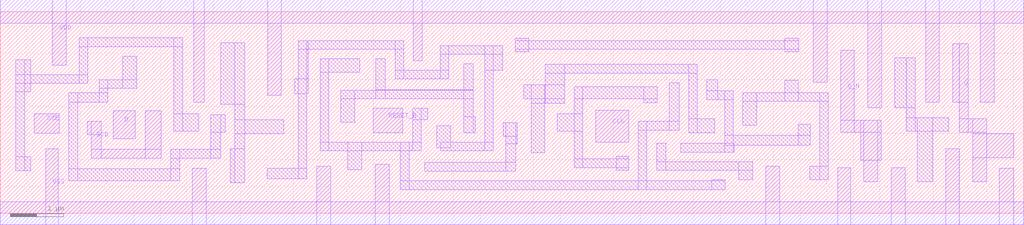
<source format=lef>
########################################################################
#
# Copyright 2025 IHP PDK Authors
# 
# Licensed under the Apache License, Version 2.0 (the "License");
# you may not use this file except in compliance with the License.
# You may obtain a copy of the License at
# 
#    https://www.apache.org/licenses/LICENSE-2.0
# 
# Unless required by applicable law or agreed to in writing, software
# distributed under the License is distributed on an "AS IS" BASIS,
# WITHOUT WARRANTIES OR CONDITIONS OF ANY KIND, either express or implied.
# See the License for the specific language governing permissions and
# limitations under the License.
#
########################################################################

VERSION 5.7 ;
BUSBITCHARS "[]" ;
DIVIDERCHAR "/" ;

PROPERTYDEFINITIONS
  MACRO CatenaDesignType STRING ;
END PROPERTYDEFINITIONS

SITE  CoreSite
    CLASS       CORE ;
    SYMMETRY    Y ;
    SIZE        0.48 BY 3.78 ;
END  CoreSite

MACRO sg13g2_a21o_1
  CLASS CORE ;
  ORIGIN 0 0 ;
  FOREIGN sg13g2_a21o_1 0 0 ;
  SIZE 3.36 BY 3.78 ;
  SYMMETRY X Y ;
  SITE CoreSite ;
  PIN A2
    DIRECTION INPUT ;
    USE SIGNAL ;
    ANTENNAMODEL OXIDE1 ;
      ANTENNAGATEAREA 0.2132 LAYER Metal1 ;
    PORT
      LAYER Metal1 ;
        RECT 2.76 0.405 3.11 0.965 ;
    END
  END A2
  PIN A1
    DIRECTION INPUT ;
    USE SIGNAL ;
    ANTENNAMODEL OXIDE1 ;
      ANTENNAGATEAREA 0.2132 LAYER Metal1 ;
    PORT
      LAYER Metal1 ;
        RECT 2.25 1.525 2.545 2 ;
    END
  END A1
  PIN B1
    DIRECTION INPUT ;
    USE SIGNAL ;
    ANTENNAMODEL OXIDE1 ;
      ANTENNAGATEAREA 0.2132 LAYER Metal1 ;
    PORT
      LAYER Metal1 ;
        RECT 1.755 1.525 2.05 2 ;
    END
  END B1
  PIN X
    DIRECTION OUTPUT ;
    USE SIGNAL ;
    ANTENNADIFFAREA 0.6159 LAYER Metal1 ;
    PORT
      LAYER Metal1 ;
        RECT 0.205 0.885 1.225 1.145 ;
        RECT 0.205 2.095 0.56 3.16 ;
        RECT 0.205 0.885 0.445 3.16 ;
    END
  END X
  PIN VDD
    DIRECTION INOUT ;
    USE POWER ;
    SHAPE ABUTMENT ;
    NETEXPR "VDD VDD!" ;
    PORT
      LAYER Metal1 ;
        RECT 0 3.56 3.36 4 ;
        RECT 2.405 2.585 2.665 4 ;
        RECT 0.81 2.14 1.07 4 ;
    END
  END VDD
  PIN VSS
    DIRECTION INOUT ;
    USE GROUND ;
    SHAPE ABUTMENT ;
    NETEXPR "VSS VSS!" ;
    PORT
      LAYER Metal1 ;
        RECT 0 -0.22 3.36 0.22 ;
        RECT 2.92 1.145 3.165 1.41 ;
        RECT 2.415 1.145 3.165 1.31 ;
        RECT 2.415 -0.22 2.575 1.31 ;
        RECT 1.455 -0.22 1.715 0.965 ;
    END
  END VSS
  OBS
    LAYER Metal1 ;
      RECT 2.915 2.21 3.175 3.125 ;
      RECT 1.855 2.21 2.115 3.125 ;
      RECT 1.855 2.21 3.175 2.405 ;
      RECT 1.335 2.17 1.595 3.125 ;
      RECT 1.335 1.54 1.575 3.125 ;
      RECT 1.415 1.145 1.575 3.125 ;
      RECT 0.625 1.54 1.575 1.87 ;
      RECT 1.415 1.145 2.235 1.305 ;
      RECT 2.02 0.825 2.235 1.305 ;
  END
  PROPERTY CatenaDesignType "deviceLevel" ;
END sg13g2_a21o_1

MACRO sg13g2_a21o_2
  CLASS CORE ;
  ORIGIN 0 0 ;
  FOREIGN sg13g2_a21o_2 0 0 ;
  SIZE 3.84 BY 3.78 ;
  SYMMETRY X Y ;
  SITE CoreSite ;
  PIN A2
    DIRECTION INPUT ;
    USE SIGNAL ;
    ANTENNAMODEL OXIDE1 ;
      ANTENNAGATEAREA 0.2262 LAYER Metal1 ;
    PORT
      LAYER Metal1 ;
        RECT 3.2 1.56 3.545 2 ;
    END
  END A2
  PIN A1
    DIRECTION INPUT ;
    USE SIGNAL ;
    ANTENNAMODEL OXIDE1 ;
      ANTENNAGATEAREA 0.2262 LAYER Metal1 ;
    PORT
      LAYER Metal1 ;
        RECT 2.725 1.56 3.02 2 ;
    END
  END A1
  PIN B1
    DIRECTION INPUT ;
    USE SIGNAL ;
    ANTENNAMODEL OXIDE1 ;
      ANTENNAGATEAREA 0.2262 LAYER Metal1 ;
    PORT
      LAYER Metal1 ;
        RECT 2.23 1.56 2.535 2 ;
    END
  END B1
  PIN X
    DIRECTION OUTPUT ;
    USE SIGNAL ;
    ANTENNADIFFAREA 0.7068 LAYER Metal1 ;
    PORT
      LAYER Metal1 ;
        RECT 0.785 2.27 1.08 3.16 ;
        RECT 0.785 0.72 1.045 3.16 ;
    END
  END X
  PIN VDD
    DIRECTION INOUT ;
    USE POWER ;
    SHAPE ABUTMENT ;
    NETEXPR "VDD VDD!" ;
    PORT
      LAYER Metal1 ;
        RECT 0 3.56 3.84 4 ;
        RECT 2.88 2.55 3.14 4 ;
        RECT 1.295 2.27 1.555 4 ;
        RECT 0.275 2.27 0.535 4 ;
    END
  END VDD
  PIN VSS
    DIRECTION INOUT ;
    USE GROUND ;
    SHAPE ABUTMENT ;
    NETEXPR "VSS VSS!" ;
    PORT
      LAYER Metal1 ;
        RECT 0 -0.22 3.84 0.22 ;
        RECT 3.39 -0.22 3.65 1.32 ;
        RECT 1.935 -0.22 2.195 0.99 ;
        RECT 1.295 -0.22 1.555 1.32 ;
        RECT 0.275 -0.22 0.535 1.32 ;
    END
  END VSS
  OBS
    LAYER Metal1 ;
      RECT 3.39 2.2 3.65 3.16 ;
      RECT 2.33 2.2 2.59 3.16 ;
      RECT 2.33 2.2 3.65 2.36 ;
      RECT 1.81 2.17 2.07 3.16 ;
      RECT 1.81 1.22 2.05 3.16 ;
      RECT 1.235 1.67 2.05 1.93 ;
      RECT 1.81 1.22 2.755 1.38 ;
      RECT 2.495 0.72 2.755 1.38 ;
  END
  PROPERTY CatenaDesignType "deviceLevel" ;
END sg13g2_a21o_2

MACRO sg13g2_a21oi_1
  CLASS CORE ;
  ORIGIN 0 0 ;
  FOREIGN sg13g2_a21oi_1 0 0 ;
  SIZE 2.4 BY 3.78 ;
  SYMMETRY X Y ;
  SITE CoreSite ;
  PIN VSS
    DIRECTION INOUT ;
    USE GROUND ;
    SHAPE ABUTMENT ;
    NETEXPR "VSS VSS!" ;
    PORT
      LAYER Metal1 ;
        RECT 0 -0.22 2.4 0.22 ;
        RECT 1.855 -0.22 2.115 1.32 ;
        RECT 0.325 -0.22 0.585 0.98 ;
    END
  END VSS
  PIN VDD
    DIRECTION INOUT ;
    USE POWER ;
    SHAPE ABUTMENT ;
    NETEXPR "VDD VDD!" ;
    PORT
      LAYER Metal1 ;
        RECT 0 3.56 2.4 4 ;
        RECT 1.345 2.9 1.605 4 ;
    END
  END VDD
  PIN A1
    DIRECTION INPUT ;
    USE SIGNAL ;
    ANTENNAMODEL OXIDE1 ;
      ANTENNAGATEAREA 0.2418 LAYER Metal1 ;
    PORT
      LAYER Metal1 ;
        RECT 1.175 1.62 1.58 1.88 ;
        RECT 1.32 1.345 1.58 1.88 ;
    END
  END A1
  PIN A2
    DIRECTION INPUT ;
    USE SIGNAL ;
    ANTENNAMODEL OXIDE1 ;
      ANTENNAGATEAREA 0.2418 LAYER Metal1 ;
    PORT
      LAYER Metal1 ;
        RECT 1.77 1.5 2.115 1.88 ;
    END
  END A2
  PIN Y
    DIRECTION OUTPUT ;
    USE SIGNAL ;
    ANTENNADIFFAREA 0.662 LAYER Metal1 ;
    PORT
      LAYER Metal1 ;
        RECT 0.835 0.72 1.095 1.32 ;
        RECT 0.325 2.08 0.995 2.29 ;
        RECT 0.835 0.72 0.995 2.29 ;
        RECT 0.325 2.08 0.62 3.16 ;
    END
  END Y
  PIN B1
    DIRECTION INPUT ;
    USE SIGNAL ;
    ANTENNAMODEL OXIDE1 ;
      ANTENNAGATEAREA 0.2418 LAYER Metal1 ;
    PORT
      LAYER Metal1 ;
        RECT 0.325 1.345 0.6 1.88 ;
    END
  END B1
  OBS
    LAYER Metal1 ;
      RECT 1.855 2.08 2.115 3.16 ;
      RECT 0.835 2.555 1.095 3.16 ;
      RECT 0.835 2.555 2.115 2.715 ;
  END
  PROPERTY CatenaDesignType "deviceLevel" ;
END sg13g2_a21oi_1

MACRO sg13g2_a21oi_2
  CLASS CORE ;
  ORIGIN 0 0 ;
  FOREIGN sg13g2_a21oi_2 0 0 ;
  SIZE 3.84 BY 3.78 ;
  SYMMETRY X Y ;
  SITE CoreSite ;
  PIN VSS
    DIRECTION INOUT ;
    USE GROUND ;
    SHAPE ABUTMENT ;
    NETEXPR "VSS VSS!" ;
    PORT
      LAYER Metal1 ;
        RECT 0 -0.22 3.84 0.22 ;
        RECT 3.315 -0.22 3.575 1.32 ;
        RECT 2.295 -0.22 2.555 0.98 ;
        RECT 0.255 -0.22 0.515 1.32 ;
    END
  END VSS
  PIN VDD
    DIRECTION INOUT ;
    USE POWER ;
    SHAPE ABUTMENT ;
    NETEXPR "VDD VDD!" ;
    PORT
      LAYER Metal1 ;
        RECT 0 3.56 3.84 4 ;
        RECT 1.785 2.95 2.045 4 ;
        RECT 0.765 2.95 1.025 4 ;
    END
  END VDD
  PIN B1
    DIRECTION INPUT ;
    USE SIGNAL ;
    ANTENNAMODEL OXIDE1 ;
      ANTENNAGATEAREA 0.4836 LAYER Metal1 ;
    PORT
      LAYER Metal1 ;
        RECT 3.24 1.625 3.575 2.28 ;
    END
  END B1
  PIN Y
    DIRECTION OUTPUT ;
    USE SIGNAL ;
    ANTENNADIFFAREA 0.988 LAYER Metal1 ;
    PORT
      LAYER Metal1 ;
        RECT 2.76 1.16 3.045 2.765 ;
        RECT 2.805 0.72 3.045 2.765 ;
        RECT 1.275 1.16 3.045 1.32 ;
        RECT 1.275 0.785 1.535 1.32 ;
    END
  END Y
  PIN A2
    DIRECTION INPUT ;
    USE SIGNAL ;
    ANTENNAMODEL OXIDE1 ;
      ANTENNAGATEAREA 0.4836 LAYER Metal1 ;
    PORT
      LAYER Metal1 ;
        RECT 0.255 2.09 2.3 2.315 ;
        RECT 2.04 1.6 2.3 2.315 ;
        RECT 0.255 1.6 0.77 2.315 ;
    END
  END A2
  PIN A1
    DIRECTION INPUT ;
    USE SIGNAL ;
    ANTENNAMODEL OXIDE1 ;
      ANTENNAGATEAREA 0.4836 LAYER Metal1 ;
    PORT
      LAYER Metal1 ;
        RECT 1.085 1.56 1.725 1.9 ;
    END
  END A1
  OBS
    LAYER Metal1 ;
      RECT 2.295 2.965 3.575 3.16 ;
      RECT 3.315 2.56 3.575 3.16 ;
      RECT 1.275 2.565 1.535 3.16 ;
      RECT 0.255 2.565 0.515 3.16 ;
      RECT 2.295 2.565 2.555 3.16 ;
      RECT 0.255 2.565 2.555 2.765 ;
      RECT 0.765 0.445 1.025 1.32 ;
      RECT 1.785 0.445 2.045 0.98 ;
      RECT 0.765 0.445 2.045 0.605 ;
  END
  PROPERTY CatenaDesignType "deviceLevel" ;
END sg13g2_a21oi_2

MACRO sg13g2_a221oi_1
  CLASS CORE ;
  ORIGIN 0 0 ;
  FOREIGN sg13g2_a221oi_1 0 0 ;
  SIZE 3.84 BY 3.78 ;
  SYMMETRY X Y ;
  SITE CoreSite ;
  PIN VDD
    DIRECTION INOUT ;
    USE POWER ;
    SHAPE ABUTMENT ;
    NETEXPR "VDD VDD!" ;
    PORT
      LAYER Metal1 ;
        RECT 0 3.56 3.84 4 ;
        RECT 3.32 2.505 3.58 4 ;
        RECT 2.3 2.9 2.56 4 ;
    END
  END VDD
  PIN VSS
    DIRECTION INOUT ;
    USE GROUND ;
    SHAPE ABUTMENT ;
    NETEXPR "VSS VSS!" ;
    PORT
      LAYER Metal1 ;
        RECT 0 -0.22 3.84 0.22 ;
        RECT 3.32 -0.22 3.58 0.98 ;
        RECT 0.77 -0.22 1.03 0.98 ;
    END
  END VSS
  PIN B2
    DIRECTION INPUT ;
    USE SIGNAL ;
    ANTENNAMODEL OXIDE1 ;
      ANTENNAGATEAREA 0.2418 LAYER Metal1 ;
    PORT
      LAYER Metal1 ;
        RECT 0.83 1.555 1.36 1.9 ;
    END
  END B2
  PIN C1
    DIRECTION INPUT ;
    USE SIGNAL ;
    ANTENNAMODEL OXIDE1 ;
      ANTENNAGATEAREA 0.2418 LAYER Metal1 ;
    PORT
      LAYER Metal1 ;
        RECT 0.25 1.555 0.61 1.9 ;
    END
  END C1
  PIN B1
    DIRECTION INPUT ;
    USE SIGNAL ;
    ANTENNAMODEL OXIDE1 ;
      ANTENNAGATEAREA 0.2418 LAYER Metal1 ;
    PORT
      LAYER Metal1 ;
        RECT 1.54 1.555 2.04 1.9 ;
    END
  END B1
  PIN A1
    DIRECTION INPUT ;
    USE SIGNAL ;
    ANTENNAMODEL OXIDE1 ;
      ANTENNAGATEAREA 0.2418 LAYER Metal1 ;
    PORT
      LAYER Metal1 ;
        RECT 2.26 1.71 2.58 1.94 ;
        RECT 2.26 1.44 2.515 1.94 ;
    END
  END A1
  PIN Y
    DIRECTION OUTPUT ;
    USE SIGNAL ;
    ANTENNADIFFAREA 1.1356 LAYER Metal1 ;
    PORT
      LAYER Metal1 ;
        RECT 0.26 2.165 3.66 2.325 ;
        RECT 3.5 1.16 3.66 2.325 ;
        RECT 2.81 1.16 3.66 1.37 ;
        RECT 2.81 0.72 3.07 1.37 ;
        RECT 1.28 0.72 3.07 0.98 ;
        RECT 0.26 1.16 1.54 1.37 ;
        RECT 1.28 0.72 1.54 1.37 ;
        RECT 0.26 2.165 0.52 3.16 ;
        RECT 0.26 0.72 0.52 1.37 ;
    END
  END Y
  PIN A2
    DIRECTION INPUT ;
    USE SIGNAL ;
    ANTENNAMODEL OXIDE1 ;
      ANTENNAGATEAREA 0.2418 LAYER Metal1 ;
    PORT
      LAYER Metal1 ;
        RECT 3.055 1.57 3.32 1.9 ;
        RECT 2.76 1.57 3.32 1.8 ;
    END
  END A2
  OBS
    LAYER Metal1 ;
      RECT 2.81 2.505 3.07 3.16 ;
      RECT 1.28 2.505 1.54 2.765 ;
      RECT 1.28 2.505 3.07 2.715 ;
      RECT 0.77 2.95 2.05 3.16 ;
      RECT 1.79 2.9 2.05 3.16 ;
      RECT 0.77 2.56 1.03 3.16 ;
  END
  PROPERTY CatenaDesignType "deviceLevel" ;
END sg13g2_a221oi_1

MACRO sg13g2_a22oi_1
  CLASS CORE ;
  ORIGIN 0 0 ;
  FOREIGN sg13g2_a22oi_1 0 0 ;
  SIZE 2.88 BY 3.78 ;
  SYMMETRY X Y ;
  SITE CoreSite ;
  PIN Y
    DIRECTION OUTPUT ;
    USE SIGNAL ;
    ANTENNADIFFAREA 0.9584 LAYER Metal1 ;
    PORT
      LAYER Metal1 ;
        RECT 1.25 0.84 1.75 1.1 ;
        RECT 1.31 2.3 1.6 2.9 ;
        RECT 1.42 0.84 1.6 2.9 ;
    END
  END Y
  PIN B1
    DIRECTION INPUT ;
    USE SIGNAL ;
    ANTENNAMODEL OXIDE1 ;
      ANTENNAGATEAREA 0.2418 LAYER Metal1 ;
    PORT
      LAYER Metal1 ;
        RECT 0.82 1.785 1.24 2.07 ;
        RECT 0.82 1.785 1.115 2.255 ;
    END
  END B1
  PIN B2
    DIRECTION INPUT ;
    USE SIGNAL ;
    ANTENNAMODEL OXIDE1 ;
      ANTENNAGATEAREA 0.2418 LAYER Metal1 ;
    PORT
      LAYER Metal1 ;
        RECT 1.78 1.77 2.08 2.44 ;
    END
  END B2
  PIN A2
    DIRECTION INPUT ;
    USE SIGNAL ;
    ANTENNAMODEL OXIDE1 ;
      ANTENNAGATEAREA 0.2418 LAYER Metal1 ;
    PORT
      LAYER Metal1 ;
        RECT 2.27 1.33 2.72 2.07 ;
    END
  END A2
  PIN A1
    DIRECTION INPUT ;
    USE SIGNAL ;
    ANTENNAMODEL OXIDE1 ;
      ANTENNAGATEAREA 0.2418 LAYER Metal1 ;
    PORT
      LAYER Metal1 ;
        RECT 1.79 1.33 2.09 1.56 ;
        RECT 1.93 0.48 2.09 1.56 ;
        RECT 0.62 0.48 2.09 0.64 ;
        RECT 0.62 0.48 0.78 1.49 ;
        RECT 0.17 1.56 0.64 2.07 ;
        RECT 0.42 1.33 0.64 2.07 ;
    END
  END A1
  PIN VDD
    DIRECTION INOUT ;
    USE POWER ;
    SHAPE ABUTMENT ;
    NETEXPR "VDD VDD!" ;
    PORT
      LAYER Metal1 ;
        RECT 0 3.56 2.88 4 ;
        RECT 2.44 2.3 2.7 4 ;
        RECT 0.18 2.3 0.45 4 ;
    END
  END VDD
  PIN VSS
    DIRECTION INOUT ;
    USE GROUND ;
    SHAPE ABUTMENT ;
    NETEXPR "VSS VSS!" ;
    PORT
      LAYER Metal1 ;
        RECT 0 -0.22 2.88 0.22 ;
        RECT 2.44 -0.22 2.7 1.1 ;
        RECT 0.18 -0.22 0.44 1.1 ;
    END
  END VSS
  OBS
    LAYER Metal1 ;
      RECT 0.8 3.085 2.08 3.28 ;
      RECT 1.82 2.68 2.08 3.28 ;
      RECT 0.8 2.68 1.06 3.28 ;
  END
  PROPERTY CatenaDesignType "deviceLevel" ;
END sg13g2_a22oi_1

MACRO sg13g2_and2_1
  CLASS CORE ;
  ORIGIN 0 0 ;
  FOREIGN sg13g2_and2_1 0 0 ;
  SIZE 2.4 BY 3.78 ;
  SYMMETRY X Y ;
  SITE CoreSite ;
  PIN A
    DIRECTION INPUT ;
    USE SIGNAL ;
    ANTENNAMODEL OXIDE1 ;
      ANTENNAGATEAREA 0.1924 LAYER Metal1 ;
    PORT
      LAYER Metal1 ;
        RECT 0.105 0.405 0.78 0.96 ;
    END
  END A
  PIN B
    DIRECTION INPUT ;
    USE SIGNAL ;
    ANTENNAMODEL OXIDE1 ;
      ANTENNAGATEAREA 0.1924 LAYER Metal1 ;
    PORT
      LAYER Metal1 ;
        RECT 0.78 1.435 1.17 1.87 ;
    END
  END B
  PIN X
    DIRECTION OUTPUT ;
    USE SIGNAL ;
    ANTENNADIFFAREA 0.6324 LAYER Metal1 ;
    PORT
      LAYER Metal1 ;
        RECT 1.775 2.14 2.275 3.16 ;
        RECT 2.04 0.72 2.275 3.16 ;
        RECT 1.775 0.72 2.275 1.32 ;
    END
  END X
  PIN VDD
    DIRECTION INOUT ;
    USE POWER ;
    SHAPE ABUTMENT ;
    NETEXPR "VDD VDD!" ;
    PORT
      LAYER Metal1 ;
        RECT 0 3.56 2.4 4 ;
        RECT 1.265 2.56 1.525 4 ;
        RECT 0.245 2.56 0.505 4 ;
    END
  END VDD
  PIN VSS
    DIRECTION INOUT ;
    USE GROUND ;
    SHAPE ABUTMENT ;
    NETEXPR "VSS VSS!" ;
    PORT
      LAYER Metal1 ;
        RECT 0 -0.22 2.4 0.22 ;
        RECT 1.265 -0.22 1.525 1.155 ;
    END
  END VSS
  OBS
    LAYER Metal1 ;
      RECT 0.755 2.05 1.015 3.16 ;
      RECT 0.245 2.05 1.56 2.24 ;
      RECT 1.4 1.605 1.56 2.24 ;
      RECT 0.245 1.14 0.505 2.24 ;
      RECT 1.4 1.605 1.74 1.865 ;
  END
  PROPERTY CatenaDesignType "deviceLevel" ;
END sg13g2_and2_1

MACRO sg13g2_and2_2
  CLASS CORE ;
  ORIGIN 0 0 ;
  FOREIGN sg13g2_and2_2 0 0 ;
  SIZE 2.88 BY 3.78 ;
  SYMMETRY X Y ;
  SITE CoreSite ;
  PIN A
    DIRECTION INPUT ;
    USE SIGNAL ;
    ANTENNAMODEL OXIDE1 ;
      ANTENNAGATEAREA 0.1924 LAYER Metal1 ;
    PORT
      LAYER Metal1 ;
        RECT 0.105 0.405 0.78 0.96 ;
    END
  END A
  PIN B
    DIRECTION INPUT ;
    USE SIGNAL ;
    ANTENNAMODEL OXIDE1 ;
      ANTENNAGATEAREA 0.1924 LAYER Metal1 ;
    PORT
      LAYER Metal1 ;
        RECT 0.78 1.47 1.17 1.87 ;
    END
  END B
  PIN X
    DIRECTION OUTPUT ;
    USE SIGNAL ;
    ANTENNADIFFAREA 0.7068 LAYER Metal1 ;
    PORT
      LAYER Metal1 ;
        RECT 1.775 2.22 2.105 3.16 ;
        RECT 1.92 0.72 2.105 3.16 ;
        RECT 1.775 0.72 2.105 1.32 ;
    END
  END X
  PIN VDD
    DIRECTION INOUT ;
    USE POWER ;
    SHAPE ABUTMENT ;
    NETEXPR "VDD VDD!" ;
    PORT
      LAYER Metal1 ;
        RECT 0 3.56 2.88 4 ;
        RECT 2.285 2.22 2.545 4 ;
        RECT 1.265 2.56 1.525 4 ;
        RECT 0.245 2.56 0.505 4 ;
    END
  END VDD
  PIN VSS
    DIRECTION INOUT ;
    USE GROUND ;
    SHAPE ABUTMENT ;
    NETEXPR "VSS VSS!" ;
    PORT
      LAYER Metal1 ;
        RECT 0 -0.22 2.88 0.22 ;
        RECT 2.285 -0.22 2.545 1.32 ;
        RECT 1.265 -0.22 1.525 1.145 ;
    END
  END VSS
  OBS
    LAYER Metal1 ;
      RECT 0.755 2.05 1.015 3.16 ;
      RECT 0.245 2.05 1.56 2.24 ;
      RECT 1.4 1.57 1.56 2.24 ;
      RECT 0.245 1.14 0.505 2.24 ;
      RECT 1.4 1.57 1.74 1.9 ;
  END
  PROPERTY CatenaDesignType "deviceLevel" ;
END sg13g2_and2_2

MACRO sg13g2_and3_1
  CLASS CORE ;
  ORIGIN 0 0 ;
  FOREIGN sg13g2_and3_1 0 0 ;
  SIZE 3.36 BY 3.78 ;
  SYMMETRY X Y ;
  SITE CoreSite ;
  PIN X
    DIRECTION OUTPUT ;
    USE SIGNAL ;
    ANTENNADIFFAREA 0.6324 LAYER Metal1 ;
    PORT
      LAYER Metal1 ;
        RECT 2.78 2.235 3.065 3.175 ;
        RECT 2.895 1.125 3.065 3.175 ;
        RECT 2.44 1.125 3.065 1.385 ;
        RECT 2.44 0.77 2.7 1.385 ;
    END
  END X
  PIN A
    DIRECTION INPUT ;
    USE SIGNAL ;
    ANTENNAMODEL OXIDE1 ;
      ANTENNAGATEAREA 0.1924 LAYER Metal1 ;
    PORT
      LAYER Metal1 ;
        RECT 1.225 0.475 1.59 1.09 ;
        RECT 0.35 0.475 1.59 0.79 ;
    END
  END A
  PIN B
    DIRECTION INPUT ;
    USE SIGNAL ;
    ANTENNAMODEL OXIDE1 ;
      ANTENNAGATEAREA 0.1924 LAYER Metal1 ;
    PORT
      LAYER Metal1 ;
        RECT 1.09 1.4 1.56 1.98 ;
    END
  END B
  PIN C
    DIRECTION INPUT ;
    USE SIGNAL ;
    ANTENNAMODEL OXIDE1 ;
      ANTENNAGATEAREA 0.1924 LAYER Metal1 ;
    PORT
      LAYER Metal1 ;
        RECT 1.765 1.4 2.06 1.95 ;
    END
  END C
  PIN VDD
    DIRECTION INOUT ;
    USE POWER ;
    SHAPE ABUTMENT ;
    NETEXPR "VDD VDD!" ;
    PORT
      LAYER Metal1 ;
        RECT 0 3.56 3.36 4 ;
        RECT 1.93 2.575 2.53 4 ;
        RECT 0.91 2.57 1.17 4 ;
    END
  END VDD
  PIN VSS
    DIRECTION INOUT ;
    USE GROUND ;
    SHAPE ABUTMENT ;
    NETEXPR "VSS VSS!" ;
    PORT
      LAYER Metal1 ;
        RECT 0 -0.22 3.36 0.22 ;
        RECT 1.93 -0.22 2.19 1.14 ;
    END
  END VSS
  OBS
    LAYER Metal1 ;
      RECT 1.42 2.16 1.68 3.175 ;
      RECT 0.4 1.09 0.66 3.175 ;
      RECT 0.4 2.16 2.405 2.32 ;
      RECT 2.245 1.57 2.405 2.32 ;
      RECT 2.245 1.57 2.645 1.9 ;
  END
  PROPERTY CatenaDesignType "deviceLevel" ;
END sg13g2_and3_1

MACRO sg13g2_and3_2
  CLASS CORE ;
  ORIGIN 0 0 ;
  FOREIGN sg13g2_and3_2 0 0 ;
  SIZE 3.36 BY 3.78 ;
  SYMMETRY X Y ;
  SITE CoreSite ;
  PIN X
    DIRECTION OUTPUT ;
    USE SIGNAL ;
    ANTENNADIFFAREA 0.7068 LAYER Metal1 ;
    PORT
      LAYER Metal1 ;
        RECT 2.435 2.51 3.02 2.69 ;
        RECT 2.74 1.29 3.02 2.69 ;
        RECT 2.44 1.29 3.02 1.55 ;
        RECT 2.435 2.51 2.705 3.175 ;
        RECT 2.44 0.77 2.7 1.55 ;
    END
  END X
  PIN A
    DIRECTION INPUT ;
    USE SIGNAL ;
    ANTENNAMODEL OXIDE1 ;
      ANTENNAGATEAREA 0.1924 LAYER Metal1 ;
    PORT
      LAYER Metal1 ;
        RECT 1.225 0.475 1.59 1.09 ;
        RECT 0.35 0.475 1.59 0.79 ;
    END
  END A
  PIN B
    DIRECTION INPUT ;
    USE SIGNAL ;
    ANTENNAMODEL OXIDE1 ;
      ANTENNAGATEAREA 0.1924 LAYER Metal1 ;
    PORT
      LAYER Metal1 ;
        RECT 1.125 1.4 1.56 1.95 ;
    END
  END B
  PIN C
    DIRECTION INPUT ;
    USE SIGNAL ;
    ANTENNAMODEL OXIDE1 ;
      ANTENNAGATEAREA 0.1924 LAYER Metal1 ;
    PORT
      LAYER Metal1 ;
        RECT 1.76 1.4 2.06 1.95 ;
    END
  END C
  PIN VDD
    DIRECTION INOUT ;
    USE POWER ;
    SHAPE ABUTMENT ;
    NETEXPR "VDD VDD!" ;
    PORT
      LAYER Metal1 ;
        RECT 0 3.56 3.36 4 ;
        RECT 2.95 2.915 3.21 4 ;
        RECT 1.93 2.575 2.19 4 ;
        RECT 0.91 2.575 1.17 4 ;
    END
  END VDD
  PIN VSS
    DIRECTION INOUT ;
    USE GROUND ;
    SHAPE ABUTMENT ;
    NETEXPR "VSS VSS!" ;
    PORT
      LAYER Metal1 ;
        RECT 0 -0.22 3.36 0.22 ;
        RECT 2.95 -0.22 3.21 1.09 ;
        RECT 1.93 -0.22 2.19 1.14 ;
    END
  END VSS
  OBS
    LAYER Metal1 ;
      RECT 1.415 2.16 1.675 3.175 ;
      RECT 0.4 1.09 0.66 3.175 ;
      RECT 0.4 2.16 2.43 2.32 ;
      RECT 2.27 1.77 2.43 2.32 ;
      RECT 2.27 1.77 2.53 2.03 ;
  END
  PROPERTY CatenaDesignType "deviceLevel" ;
END sg13g2_and3_2

MACRO sg13g2_and4_1
  CLASS CORE ;
  ORIGIN 0 0 ;
  FOREIGN sg13g2_and4_1 0 0 ;
  SIZE 3.84 BY 3.78 ;
  SYMMETRY X Y ;
  SITE CoreSite ;
  PIN A
    DIRECTION INPUT ;
    USE SIGNAL ;
    ANTENNAMODEL OXIDE1 ;
      ANTENNAGATEAREA 0.1924 LAYER Metal1 ;
    PORT
      LAYER Metal1 ;
        RECT 0.725 1.455 1.08 1.985 ;
    END
  END A
  PIN B
    DIRECTION INPUT ;
    USE SIGNAL ;
    ANTENNAMODEL OXIDE1 ;
      ANTENNAGATEAREA 0.1924 LAYER Metal1 ;
    PORT
      LAYER Metal1 ;
        RECT 1.285 1.455 1.56 1.985 ;
    END
  END B
  PIN C
    DIRECTION INPUT ;
    USE SIGNAL ;
    ANTENNAMODEL OXIDE1 ;
      ANTENNAGATEAREA 0.1924 LAYER Metal1 ;
    PORT
      LAYER Metal1 ;
        RECT 1.8 1.455 2.045 1.985 ;
    END
  END C
  PIN D
    DIRECTION INPUT ;
    USE SIGNAL ;
    ANTENNAMODEL OXIDE1 ;
      ANTENNAGATEAREA 0.1924 LAYER Metal1 ;
    PORT
      LAYER Metal1 ;
        RECT 2.315 1.45 2.665 2 ;
    END
  END D
  PIN X
    DIRECTION OUTPUT ;
    USE SIGNAL ;
    ANTENNADIFFAREA 0.8928 LAYER Metal1 ;
    PORT
      LAYER Metal1 ;
        RECT 3.205 2.07 3.685 3.18 ;
        RECT 3.525 0.61 3.685 3.18 ;
        RECT 3.205 0.61 3.685 1.21 ;
    END
  END X
  PIN VDD
    DIRECTION INOUT ;
    USE POWER ;
    SHAPE ABUTMENT ;
    NETEXPR "VDD VDD!" ;
    PORT
      LAYER Metal1 ;
        RECT 0 3.56 3.84 4 ;
        RECT 2.54 2.56 2.8 4 ;
        RECT 1.445 2.56 1.705 4 ;
        RECT 0.425 2.56 0.685 4 ;
    END
  END VDD
  PIN VSS
    DIRECTION INOUT ;
    USE GROUND ;
    SHAPE ABUTMENT ;
    NETEXPR "VSS VSS!" ;
    PORT
      LAYER Metal1 ;
        RECT 0 -0.22 3.84 0.22 ;
        RECT 2.55 -0.22 2.815 1.21 ;
    END
  END VSS
  OBS
    LAYER Metal1 ;
      RECT 0.935 2.22 1.195 3.125 ;
      RECT 1.985 2.22 2.245 3.12 ;
      RECT 0.355 2.22 3.01 2.38 ;
      RECT 2.85 1.54 3.01 2.38 ;
      RECT 0.355 0.61 0.525 2.38 ;
      RECT 2.85 1.54 3.205 1.87 ;
      RECT 0.355 0.61 0.685 1.21 ;
  END
  PROPERTY CatenaDesignType "deviceLevel" ;
END sg13g2_and4_1

MACRO sg13g2_and4_2
  CLASS CORE ;
  ORIGIN 0 0 ;
  FOREIGN sg13g2_and4_2 0 0 ;
  SIZE 4.32 BY 3.78 ;
  SYMMETRY X Y ;
  SITE CoreSite ;
  PIN A
    DIRECTION INPUT ;
    USE SIGNAL ;
    ANTENNAMODEL OXIDE1 ;
      ANTENNAGATEAREA 0.1924 LAYER Metal1 ;
    PORT
      LAYER Metal1 ;
        RECT 0.765 1.35 1.08 2.01 ;
    END
  END A
  PIN B
    DIRECTION INPUT ;
    USE SIGNAL ;
    ANTENNAMODEL OXIDE1 ;
      ANTENNAGATEAREA 0.1924 LAYER Metal1 ;
    PORT
      LAYER Metal1 ;
        RECT 1.285 1.35 1.565 2.01 ;
    END
  END B
  PIN C
    DIRECTION INPUT ;
    USE SIGNAL ;
    ANTENNAMODEL OXIDE1 ;
      ANTENNAGATEAREA 0.1924 LAYER Metal1 ;
    PORT
      LAYER Metal1 ;
        RECT 1.8 1.35 2.06 2.01 ;
    END
  END C
  PIN D
    DIRECTION INPUT ;
    USE SIGNAL ;
    ANTENNAMODEL OXIDE1 ;
      ANTENNAGATEAREA 0.1924 LAYER Metal1 ;
    PORT
      LAYER Metal1 ;
        RECT 2.28 1.46 2.615 2.01 ;
    END
  END D
  PIN X
    DIRECTION OUTPUT ;
    USE SIGNAL ;
    ANTENNADIFFAREA 0.9672 LAYER Metal1 ;
    PORT
      LAYER Metal1 ;
        RECT 3.205 2.21 3.685 3.16 ;
        RECT 3.525 0.64 3.685 3.16 ;
        RECT 3.205 0.64 3.685 1.26 ;
    END
  END X
  PIN VDD
    DIRECTION INOUT ;
    USE POWER ;
    SHAPE ABUTMENT ;
    NETEXPR "VDD VDD!" ;
    PORT
      LAYER Metal1 ;
        RECT 0 3.56 4.32 4 ;
        RECT 3.865 2.21 4.125 4 ;
        RECT 2.54 2.56 2.8 4 ;
        RECT 1.445 2.56 1.705 4 ;
        RECT 0.425 2.56 0.685 4 ;
    END
  END VDD
  PIN VSS
    DIRECTION INOUT ;
    USE GROUND ;
    SHAPE ABUTMENT ;
    NETEXPR "VSS VSS!" ;
    PORT
      LAYER Metal1 ;
        RECT 0 -0.22 4.32 0.22 ;
        RECT 3.865 -0.22 4.125 1.21 ;
        RECT 2.55 -0.22 2.815 1.21 ;
    END
  END VSS
  OBS
    LAYER Metal1 ;
      RECT 1.985 2.22 2.245 3.16 ;
      RECT 0.935 2.22 1.195 3.16 ;
      RECT 0.265 2.22 3.01 2.38 ;
      RECT 2.85 1.54 3.01 2.38 ;
      RECT 0.265 0.645 0.435 2.38 ;
      RECT 2.85 1.54 3.205 1.87 ;
      RECT 0.265 0.645 0.685 1.17 ;
  END
  PROPERTY CatenaDesignType "deviceLevel" ;
END sg13g2_and4_2

MACRO sg13g2_antennanp
  CLASS CORE ANTENNACELL ;
  ORIGIN 0 0 ;
  FOREIGN sg13g2_antennanp 0 0 ;
  SIZE 1.44 BY 3.78 ;
  SYMMETRY X Y ;
  SITE CoreSite ;
  PIN VDD
    DIRECTION INOUT ;
    USE POWER ;
    SHAPE ABUTMENT ;
    NETEXPR "VDD VDD!" ;
    PORT
      LAYER Metal1 ;
        RECT 0 3.56 1.44 4 ;
    END
  END VDD
  PIN VSS
    DIRECTION INOUT ;
    USE GROUND ;
    SHAPE ABUTMENT ;
    NETEXPR "VSS VSS!" ;
    PORT
      LAYER Metal1 ;
        RECT 0 -0.22 1.44 0.22 ;
    END
  END VSS
  PIN A
    DIRECTION INPUT ;
    USE SIGNAL ;
    ANTENNADIFFAREA 2.0154 LAYER Metal1 ;
    PORT
      LAYER Metal1 ;
        RECT 0.405 0.57 1.05 1.16 ;
        RECT 0.38 2.08 0.98 2.68 ;
        RECT 0.38 1.13 0.63 2.68 ;
    END
  END A
  PROPERTY CatenaDesignType "deviceLevel" ;
END sg13g2_antennanp

MACRO sg13g2_buf_1
  CLASS CORE ;
  ORIGIN 0 0 ;
  FOREIGN sg13g2_buf_1 0 0 ;
  SIZE 1.92 BY 3.78 ;
  SYMMETRY X Y ;
  SITE CoreSite ;
  PIN A
    DIRECTION INPUT ;
    USE SIGNAL ;
    ANTENNAMODEL OXIDE1 ;
      ANTENNAGATEAREA 0.1807 LAYER Metal1 ;
    PORT
      LAYER Metal1 ;
        RECT 0.285 1.93 0.68 2.26 ;
    END
  END A
  PIN X
    DIRECTION OUTPUT ;
    USE SIGNAL ;
    ANTENNADIFFAREA 0.7086 LAYER Metal1 ;
    PORT
      LAYER Metal1 ;
        RECT 1.3 2.02 1.6 3.18 ;
        RECT 1.41 0.55 1.6 3.18 ;
        RECT 1.31 0.55 1.6 1.29 ;
    END
  END X
  PIN VDD
    DIRECTION INOUT ;
    USE POWER ;
    SHAPE ABUTMENT ;
    NETEXPR "VDD VDD!" ;
    PORT
      LAYER Metal1 ;
        RECT 0 3.56 1.92 4 ;
        RECT 0.77 2.89 1.03 4 ;
    END
  END VDD
  PIN VSS
    DIRECTION INOUT ;
    USE GROUND ;
    SHAPE ABUTMENT ;
    NETEXPR "VSS VSS!" ;
    PORT
      LAYER Metal1 ;
        RECT 0 -0.22 1.92 0.22 ;
        RECT 0.765 -0.22 1.015 1.07 ;
    END
  END VSS
  OBS
    LAYER Metal1 ;
      RECT 0.24 2.44 0.51 3.18 ;
      RECT 0.24 2.44 1.07 2.62 ;
      RECT 0.9 1.29 1.07 2.62 ;
      RECT 0.9 1.5 1.225 1.83 ;
      RECT 0.215 1.29 1.07 1.465 ;
      RECT 0.215 1 0.515 1.465 ;
  END
  PROPERTY CatenaDesignType "deviceLevel" ;
END sg13g2_buf_1

MACRO sg13g2_buf_16
  CLASS CORE ;
  ORIGIN 0 0 ;
  FOREIGN sg13g2_buf_16 0 0 ;
  SIZE 12 BY 3.78 ;
  SYMMETRY X Y ;
  SITE CoreSite ;
  PIN X
    DIRECTION OUTPUT ;
    USE SIGNAL ;
    ANTENNADIFFAREA 5.6544 LAYER Metal1 ;
    PORT
      LAYER Metal1 ;
        RECT 7.91 2.2 8.17 3.16 ;
        RECT 5.87 1.05 8.17 1.22 ;
        RECT 7.91 0.61 8.17 1.22 ;
        RECT 2.81 2.2 8.17 2.36 ;
        RECT 6.89 2.2 7.15 3.16 ;
        RECT 6.89 0.61 7.15 1.22 ;
        RECT 5.87 0.61 6.13 3.16 ;
        RECT 4.85 0.61 5.11 3.16 ;
        RECT 3.83 0.61 4.09 3.16 ;
        RECT 2.81 0.61 3.07 3.16 ;
        RECT 1.79 1.52 3.07 1.85 ;
        RECT 1.79 0.61 2.05 3.16 ;
        RECT 0.77 2.2 2.05 2.36 ;
        RECT 0.77 0.61 1.03 3.16 ;
    END
  END X
  PIN A
    DIRECTION INPUT ;
    USE SIGNAL ;
    ANTENNAMODEL OXIDE1 ;
      ANTENNAGATEAREA 1.4508 LAYER Metal1 ;
    PORT
      LAYER Metal1 ;
        RECT 10.26 1.52 11.44 1.85 ;
    END
  END A
  PIN VDD
    DIRECTION INOUT ;
    USE POWER ;
    SHAPE ABUTMENT ;
    NETEXPR "VDD VDD!" ;
    PORT
      LAYER Metal1 ;
        RECT 0 3.56 12 4 ;
        RECT 11.48 2.215 11.74 4 ;
        RECT 10.46 2.545 10.72 4 ;
        RECT 9.44 2.54 9.7 4 ;
        RECT 8.42 2.54 8.68 4 ;
        RECT 7.4 2.54 7.66 4 ;
        RECT 6.38 2.54 6.64 4 ;
        RECT 5.36 2.54 5.62 4 ;
        RECT 4.34 2.54 4.6 4 ;
        RECT 3.32 2.54 3.58 4 ;
        RECT 2.3 2.22 2.56 4 ;
        RECT 1.28 2.54 1.54 4 ;
        RECT 0.26 2.22 0.52 4 ;
    END
  END VDD
  PIN VSS
    DIRECTION INOUT ;
    USE GROUND ;
    SHAPE ABUTMENT ;
    NETEXPR "VSS VSS!" ;
    PORT
      LAYER Metal1 ;
        RECT 0 -0.22 12 0.22 ;
        RECT 11.48 -0.22 11.74 1.21 ;
        RECT 10.46 -0.22 10.72 0.87 ;
        RECT 9.44 -0.22 9.7 0.87 ;
        RECT 8.42 -0.22 8.685 0.87 ;
        RECT 7.4 -0.22 7.66 0.87 ;
        RECT 6.38 -0.22 6.64 0.87 ;
        RECT 5.36 -0.22 5.62 1.195 ;
        RECT 4.34 -0.22 4.6 1.195 ;
        RECT 3.32 -0.22 3.58 1.195 ;
        RECT 2.3 -0.22 2.56 1.21 ;
        RECT 1.28 -0.22 1.54 1.21 ;
        RECT 0.26 -0.22 0.52 1.21 ;
    END
  END VSS
  OBS
    LAYER Metal1 ;
      RECT 10.97 2.2 11.23 3.16 ;
      RECT 9.95 2.2 10.21 3.16 ;
      RECT 8.93 2.2 9.19 3.16 ;
      RECT 8.385 2.2 11.23 2.36 ;
      RECT 8.385 1.05 8.595 2.36 ;
      RECT 6.395 1.52 8.595 1.85 ;
      RECT 8.385 1.05 11.23 1.22 ;
      RECT 10.97 0.61 11.23 1.22 ;
      RECT 9.95 0.61 10.21 1.22 ;
      RECT 8.93 0.61 9.19 1.22 ;
  END
  PROPERTY CatenaDesignType "deviceLevel" ;
END sg13g2_buf_16

MACRO sg13g2_buf_2
  CLASS CORE ;
  ORIGIN 0 0 ;
  FOREIGN sg13g2_buf_2 0 0 ;
  SIZE 2.4 BY 3.78 ;
  SYMMETRY X Y ;
  SITE CoreSite ;
  PIN A
    DIRECTION INPUT ;
    USE SIGNAL ;
    ANTENNAMODEL OXIDE1 ;
      ANTENNAGATEAREA 0.2132 LAYER Metal1 ;
    PORT
      LAYER Metal1 ;
        RECT 1.755 1.49 2.14 1.87 ;
    END
  END A
  PIN X
    DIRECTION OUTPUT ;
    USE SIGNAL ;
    ANTENNADIFFAREA 0.7068 LAYER Metal1 ;
    PORT
      LAYER Metal1 ;
        RECT 0.975 0.61 1.235 2.34 ;
        RECT 0.67 1.52 1.235 1.85 ;
    END
  END X
  PIN VDD
    DIRECTION INOUT ;
    USE POWER ;
    SHAPE ABUTMENT ;
    NETEXPR "VDD VDD!" ;
    PORT
      LAYER Metal1 ;
        RECT 0 3.56 2.4 4 ;
        RECT 1.485 2.895 1.745 4 ;
        RECT 0.15 2.56 0.41 4 ;
    END
  END VDD
  PIN VSS
    DIRECTION INOUT ;
    USE GROUND ;
    SHAPE ABUTMENT ;
    NETEXPR "VSS VSS!" ;
    PORT
      LAYER Metal1 ;
        RECT 0 -0.22 2.4 0.22 ;
        RECT 1.485 -0.22 1.745 0.965 ;
        RECT 0.465 -0.22 0.725 1.31 ;
    END
  END VSS
  OBS
    LAYER Metal1 ;
      RECT 1.97 2.18 2.26 3.1 ;
      RECT 0.605 2.55 2.26 2.71 ;
      RECT 1.415 1.145 1.575 2.71 ;
      RECT 0.605 2.215 0.765 2.71 ;
      RECT 0.225 2.215 0.765 2.375 ;
      RECT 0.225 1.555 0.485 2.375 ;
      RECT 1.415 1.145 2.255 1.31 ;
      RECT 1.995 0.72 2.255 1.31 ;
  END
  PROPERTY CatenaDesignType "deviceLevel" ;
END sg13g2_buf_2

MACRO sg13g2_buf_4
  CLASS CORE ;
  ORIGIN 0 0 ;
  FOREIGN sg13g2_buf_4 0 0 ;
  SIZE 3.84 BY 3.78 ;
  SYMMETRY X Y ;
  SITE CoreSite ;
  PIN X
    DIRECTION OUTPUT ;
    USE SIGNAL ;
    ANTENNADIFFAREA 1.4136 LAYER Metal1 ;
    PORT
      LAYER Metal1 ;
        RECT 1.765 1.995 2.025 3.13 ;
        RECT 0.745 1.065 2.025 1.225 ;
        RECT 1.765 0.645 2.025 1.225 ;
        RECT 0.745 1.995 2.025 2.165 ;
        RECT 0.745 0.605 1.005 3.13 ;
        RECT 0.32 1.525 1.005 1.84 ;
    END
  END X
  PIN A
    DIRECTION INPUT ;
    USE SIGNAL ;
    ANTENNAMODEL OXIDE1 ;
      ANTENNAGATEAREA 0.3146 LAYER Metal1 ;
    PORT
      LAYER Metal1 ;
        RECT 2.7 1.475 3.15 1.885 ;
    END
  END A
  PIN VDD
    DIRECTION INOUT ;
    USE POWER ;
    SHAPE ABUTMENT ;
    NETEXPR "VDD VDD!" ;
    PORT
      LAYER Metal1 ;
        RECT 0 3.56 3.84 4 ;
        RECT 3.295 2.64 3.555 4 ;
        RECT 2.275 2.08 2.535 4 ;
        RECT 1.255 2.49 1.515 4 ;
        RECT 0.235 2.115 0.495 4 ;
    END
  END VDD
  PIN VSS
    DIRECTION INOUT ;
    USE GROUND ;
    SHAPE ABUTMENT ;
    NETEXPR "VSS VSS!" ;
    PORT
      LAYER Metal1 ;
        RECT 0 -0.22 3.84 0.22 ;
        RECT 2.375 0.61 2.975 0.87 ;
        RECT 2.545 -0.22 2.805 0.87 ;
        RECT 1.255 -0.22 1.515 0.87 ;
        RECT 0.235 -0.22 0.495 1.21 ;
    END
  END VSS
  OBS
    LAYER Metal1 ;
      RECT 2.785 2.15 3.045 2.77 ;
      RECT 2.785 2.15 3.59 2.42 ;
      RECT 3.4 0.64 3.59 2.42 ;
      RECT 1.68 1.54 2.43 1.8 ;
      RECT 2.265 1.05 2.43 1.8 ;
      RECT 2.265 1.05 3.59 1.21 ;
      RECT 3.245 0.64 3.59 1.21 ;
  END
  PROPERTY CatenaDesignType "deviceLevel" ;
END sg13g2_buf_4

MACRO sg13g2_buf_8
  CLASS CORE ;
  ORIGIN 0 0 ;
  FOREIGN sg13g2_buf_8 0 0 ;
  SIZE 6.24 BY 3.78 ;
  SYMMETRY X Y ;
  SITE CoreSite ;
  PIN A
    DIRECTION INPUT ;
    USE SIGNAL ;
    ANTENNAMODEL OXIDE1 ;
      ANTENNAGATEAREA 0.7254 LAYER Metal1 ;
    PORT
      LAYER Metal1 ;
        RECT 0.57 1.5 1.51 1.865 ;
    END
  END A
  PIN X
    DIRECTION OUTPUT ;
    USE SIGNAL ;
    ANTENNADIFFAREA 2.8272 LAYER Metal1 ;
    PORT
      LAYER Metal1 ;
        RECT 5.26 1.55 5.95 1.815 ;
        RECT 5.26 0.61 5.52 3.16 ;
        RECT 2.2 2.22 5.52 2.38 ;
        RECT 2.2 1.05 5.52 1.21 ;
        RECT 4.24 2.22 4.5 3.16 ;
        RECT 4.24 0.61 4.5 1.21 ;
        RECT 3.22 2.22 3.48 3.16 ;
        RECT 3.22 0.61 3.48 1.21 ;
        RECT 2.2 2.22 2.46 3.16 ;
        RECT 2.2 0.61 2.46 1.21 ;
    END
  END X
  PIN VDD
    DIRECTION INOUT ;
    USE POWER ;
    SHAPE ABUTMENT ;
    NETEXPR "VDD VDD!" ;
    PORT
      LAYER Metal1 ;
        RECT 0 3.56 6.24 4 ;
        RECT 5.77 2.22 6.03 4 ;
        RECT 4.75 2.56 5.01 4 ;
        RECT 3.73 2.56 3.99 4 ;
        RECT 2.71 2.56 2.97 4 ;
        RECT 1.69 2.56 1.95 4 ;
        RECT 0.67 2.56 0.93 4 ;
    END
  END VDD
  PIN VSS
    DIRECTION INOUT ;
    USE GROUND ;
    SHAPE ABUTMENT ;
    NETEXPR "VSS VSS!" ;
    PORT
      LAYER Metal1 ;
        RECT 0 -0.22 6.24 0.22 ;
        RECT 5.77 -0.22 6.03 1.21 ;
        RECT 4.75 -0.22 5.01 0.87 ;
        RECT 3.73 -0.22 3.99 0.87 ;
        RECT 2.71 -0.22 2.97 0.87 ;
        RECT 1.69 -0.22 1.95 0.87 ;
        RECT 0.67 -0.22 0.93 0.87 ;
    END
  END VSS
  OBS
    LAYER Metal1 ;
      RECT 1.18 2.22 1.44 3.16 ;
      RECT 0.16 2.22 0.42 3.16 ;
      RECT 0.16 2.22 1.94 2.38 ;
      RECT 1.77 1.05 1.94 2.38 ;
      RECT 1.77 1.555 4.975 1.815 ;
      RECT 0.16 1.05 1.94 1.21 ;
      RECT 1.18 0.61 1.44 1.21 ;
      RECT 0.16 0.61 0.42 1.21 ;
  END
  PROPERTY CatenaDesignType "deviceLevel" ;
END sg13g2_buf_8

MACRO sg13g2_decap_4
  CLASS CORE SPACER ;
  ORIGIN 0 0 ;
  FOREIGN sg13g2_decap_4 0 0 ;
  SIZE 1.92 BY 3.78 ;
  SYMMETRY X Y ;
  SITE CoreSite ;
  PIN VDD
    DIRECTION INOUT ;
    USE POWER ;
    SHAPE ABUTMENT ;
    NETEXPR "VDD VDD!" ;
    PORT
      LAYER Metal1 ;
        RECT 0 3.56 1.92 4 ;
        RECT 1.065 2.22 1.79 4 ;
        RECT 1.065 1.47 1.405 4 ;
        RECT 0.13 2.22 0.4 4 ;
    END
  END VDD
  PIN VSS
    DIRECTION INOUT ;
    USE GROUND ;
    SHAPE ABUTMENT ;
    NETEXPR "VSS VSS!" ;
    PORT
      LAYER Metal1 ;
        RECT 0 -0.22 1.92 0.22 ;
        RECT 1.51 -0.22 1.79 0.935 ;
        RECT 0.53 -0.22 0.855 1.805 ;
        RECT 0.13 -0.22 0.855 0.935 ;
    END
  END VSS
  PROPERTY CatenaDesignType "deviceLevel" ;
END sg13g2_decap_4

MACRO sg13g2_decap_8
  CLASS CORE SPACER ;
  ORIGIN 0 0 ;
  FOREIGN sg13g2_decap_8 0 0 ;
  SIZE 3.36 BY 3.78 ;
  SYMMETRY X Y ;
  SITE CoreSite ;
  PIN VDD
    DIRECTION INOUT ;
    USE POWER ;
    SHAPE ABUTMENT ;
    NETEXPR "VDD VDD!" ;
    PORT
      LAYER Metal1 ;
        RECT 0 3.56 3.36 4 ;
        RECT 2.945 2.21 3.205 4 ;
        RECT 1.22 1.475 2.155 4 ;
        RECT 0.185 2.205 0.445 4 ;
    END
  END VDD
  PIN VSS
    DIRECTION INOUT ;
    USE GROUND ;
    SHAPE ABUTMENT ;
    NETEXPR "VSS VSS!" ;
    PORT
      LAYER Metal1 ;
        RECT 0 -0.22 3.36 0.22 ;
        RECT 2.585 -0.22 3.195 0.99 ;
        RECT 2.585 -0.22 2.835 1.81 ;
        RECT 1.53 -0.22 1.835 1.03 ;
        RECT 0.52 -0.22 0.81 1.81 ;
        RECT 0.175 -0.22 0.81 0.99 ;
    END
  END VSS
  PROPERTY CatenaDesignType "deviceLevel" ;
END sg13g2_decap_8

MACRO sg13g2_dfrbp_1
  CLASS CORE ;
  ORIGIN 0 0 ;
  FOREIGN sg13g2_dfrbp_1 0 0 ;
  SIZE 13.92 BY 3.78 ;
  SYMMETRY X Y ;
  SITE CoreSite ;
  PIN RESET_B
    DIRECTION INPUT ;
    USE SIGNAL ;
    ANTENNAPARTIALMETALAREA 0.8998 LAYER Metal1 ;
    ANTENNAMODEL OXIDE1 ;
      ANTENNAGATEAREA 0.3276 LAYER Metal1 ;
      ANTENNAMAXAREACAR 2.746642 LAYER Metal1 ;
    PORT
      LAYER Metal1 ;
        RECT 2.145 1.51 2.75 1.965 ;
    END
  END RESET_B
  PIN VSS
    DIRECTION INOUT ;
    USE GROUND ;
    SHAPE ABUTMENT ;
    NETEXPR "VSS VSS!" ;
    PORT
      LAYER Metal1 ;
        RECT 0 -0.22 13.92 0.22 ;
        RECT 12.635 -0.22 12.895 1.19 ;
        RECT 10.91 -0.22 11.15 0.85 ;
        RECT 9.56 -0.22 9.82 0.85 ;
        RECT 2.235 -0.22 2.495 0.915 ;
        RECT 1.14 -0.22 1.41 0.85 ;
    END
  END VSS
  PIN VDD
    DIRECTION INOUT ;
    USE POWER ;
    SHAPE ABUTMENT ;
    NETEXPR "VDD VDD!" ;
    PORT
      LAYER Metal1 ;
        RECT 0 3.56 13.92 4 ;
        RECT 12.63 2.1 12.9 4 ;
        RECT 10.89 2.46 11.15 4 ;
        RECT 2.945 2.86 3.115 4 ;
        RECT 0.215 2.24 0.475 4 ;
    END
  END VDD
  PIN D
    DIRECTION INPUT ;
    USE SIGNAL ;
    ANTENNAMODEL OXIDE1 ;
      ANTENNAGATEAREA 0.1092 LAYER Metal1 ;
    PORT
      LAYER Metal1 ;
        RECT 0.255 1.07 0.6 1.89 ;
    END
  END D
  PIN Q
    DIRECTION OUTPUT ;
    USE SIGNAL ;
    ANTENNADIFFAREA 0.6324 LAYER Metal1 ;
    PORT
      LAYER Metal1 ;
        RECT 13.145 2.095 13.56 3.155 ;
        RECT 13.35 0.59 13.56 3.155 ;
        RECT 13.125 0.59 13.56 1.19 ;
    END
  END Q
  PIN Q_N
    DIRECTION OUTPUT ;
    USE SIGNAL ;
    ANTENNADIFFAREA 0.7161 LAYER Metal1 ;
    PORT
      LAYER Metal1 ;
        RECT 11.34 0.99 11.725 1.52 ;
        RECT 11.4 0.59 11.66 3.155 ;
    END
  END Q_N
  PIN CLK
    DIRECTION INPUT ;
    USE SIGNAL ;
    ANTENNAMODEL OXIDE1 ;
      ANTENNAGATEAREA 0.2418 LAYER Metal1 ;
    PORT
      LAYER Metal1 ;
        RECT 6.45 1.52 6.99 1.84 ;
    END
  END CLK
  OBS
    LAYER Metal1 ;
      RECT 12.125 0.59 12.385 3.155 ;
      RECT 12.87 1.445 13.17 1.745 ;
      RECT 12.125 1.485 13.17 1.71 ;
      RECT 10.07 2.035 10.33 2.495 ;
      RECT 9.22 2.035 11 2.195 ;
      RECT 10.84 1.03 11 2.195 ;
      RECT 9.22 1.69 9.48 2.195 ;
      RECT 10.57 1.03 11 1.19 ;
      RECT 10.57 0.625 10.73 1.19 ;
      RECT 10.38 0.625 10.73 0.885 ;
      RECT 8.475 2.225 8.95 2.485 ;
      RECT 8.79 1.145 8.95 2.485 ;
      RECT 10.165 1.35 10.47 1.625 ;
      RECT 8.79 1.35 10.47 1.51 ;
      RECT 8.79 1.145 8.97 1.51 ;
      RECT 7.96 1.145 8.97 1.315 ;
      RECT 9.91 3.025 10.16 3.285 ;
      RECT 4.855 3.025 5.115 3.285 ;
      RECT 4.855 3.075 10.16 3.235 ;
      RECT 7.51 0.805 7.725 1.31 ;
      RECT 7.51 0.805 9.31 0.965 ;
      RECT 9.05 0.59 9.31 0.965 ;
      RECT 1.2 2.5 1.94 2.76 ;
      RECT 1.2 1.15 1.36 2.76 ;
      RECT 7.745 1.555 7.935 2.425 ;
      RECT 2.95 1.705 3.21 1.965 ;
      RECT 7.17 1.555 7.935 1.725 ;
      RECT 2.95 1.15 3.11 1.965 ;
      RECT 7.17 0.44 7.33 1.725 ;
      RECT 1.2 1.15 3.11 1.31 ;
      RECT 2.705 0.44 2.875 1.31 ;
      RECT 1.72 0.815 1.98 1.31 ;
      RECT 8.54 0.44 8.8 0.625 ;
      RECT 2.705 0.44 8.8 0.605 ;
      RECT 5.55 2.63 8.275 2.8 ;
      RECT 8.115 1.525 8.275 2.8 ;
      RECT 5.55 2.07 5.81 2.8 ;
      RECT 4.855 2.16 5.81 2.42 ;
      RECT 5.145 2.07 5.81 2.42 ;
      RECT 5.145 0.92 5.42 2.42 ;
      RECT 8.115 1.525 8.6 1.785 ;
      RECT 5.145 0.92 5.815 1.18 ;
      RECT 6.02 2.07 7.525 2.33 ;
      RECT 6.02 0.98 6.18 2.33 ;
      RECT 5.725 1.575 6.18 1.835 ;
      RECT 6.755 0.92 6.99 1.18 ;
      RECT 6.02 0.98 6.99 1.14 ;
      RECT 4.66 1.44 4.905 1.7 ;
      RECT 4.725 0.785 4.905 1.7 ;
      RECT 3.12 0.785 4.905 0.96 ;
      RECT 3.365 3.08 4.505 3.24 ;
      RECT 4.32 2.655 4.505 3.24 ;
      RECT 0.785 3.08 2.765 3.24 ;
      RECT 2.605 2.52 2.765 3.24 ;
      RECT 3.365 2.52 3.535 3.24 ;
      RECT 0.785 0.59 0.95 3.24 ;
      RECT 4.32 2.655 4.665 2.915 ;
      RECT 2.605 2.52 3.535 2.68 ;
      RECT 4.32 1.16 4.48 3.24 ;
      RECT 0.72 2.24 0.98 2.5 ;
      RECT 3.385 1.16 3.645 1.64 ;
      RECT 3.385 1.16 4.48 1.32 ;
      RECT 0.21 0.59 0.95 0.85 ;
      RECT 2.245 2.145 2.425 2.9 ;
      RECT 3.895 1.5 4.115 2.805 ;
      RECT 2.245 2.145 4.115 2.315 ;
      RECT 1.585 2.145 4.115 2.305 ;
      RECT 1.585 1.705 1.845 2.305 ;
  END
  PROPERTY CatenaDesignType "deviceLevel" ;
END sg13g2_dfrbp_1

MACRO sg13g2_dfrbp_2
  CLASS CORE ;
  ORIGIN 0 0 ;
  FOREIGN sg13g2_dfrbp_2 0 0 ;
  SIZE 14.4 BY 3.78 ;
  SYMMETRY X Y ;
  SITE CoreSite ;
  PIN RESET_B
    DIRECTION INPUT ;
    USE SIGNAL ;
    ANTENNAPARTIALMETALAREA 0.905 LAYER Metal1 ;
    ANTENNAMODEL OXIDE1 ;
      ANTENNAGATEAREA 0.3276 LAYER Metal1 ;
      ANTENNAMAXAREACAR 2.762515 LAYER Metal1 ;
    PORT
      LAYER Metal1 ;
        RECT 2.2 1.51 2.75 1.965 ;
    END
  END RESET_B
  PIN VSS
    DIRECTION INOUT ;
    USE GROUND ;
    SHAPE ABUTMENT ;
    NETEXPR "VSS VSS!" ;
    PORT
      LAYER Metal1 ;
        RECT 0 -0.22 14.4 0.22 ;
        RECT 13.935 -0.22 14.21 0.84 ;
        RECT 12.93 -0.22 13.19 1.21 ;
        RECT 11.91 -0.22 12.17 0.85 ;
        RECT 10.91 -0.22 11.15 0.85 ;
        RECT 9.56 -0.22 9.82 0.885 ;
        RECT 2.235 -0.22 2.495 0.915 ;
        RECT 1.14 -0.22 1.4 0.885 ;
    END
  END VSS
  PIN VDD
    DIRECTION INOUT ;
    USE POWER ;
    SHAPE ABUTMENT ;
    NETEXPR "VDD VDD!" ;
    PORT
      LAYER Metal1 ;
        RECT 0 3.56 14.4 4 ;
        RECT 13.58 2.085 13.84 4 ;
        RECT 12.555 2.085 12.815 4 ;
        RECT 11.47 1.98 11.73 4 ;
        RECT 10.45 2.46 10.71 4 ;
        RECT 2.945 2.86 3.115 4 ;
        RECT 0.215 2.215 0.47 4 ;
    END
  END VDD
  PIN D
    DIRECTION INPUT ;
    USE SIGNAL ;
    ANTENNAMODEL OXIDE1 ;
      ANTENNAGATEAREA 0.1092 LAYER Metal1 ;
    PORT
      LAYER Metal1 ;
        RECT 0.255 1.375 0.61 1.855 ;
    END
  END D
  PIN Q
    DIRECTION OUTPUT ;
    USE SIGNAL ;
    ANTENNADIFFAREA 0.7124 LAYER Metal1 ;
    PORT
      LAYER Metal1 ;
        RECT 13.44 1.045 14.21 1.49 ;
        RECT 13.19 1.515 13.7 1.775 ;
        RECT 13.44 0.595 13.7 1.775 ;
        RECT 13.065 2.085 13.36 3.175 ;
        RECT 13.19 1.515 13.36 3.175 ;
    END
  END Q
  PIN Q_N
    DIRECTION OUTPUT ;
    USE SIGNAL ;
    ANTENNADIFFAREA 0.7068 LAYER Metal1 ;
    PORT
      LAYER Metal1 ;
        RECT 10.96 1.52 11.72 1.74 ;
        RECT 11.34 0.99 11.72 1.74 ;
        RECT 11.395 0.59 11.66 1.74 ;
        RECT 10.96 1.52 11.22 3.06 ;
    END
  END Q_N
  PIN CLK
    DIRECTION INPUT ;
    USE SIGNAL ;
    ANTENNAMODEL OXIDE1 ;
      ANTENNAGATEAREA 0.2418 LAYER Metal1 ;
    PORT
      LAYER Metal1 ;
        RECT 6.365 1.335 6.99 1.935 ;
    END
  END CLK
  OBS
    LAYER Metal1 ;
      RECT 11.98 1.98 12.36 2.92 ;
      RECT 12.19 1.535 12.36 2.92 ;
      RECT 12.19 1.535 12.985 1.795 ;
      RECT 12.4 0.59 12.685 1.795 ;
      RECT 9.91 2.1 10.17 2.495 ;
      RECT 9.13 2.1 10.73 2.26 ;
      RECT 10.57 0.625 10.73 2.26 ;
      RECT 9.13 1.655 9.385 2.26 ;
      RECT 10.38 0.625 10.73 0.885 ;
      RECT 8.455 2.125 8.66 2.5 ;
      RECT 8.455 2.125 8.95 2.295 ;
      RECT 8.79 1.145 8.95 2.295 ;
      RECT 10.165 1.275 10.39 1.665 ;
      RECT 8.79 1.275 10.39 1.465 ;
      RECT 7.96 1.145 8.97 1.315 ;
      RECT 9.91 3.025 10.18 3.285 ;
      RECT 4.855 3.025 5.115 3.285 ;
      RECT 4.855 3.075 10.18 3.235 ;
      RECT 7.51 0.805 7.68 1.31 ;
      RECT 7.51 0.805 9.31 0.965 ;
      RECT 9.05 0.625 9.31 0.965 ;
      RECT 1.2 2.64 1.94 2.9 ;
      RECT 1.2 1.17 1.36 2.9 ;
      RECT 7.745 1.555 7.935 2.45 ;
      RECT 2.935 1.755 3.215 1.965 ;
      RECT 2.935 1.17 3.095 1.965 ;
      RECT 7.17 1.555 7.935 1.725 ;
      RECT 7.17 0.44 7.33 1.725 ;
      RECT 1.2 1.17 3.095 1.33 ;
      RECT 2.705 0.44 2.875 1.33 ;
      RECT 1.72 0.815 1.98 1.33 ;
      RECT 8.54 0.44 8.8 0.625 ;
      RECT 2.705 0.44 8.8 0.605 ;
      RECT 5.425 2.63 8.275 2.79 ;
      RECT 8.115 1.51 8.275 2.79 ;
      RECT 5.425 2.06 5.785 2.79 ;
      RECT 5.02 2.15 5.785 2.41 ;
      RECT 5.155 2.06 5.785 2.41 ;
      RECT 5.155 1.135 5.415 2.41 ;
      RECT 8.115 1.51 8.6 1.77 ;
      RECT 5.965 2.145 7.525 2.37 ;
      RECT 7.265 2.075 7.525 2.37 ;
      RECT 5.965 0.855 6.125 2.37 ;
      RECT 5.65 1.54 6.125 1.87 ;
      RECT 6.755 0.81 6.99 1.07 ;
      RECT 5.965 0.855 6.99 1.025 ;
      RECT 4.63 1.44 4.895 1.7 ;
      RECT 4.685 1.3 4.895 1.7 ;
      RECT 4.685 0.785 4.865 1.7 ;
      RECT 3.165 0.785 4.865 0.96 ;
      RECT 0.79 3.08 2.765 3.24 ;
      RECT 2.605 2.52 2.765 3.24 ;
      RECT 3.455 2.985 4.625 3.145 ;
      RECT 4.29 2.685 4.625 3.145 ;
      RECT 0.79 2.24 0.98 3.24 ;
      RECT 3.455 2.52 3.615 3.145 ;
      RECT 4.29 1.17 4.45 3.145 ;
      RECT 2.605 2.52 3.615 2.68 ;
      RECT 0.72 2.24 0.98 2.52 ;
      RECT 0.79 0.645 0.95 3.24 ;
      RECT 3.385 1.225 3.645 1.64 ;
      RECT 3.465 1.17 4.45 1.33 ;
      RECT 0.21 0.645 0.95 0.84 ;
      RECT 2.245 2.145 2.425 2.9 ;
      RECT 3.89 1.51 4.075 2.805 ;
      RECT 2.245 2.145 4.075 2.315 ;
      RECT 1.585 2.145 4.075 2.305 ;
      RECT 1.585 1.705 1.845 2.305 ;
      RECT 3.89 1.51 4.11 1.81 ;
  END
  PROPERTY CatenaDesignType "deviceLevel" ;
END sg13g2_dfrbp_2

MACRO sg13g2_dfrbpq_1
  CLASS CORE ;
  ORIGIN 0 0 ;
  FOREIGN sg13g2_dfrbpq_1 0 0 ;
  SIZE 12.96 BY 3.78 ;
  SYMMETRY X Y ;
  SITE CoreSite ;
  PIN RESET_B
    DIRECTION INPUT ;
    USE SIGNAL ;
    ANTENNAPARTIALMETALAREA 0.8998 LAYER Metal1 ;
    ANTENNAMODEL OXIDE1 ;
      ANTENNAGATEAREA 0.3276 LAYER Metal1 ;
      ANTENNAMAXAREACAR 2.746642 LAYER Metal1 ;
    PORT
      LAYER Metal1 ;
        RECT 2.145 1.51 2.75 1.965 ;
    END
  END RESET_B
  PIN VSS
    DIRECTION INOUT ;
    USE GROUND ;
    SHAPE ABUTMENT ;
    NETEXPR "VSS VSS!" ;
    PORT
      LAYER Metal1 ;
        RECT 0 -0.22 12.96 0.22 ;
        RECT 11.785 -0.22 12.045 1.19 ;
        RECT 9.56 -0.22 9.82 0.85 ;
        RECT 2.235 -0.22 2.495 0.915 ;
        RECT 1.14 -0.22 1.41 0.85 ;
    END
  END VSS
  PIN VDD
    DIRECTION INOUT ;
    USE POWER ;
    SHAPE ABUTMENT ;
    NETEXPR "VDD VDD!" ;
    PORT
      LAYER Metal1 ;
        RECT 0 3.56 12.96 4 ;
        RECT 11.785 2.1 12.045 4 ;
        RECT 10.61 2.225 10.875 4 ;
        RECT 2.945 2.86 3.115 4 ;
        RECT 0.215 2.24 0.475 4 ;
    END
  END VDD
  PIN D
    DIRECTION INPUT ;
    USE SIGNAL ;
    ANTENNAMODEL OXIDE1 ;
      ANTENNAGATEAREA 0.1092 LAYER Metal1 ;
    PORT
      LAYER Metal1 ;
        RECT 0.255 1.07 0.6 1.89 ;
    END
  END D
  PIN Q
    DIRECTION OUTPUT ;
    USE SIGNAL ;
    ANTENNADIFFAREA 0.6324 LAYER Metal1 ;
    PORT
      LAYER Metal1 ;
        RECT 12.295 2.095 12.71 3.155 ;
        RECT 12.5 0.59 12.71 3.155 ;
        RECT 12.275 0.59 12.71 1.19 ;
    END
  END Q
  PIN CLK
    DIRECTION INPUT ;
    USE SIGNAL ;
    ANTENNAMODEL OXIDE1 ;
      ANTENNAGATEAREA 0.2418 LAYER Metal1 ;
    PORT
      LAYER Metal1 ;
        RECT 6.45 1.52 6.99 1.84 ;
    END
  END CLK
  OBS
    LAYER Metal1 ;
      RECT 11.275 0.59 11.535 3.155 ;
      RECT 12.02 1.445 12.32 1.745 ;
      RECT 11.275 1.485 12.32 1.71 ;
      RECT 10.07 1.86 10.33 2.495 ;
      RECT 9.22 1.86 10.835 2.02 ;
      RECT 10.675 1.03 10.835 2.02 ;
      RECT 9.22 1.69 9.48 2.02 ;
      RECT 10.57 0.625 10.73 1.19 ;
      RECT 10.38 0.625 10.73 0.885 ;
      RECT 8.475 2.225 8.95 2.485 ;
      RECT 8.79 1.145 8.95 2.485 ;
      RECT 10.165 1.35 10.47 1.625 ;
      RECT 8.79 1.35 10.47 1.51 ;
      RECT 8.79 1.145 8.97 1.51 ;
      RECT 7.96 1.145 8.97 1.315 ;
      RECT 9.91 3.025 10.16 3.285 ;
      RECT 4.855 3.025 5.115 3.285 ;
      RECT 4.855 3.075 10.16 3.235 ;
      RECT 7.51 0.805 7.725 1.31 ;
      RECT 7.51 0.805 9.31 0.965 ;
      RECT 9.05 0.59 9.31 0.965 ;
      RECT 1.2 2.5 1.94 2.76 ;
      RECT 1.2 1.15 1.36 2.76 ;
      RECT 7.745 1.555 7.935 2.425 ;
      RECT 2.95 1.705 3.21 1.965 ;
      RECT 7.17 1.555 7.935 1.725 ;
      RECT 2.95 1.15 3.11 1.965 ;
      RECT 7.17 0.44 7.33 1.725 ;
      RECT 1.2 1.15 3.11 1.31 ;
      RECT 2.705 0.44 2.875 1.31 ;
      RECT 1.72 0.815 1.98 1.31 ;
      RECT 8.54 0.44 8.8 0.625 ;
      RECT 2.705 0.44 8.8 0.605 ;
      RECT 5.55 2.63 8.275 2.8 ;
      RECT 8.115 1.525 8.275 2.8 ;
      RECT 5.55 2.07 5.81 2.8 ;
      RECT 4.855 2.16 5.81 2.42 ;
      RECT 5.145 2.07 5.81 2.42 ;
      RECT 5.145 0.92 5.42 2.42 ;
      RECT 8.115 1.525 8.6 1.785 ;
      RECT 5.145 0.92 5.815 1.18 ;
      RECT 6.02 2.07 7.525 2.33 ;
      RECT 6.02 0.98 6.18 2.33 ;
      RECT 5.725 1.575 6.18 1.835 ;
      RECT 6.755 0.92 6.99 1.18 ;
      RECT 6.02 0.98 6.99 1.14 ;
      RECT 4.66 1.44 4.905 1.7 ;
      RECT 4.725 0.785 4.905 1.7 ;
      RECT 3.12 0.785 4.905 0.96 ;
      RECT 3.365 3.08 4.505 3.24 ;
      RECT 4.32 2.655 4.505 3.24 ;
      RECT 0.785 3.08 2.765 3.24 ;
      RECT 2.605 2.52 2.765 3.24 ;
      RECT 3.365 2.52 3.535 3.24 ;
      RECT 0.785 0.59 0.95 3.24 ;
      RECT 4.32 2.655 4.665 2.915 ;
      RECT 2.605 2.52 3.535 2.68 ;
      RECT 4.32 1.16 4.48 3.24 ;
      RECT 0.72 2.24 0.98 2.5 ;
      RECT 3.385 1.16 3.645 1.64 ;
      RECT 3.385 1.16 4.48 1.32 ;
      RECT 0.21 0.59 0.95 0.85 ;
      RECT 2.245 2.145 2.425 2.9 ;
      RECT 3.895 1.5 4.115 2.805 ;
      RECT 2.245 2.145 4.115 2.315 ;
      RECT 1.585 2.145 4.115 2.305 ;
      RECT 1.585 1.705 1.845 2.305 ;
  END
  PROPERTY CatenaDesignType "deviceLevel" ;
END sg13g2_dfrbpq_1

MACRO sg13g2_dfrbpq_2
  CLASS CORE ;
  ORIGIN 0 0 ;
  FOREIGN sg13g2_dfrbpq_2 0 0 ;
  SIZE 13.44 BY 3.78 ;
  SYMMETRY X Y ;
  SITE CoreSite ;
  PIN RESET_B
    DIRECTION INPUT ;
    USE SIGNAL ;
    ANTENNAPARTIALMETALAREA 0.905 LAYER Metal1 ;
    ANTENNAMODEL OXIDE1 ;
      ANTENNAGATEAREA 0.3276 LAYER Metal1 ;
      ANTENNAMAXAREACAR 2.762515 LAYER Metal1 ;
    PORT
      LAYER Metal1 ;
        RECT 2.2 1.51 2.75 1.965 ;
    END
  END RESET_B
  PIN VSS
    DIRECTION INOUT ;
    USE GROUND ;
    SHAPE ABUTMENT ;
    NETEXPR "VSS VSS!" ;
    PORT
      LAYER Metal1 ;
        RECT 0 -0.22 13.44 0.22 ;
        RECT 12.96 -0.22 13.215 1.2 ;
        RECT 11.935 -0.22 12.2 1.2 ;
        RECT 10.925 -0.22 11.16 1.19 ;
        RECT 9.56 -0.22 9.82 0.885 ;
        RECT 2.235 -0.22 2.495 0.915 ;
        RECT 1.14 -0.22 1.4 0.885 ;
    END
  END VSS
  PIN VDD
    DIRECTION INOUT ;
    USE POWER ;
    SHAPE ABUTMENT ;
    NETEXPR "VDD VDD!" ;
    PORT
      LAYER Metal1 ;
        RECT 0 3.56 13.44 4 ;
        RECT 12.955 2.22 13.215 4 ;
        RECT 11.93 2.19 12.19 4 ;
        RECT 10.45 2.46 10.71 4 ;
        RECT 2.945 2.86 3.115 4 ;
        RECT 0.215 2.215 0.47 4 ;
    END
  END VDD
  PIN D
    DIRECTION INPUT ;
    USE SIGNAL ;
    ANTENNAMODEL OXIDE1 ;
      ANTENNAGATEAREA 0.1092 LAYER Metal1 ;
    PORT
      LAYER Metal1 ;
        RECT 0.255 1.375 0.61 1.855 ;
    END
  END D
  PIN Q
    DIRECTION OUTPUT ;
    USE SIGNAL ;
    ANTENNADIFFAREA 0.7161 LAYER Metal1 ;
    PORT
      LAYER Metal1 ;
        RECT 12.44 1.505 13.15 1.845 ;
        RECT 12.44 0.595 12.7 3.16 ;
    END
  END Q
  PIN CLK
    DIRECTION INPUT ;
    USE SIGNAL ;
    ANTENNAMODEL OXIDE1 ;
      ANTENNAGATEAREA 0.2418 LAYER Metal1 ;
    PORT
      LAYER Metal1 ;
        RECT 6.365 1.335 6.99 1.935 ;
    END
  END CLK
  OBS
    LAYER Metal1 ;
      RECT 10.99 1.555 11.25 3.105 ;
      RECT 10.99 1.555 11.92 1.795 ;
      RECT 11.41 1.54 11.92 1.795 ;
      RECT 11.41 0.59 11.67 1.795 ;
      RECT 9.91 2.1 10.17 2.495 ;
      RECT 9.13 2.1 10.73 2.26 ;
      RECT 10.57 0.625 10.73 2.26 ;
      RECT 9.13 1.655 9.385 2.26 ;
      RECT 10.38 0.625 10.73 0.885 ;
      RECT 8.455 2.125 8.66 2.5 ;
      RECT 8.455 2.125 8.95 2.295 ;
      RECT 8.79 1.145 8.95 2.295 ;
      RECT 10.165 1.275 10.39 1.665 ;
      RECT 8.79 1.275 10.39 1.465 ;
      RECT 7.96 1.145 8.97 1.315 ;
      RECT 9.91 3.025 10.18 3.285 ;
      RECT 4.855 3.025 5.115 3.285 ;
      RECT 4.855 3.075 10.18 3.235 ;
      RECT 7.51 0.805 7.68 1.31 ;
      RECT 7.51 0.805 9.31 0.965 ;
      RECT 9.05 0.625 9.31 0.965 ;
      RECT 1.2 2.64 1.94 2.9 ;
      RECT 1.2 1.17 1.36 2.9 ;
      RECT 7.745 1.555 7.935 2.45 ;
      RECT 2.935 1.755 3.215 1.965 ;
      RECT 2.935 1.17 3.095 1.965 ;
      RECT 7.17 1.555 7.935 1.725 ;
      RECT 7.17 0.44 7.33 1.725 ;
      RECT 1.2 1.17 3.095 1.33 ;
      RECT 2.705 0.44 2.875 1.33 ;
      RECT 1.72 0.815 1.98 1.33 ;
      RECT 8.54 0.44 8.8 0.625 ;
      RECT 2.705 0.44 8.8 0.605 ;
      RECT 5.425 2.63 8.275 2.79 ;
      RECT 8.115 1.51 8.275 2.79 ;
      RECT 5.425 2.06 5.785 2.79 ;
      RECT 5.02 2.15 5.785 2.41 ;
      RECT 5.155 2.06 5.785 2.41 ;
      RECT 5.155 1.135 5.415 2.41 ;
      RECT 8.115 1.51 8.6 1.77 ;
      RECT 5.965 2.145 7.525 2.37 ;
      RECT 7.265 2.075 7.525 2.37 ;
      RECT 5.965 0.855 6.125 2.37 ;
      RECT 5.65 1.54 6.125 1.87 ;
      RECT 6.755 0.81 6.99 1.07 ;
      RECT 5.965 0.855 6.99 1.025 ;
      RECT 4.63 1.44 4.895 1.7 ;
      RECT 4.685 1.3 4.895 1.7 ;
      RECT 4.685 0.785 4.865 1.7 ;
      RECT 3.165 0.785 4.865 0.96 ;
      RECT 0.79 3.08 2.765 3.24 ;
      RECT 2.605 2.52 2.765 3.24 ;
      RECT 3.455 2.985 4.625 3.145 ;
      RECT 4.29 2.685 4.625 3.145 ;
      RECT 0.79 2.24 0.98 3.24 ;
      RECT 3.455 2.52 3.615 3.145 ;
      RECT 4.29 1.17 4.45 3.145 ;
      RECT 2.605 2.52 3.615 2.68 ;
      RECT 0.72 2.24 0.98 2.52 ;
      RECT 0.79 0.645 0.95 3.24 ;
      RECT 3.385 1.225 3.645 1.64 ;
      RECT 3.465 1.17 4.45 1.33 ;
      RECT 0.21 0.645 0.95 0.84 ;
      RECT 2.245 2.145 2.425 2.9 ;
      RECT 3.89 1.51 4.075 2.805 ;
      RECT 2.245 2.145 4.075 2.315 ;
      RECT 1.585 2.145 4.075 2.305 ;
      RECT 1.585 1.705 1.845 2.305 ;
      RECT 3.89 1.51 4.11 1.81 ;
  END
  PROPERTY CatenaDesignType "deviceLevel" ;
END sg13g2_dfrbpq_2

MACRO sg13g2_dlhq_1
  CLASS CORE ;
  ORIGIN 0 0 ;
  FOREIGN sg13g2_dlhq_1 0 0 ;
  SIZE 8.16 BY 3.78 ;
  SYMMETRY X Y ;
  SITE CoreSite ;
  PIN D
    DIRECTION INPUT ;
    USE SIGNAL ;
    ANTENNAMODEL OXIDE1 ;
      ANTENNAGATEAREA 0.1807 LAYER Metal1 ;
    PORT
      LAYER Metal1 ;
        RECT 0.315 1.4 0.785 2.07 ;
    END
  END D
  PIN GATE
    DIRECTION INPUT ;
    USE SIGNAL ;
    ANTENNAMODEL OXIDE1 ;
      ANTENNAGATEAREA 0.2054 LAYER Metal1 ;
    PORT
      LAYER Metal1 ;
        RECT 6.575 1.57 6.905 2 ;
    END
  END GATE
  PIN Q
    DIRECTION OUTPUT ;
    USE SIGNAL ;
    ANTENNADIFFAREA 0.6324 LAYER Metal1 ;
    PORT
      LAYER Metal1 ;
        RECT 7.45 2.075 7.785 3.155 ;
        RECT 7.625 0.63 7.785 3.155 ;
        RECT 7.435 0.63 7.785 1.355 ;
    END
  END Q
  PIN VDD
    DIRECTION INOUT ;
    USE POWER ;
    SHAPE ABUTMENT ;
    NETEXPR "VDD VDD!" ;
    PORT
      LAYER Metal1 ;
        RECT 0 3.56 8.16 4 ;
        RECT 6.965 2.23 7.225 4 ;
        RECT 5.03 3.115 5.305 4 ;
        RECT 1.85 3.19 2.11 4 ;
        RECT 0.275 2.4 0.535 4 ;
    END
  END VDD
  PIN VSS
    DIRECTION INOUT ;
    USE GROUND ;
    SHAPE ABUTMENT ;
    NETEXPR "VSS VSS!" ;
    PORT
      LAYER Metal1 ;
        RECT 0 -0.22 8.16 0.22 ;
        RECT 6.88 -0.22 7.14 0.515 ;
        RECT 5.27 -0.22 5.55 0.445 ;
        RECT 1.925 -0.22 2.185 1.27 ;
        RECT 0.335 -0.22 0.595 1.03 ;
    END
  END VSS
  OBS
    LAYER Metal1 ;
      RECT 4.5 1.93 5.005 2.195 ;
      RECT 4.77 0.475 5.005 2.195 ;
      RECT 7.085 1.54 7.445 1.87 ;
      RECT 7.085 0.7 7.255 1.87 ;
      RECT 6.29 0.7 7.255 0.88 ;
      RECT 4.77 0.625 6.5 0.785 ;
      RECT 2.39 0.475 2.665 0.78 ;
      RECT 2.39 0.475 5.005 0.635 ;
      RECT 3.78 2.725 6.715 2.885 ;
      RECT 6.035 2.205 6.715 2.885 ;
      RECT 3.78 1.93 3.95 2.885 ;
      RECT 6.035 1.57 6.395 2.885 ;
      RECT 6.235 1.115 6.395 2.885 ;
      RECT 3.39 1.93 3.95 2.095 ;
      RECT 3.045 1.655 3.545 1.975 ;
      RECT 6.235 1.115 6.6 1.39 ;
      RECT 4.13 2.385 5.815 2.545 ;
      RECT 5.565 1.005 5.815 2.545 ;
      RECT 4.13 1.515 4.29 2.545 ;
      RECT 3.735 1.515 4.29 1.75 ;
      RECT 5.565 1.005 6.055 1.265 ;
      RECT 3.05 2.275 3.6 2.435 ;
      RECT 2.705 2.155 3.205 2.315 ;
      RECT 2.705 1.315 2.865 2.315 ;
      RECT 2.705 1.315 3.545 1.475 ;
      RECT 4.255 0.995 4.585 1.325 ;
      RECT 3.225 1.155 4.585 1.325 ;
      RECT 3.33 3.065 4.175 3.235 ;
      RECT 3.33 2.615 3.5 3.235 ;
      RECT 2.71 2.615 3.5 2.785 ;
      RECT 2.27 2.495 2.865 2.66 ;
      RECT 2.27 2.225 2.52 2.66 ;
      RECT 1.535 1.575 2.525 1.745 ;
      RECT 2.365 0.965 2.525 1.745 ;
      RECT 1.535 0.725 1.695 1.745 ;
      RECT 2.365 0.965 3.02 1.13 ;
      RECT 1.415 0.725 1.695 1.035 ;
      RECT 2.85 0.815 4.02 0.975 ;
      RECT 2.355 3.025 3.04 3.205 ;
      RECT 1.335 2.215 1.57 3.165 ;
      RECT 2.355 2.84 2.525 3.205 ;
      RECT 1.335 2.84 2.525 3 ;
      RECT 0.785 2.405 1.135 3.135 ;
      RECT 0.965 1.32 1.135 3.135 ;
      RECT 0.965 1.32 1.355 1.99 ;
      RECT 0.965 0.79 1.125 3.135 ;
      RECT 0.825 0.79 1.125 1.095 ;
  END
  PROPERTY CatenaDesignType "deviceLevel" ;
END sg13g2_dlhq_1

MACRO sg13g2_dlhr_1
  CLASS CORE ;
  ORIGIN 0 0 ;
  FOREIGN sg13g2_dlhr_1 0 0 ;
  SIZE 8.64 BY 3.78 ;
  SYMMETRY X Y ;
  SITE CoreSite ;
  PIN D
    DIRECTION INPUT ;
    USE SIGNAL ;
    ANTENNAMODEL OXIDE1 ;
      ANTENNAGATEAREA 0.1807 LAYER Metal1 ;
    PORT
      LAYER Metal1 ;
        RECT 0.765 1.45 1.11 1.91 ;
    END
  END D
  PIN GATE
    DIRECTION INPUT ;
    USE SIGNAL ;
    ANTENNAMODEL OXIDE1 ;
      ANTENNAGATEAREA 0.2054 LAYER Metal1 ;
    PORT
      LAYER Metal1 ;
        RECT 1.29 1.45 1.59 1.91 ;
    END
  END GATE
  PIN RESET_B
    DIRECTION INPUT ;
    USE SIGNAL ;
    ANTENNAMODEL OXIDE1 ;
      ANTENNAGATEAREA 0.2418 LAYER Metal1 ;
    PORT
      LAYER Metal1 ;
        RECT 5.63 1.325 6.05 1.875 ;
    END
  END RESET_B
  PIN Q
    DIRECTION OUTPUT ;
    USE SIGNAL ;
    ANTENNADIFFAREA 0.6324 LAYER Metal1 ;
    PORT
      LAYER Metal1 ;
        RECT 6.53 2.395 6.945 3.175 ;
        RECT 6.785 1.01 6.945 3.175 ;
        RECT 6.435 1.01 6.945 1.24 ;
        RECT 6.435 0.51 6.72 1.24 ;
    END
  END Q
  PIN VDD
    DIRECTION INOUT ;
    USE POWER ;
    SHAPE ABUTMENT ;
    NETEXPR "VDD VDD!" ;
    PORT
      LAYER Metal1 ;
        RECT 0 3.56 8.64 4 ;
        RECT 7.635 2.31 7.82 4 ;
        RECT 6.095 2.46 6.285 4 ;
        RECT 4.7 2.835 5.3 4 ;
        RECT 2.65 2.935 2.93 4 ;
        RECT 0.97 2.935 1.23 4 ;
    END
  END VDD
  PIN VSS
    DIRECTION INOUT ;
    USE GROUND ;
    SHAPE ABUTMENT ;
    NETEXPR "VSS VSS!" ;
    PORT
      LAYER Metal1 ;
        RECT 0 -0.22 8.64 0.22 ;
        RECT 7.55 -0.22 7.81 1.12 ;
        RECT 5.905 -0.22 6.235 1.14 ;
        RECT 4.545 -0.22 4.83 1.115 ;
        RECT 2.645 -0.22 2.905 0.54 ;
        RECT 0.91 -0.22 1.24 1.25 ;
    END
  END VSS
  PIN Q_N
    DIRECTION OUTPUT ;
    USE SIGNAL ;
    ANTENNADIFFAREA 0.6324 LAYER Metal1 ;
    PORT
      LAYER Metal1 ;
        RECT 8 1.97 8.39 3.09 ;
        RECT 8.215 0.47 8.39 3.09 ;
        RECT 8.02 0.47 8.39 1.085 ;
    END
  END Q_N
  OBS
    LAYER Metal1 ;
      RECT 7.125 1.475 7.315 3.09 ;
      RECT 7.125 1.475 8 1.76 ;
      RECT 7.125 0.49 7.305 3.09 ;
      RECT 7 0.49 7.305 0.775 ;
      RECT 5.575 2.055 5.78 3.09 ;
      RECT 4.51 2.12 5.78 2.45 ;
      RECT 6.29 1.48 6.605 2.215 ;
      RECT 5.29 2.055 6.605 2.215 ;
      RECT 5.29 0.51 5.45 2.45 ;
      RECT 5.085 0.51 5.45 1.23 ;
      RECT 3.495 2.535 3.8 2.855 ;
      RECT 3.64 1.77 3.8 2.855 ;
      RECT 3.64 1.77 5.11 1.935 ;
      RECT 4.84 1.48 5.11 1.935 ;
      RECT 3.865 1.76 5.11 1.935 ;
      RECT 3.865 0.84 4.035 1.935 ;
      RECT 3.59 0.84 4.035 1.09 ;
      RECT 3.14 3.035 4.3 3.205 ;
      RECT 3.99 2.18 4.3 3.205 ;
      RECT 3.14 2.105 3.31 3.205 ;
      RECT 2.11 2.125 2.5 2.415 ;
      RECT 2.33 1.075 2.5 2.415 ;
      RECT 3.3 1.27 3.46 2.27 ;
      RECT 3.3 1.27 3.68 1.59 ;
      RECT 2.33 1.27 3.68 1.435 ;
      RECT 2.11 1.075 2.5 1.35 ;
      RECT 1.52 2.165 1.93 2.355 ;
      RECT 1.77 0.66 1.93 2.355 ;
      RECT 1.77 1.55 2.145 1.88 ;
      RECT 1.455 0.66 1.93 1.25 ;
      RECT 1.455 0.72 3.275 0.89 ;
      RECT 3.105 0.44 3.275 0.89 ;
      RECT 3.105 0.44 4.19 0.63 ;
      RECT 0.38 2.3 0.665 2.945 ;
      RECT 0.38 2.595 2.96 2.755 ;
      RECT 2.79 1.62 2.96 2.755 ;
      RECT 0.38 0.96 0.54 2.945 ;
      RECT 2.79 1.62 3.12 1.92 ;
      RECT 0.38 0.96 0.665 1.27 ;
  END
  PROPERTY CatenaDesignType "deviceLevel" ;
END sg13g2_dlhr_1

MACRO sg13g2_dlhrq_1
  CLASS CORE ;
  ORIGIN 0 0 ;
  FOREIGN sg13g2_dlhrq_1 0 0 ;
  SIZE 7.2 BY 3.78 ;
  SYMMETRY X Y ;
  SITE CoreSite ;
  PIN D
    DIRECTION INPUT ;
    USE SIGNAL ;
    ANTENNAMODEL OXIDE1 ;
      ANTENNAGATEAREA 0.1807 LAYER Metal1 ;
    PORT
      LAYER Metal1 ;
        RECT 0.3 1.52 0.6 2 ;
    END
  END D
  PIN GATE
    DIRECTION INPUT ;
    USE SIGNAL ;
    ANTENNAMODEL OXIDE1 ;
      ANTENNAGATEAREA 0.2054 LAYER Metal1 ;
    PORT
      LAYER Metal1 ;
        RECT 1.185 1.505 1.525 2 ;
    END
  END GATE
  PIN RESET_B
    DIRECTION INPUT ;
    USE SIGNAL ;
    ANTENNAMODEL OXIDE1 ;
      ANTENNAGATEAREA 0.2262 LAYER Metal1 ;
    PORT
      LAYER Metal1 ;
        RECT 5.695 1.57 6.015 2 ;
    END
  END RESET_B
  PIN Q
    DIRECTION OUTPUT ;
    USE SIGNAL ;
    ANTENNADIFFAREA 0.6884 LAYER Metal1 ;
    PORT
      LAYER Metal1 ;
        RECT 6.525 2.075 6.885 3.16 ;
        RECT 6.725 0.77 6.885 3.16 ;
        RECT 6.395 0.77 6.885 1.02 ;
    END
  END Q
  PIN VDD
    DIRECTION INOUT ;
    USE POWER ;
    SHAPE ABUTMENT ;
    NETEXPR "VDD VDD!" ;
    PORT
      LAYER Metal1 ;
        RECT 0 3.56 7.2 4 ;
        RECT 6.025 2.205 6.23 4 ;
        RECT 4.875 2.935 5.135 4 ;
        RECT 2.62 2.935 2.88 4 ;
        RECT 0.87 2.935 1.13 4 ;
    END
  END VDD
  PIN VSS
    DIRECTION INOUT ;
    USE GROUND ;
    SHAPE ABUTMENT ;
    NETEXPR "VSS VSS!" ;
    PORT
      LAYER Metal1 ;
        RECT 0 -0.22 7.2 0.22 ;
        RECT 5.905 -0.22 6.165 0.985 ;
        RECT 4.49 -0.22 4.75 0.895 ;
        RECT 2.59 -0.22 2.88 0.745 ;
        RECT 0.995 -0.22 1.26 0.87 ;
    END
  END VSS
  OBS
    LAYER Metal1 ;
      RECT 5.495 2.205 5.735 3.16 ;
      RECT 4.555 2.3 5.735 2.585 ;
      RECT 5.355 1.2 5.515 2.585 ;
      RECT 6.225 1.2 6.545 1.77 ;
      RECT 5.025 1.2 6.545 1.36 ;
      RECT 5.025 0.64 5.285 1.36 ;
      RECT 3.545 2.66 3.785 2.92 ;
      RECT 3.625 1.945 3.785 2.92 ;
      RECT 3.625 1.955 5.175 2.115 ;
      RECT 4.915 1.69 5.175 2.115 ;
      RECT 3.745 0.85 3.905 2.115 ;
      RECT 3.535 0.85 3.905 1.085 ;
      RECT 1.465 2.18 1.875 2.415 ;
      RECT 1.705 1.68 1.875 2.415 ;
      RECT 1.705 1.68 2.08 2 ;
      RECT 4.085 1.445 4.345 1.775 ;
      RECT 1.705 0.925 1.865 2.415 ;
      RECT 4.085 0.475 4.255 1.775 ;
      RECT 1.485 0.605 1.775 1.315 ;
      RECT 1.485 0.925 3.27 1.085 ;
      RECT 3.1 0.475 3.27 1.085 ;
      RECT 3.1 0.475 4.255 0.645 ;
      RECT 3.155 3.18 4.295 3.34 ;
      RECT 3.965 2.295 4.295 3.34 ;
      RECT 3.155 2.195 3.325 3.34 ;
      RECT 2.055 2.2 2.42 2.415 ;
      RECT 2.26 1.265 2.42 2.415 ;
      RECT 3.285 1.265 3.445 2.37 ;
      RECT 3.285 1.265 3.565 1.67 ;
      RECT 2.045 1.265 3.565 1.445 ;
      RECT 0.365 2.37 0.61 3.14 ;
      RECT 0.365 2.595 2.945 2.755 ;
      RECT 2.775 1.69 2.945 2.755 ;
      RECT 0.365 2.37 0.965 2.755 ;
      RECT 0.78 1.12 0.965 2.755 ;
      RECT 2.775 1.69 3.105 2.02 ;
      RECT 0.24 1.12 0.965 1.34 ;
      RECT 0.24 0.92 0.515 1.34 ;
  END
  PROPERTY CatenaDesignType "deviceLevel" ;
END sg13g2_dlhrq_1

MACRO sg13g2_dllr_1
  CLASS CORE ;
  ORIGIN 0 0 ;
  FOREIGN sg13g2_dllr_1 0 0 ;
  SIZE 9.12 BY 3.78 ;
  SYMMETRY X Y ;
  SITE CoreSite ;
  PIN D
    DIRECTION INPUT ;
    USE SIGNAL ;
    ANTENNAMODEL OXIDE1 ;
      ANTENNAGATEAREA 0.1807 LAYER Metal1 ;
    PORT
      LAYER Metal1 ;
        RECT 0.72 1.48 1.1 2.12 ;
    END
  END D
  PIN GATE_N
    DIRECTION INPUT ;
    USE SIGNAL ;
    ANTENNAMODEL OXIDE1 ;
      ANTENNAGATEAREA 0.2054 LAYER Metal1 ;
    PORT
      LAYER Metal1 ;
        RECT 1.29 1.49 1.61 2.12 ;
    END
  END GATE_N
  PIN RESET_B
    DIRECTION INPUT ;
    USE SIGNAL ;
    ANTENNAMODEL OXIDE1 ;
      ANTENNAGATEAREA 0.2418 LAYER Metal1 ;
    PORT
      LAYER Metal1 ;
        RECT 6.11 1.41 6.45 1.81 ;
    END
  END RESET_B
  PIN Q_N
    DIRECTION OUTPUT ;
    USE SIGNAL ;
    ANTENNADIFFAREA 0.6324 LAYER Metal1 ;
    PORT
      LAYER Metal1 ;
        RECT 8.55 2.07 8.96 3.135 ;
        RECT 8.715 0.54 8.96 3.135 ;
        RECT 8.595 0.54 8.96 1.22 ;
    END
  END Q_N
  PIN Q
    DIRECTION OUTPUT ;
    USE SIGNAL ;
    ANTENNADIFFAREA 0.6324 LAYER Metal1 ;
    PORT
      LAYER Metal1 ;
        RECT 7.245 1.135 7.435 2.2 ;
        RECT 6.89 0.535 7.365 1.25 ;
        RECT 6.975 1.965 7.31 3.035 ;
    END
  END Q
  PIN VDD
    DIRECTION INOUT ;
    USE POWER ;
    SHAPE ABUTMENT ;
    NETEXPR "VDD VDD!" ;
    PORT
      LAYER Metal1 ;
        RECT 0 3.56 9.12 4 ;
        RECT 8.15 2.06 8.33 4 ;
        RECT 6.455 2.425 6.715 4 ;
        RECT 5.02 2.815 5.695 4 ;
        RECT 2.825 3.12 3.085 4 ;
        RECT 0.905 2.895 1.165 4 ;
    END
  END VDD
  PIN VSS
    DIRECTION INOUT ;
    USE GROUND ;
    SHAPE ABUTMENT ;
    NETEXPR "VSS VSS!" ;
    PORT
      LAYER Metal1 ;
        RECT 0 -0.22 9.12 0.22 ;
        RECT 8.085 -0.22 8.345 1.22 ;
        RECT 6.38 -0.22 6.64 1.16 ;
        RECT 5.01 -0.22 5.24 1.165 ;
        RECT 2.785 -0.22 3.045 0.82 ;
        RECT 0.95 -0.22 1.21 1.235 ;
    END
  END VSS
  OBS
    LAYER Metal1 ;
      RECT 7.53 2.355 7.825 2.96 ;
      RECT 7.615 0.725 7.825 2.96 ;
      RECT 7.615 1.52 8.52 1.85 ;
      RECT 7.615 0.725 7.835 1.85 ;
      RECT 7.545 0.725 7.835 0.98 ;
      RECT 5.9 1.99 6.23 3.07 ;
      RECT 4.815 2.2 6.23 2.51 ;
      RECT 6.635 1.48 6.795 2.245 ;
      RECT 5.605 1.99 6.795 2.245 ;
      RECT 5.605 0.555 5.78 2.51 ;
      RECT 6.635 1.48 7.06 1.77 ;
      RECT 5.495 0.555 5.78 1.27 ;
      RECT 3.785 2.625 4.075 2.955 ;
      RECT 3.915 1.855 4.075 2.955 ;
      RECT 3.915 1.855 5.01 2.02 ;
      RECT 4.67 1.44 5.01 2.02 ;
      RECT 4.67 1.44 5.405 1.77 ;
      RECT 4.67 0.595 4.83 2.02 ;
      RECT 3.835 0.595 4.83 0.83 ;
      RECT 3.405 3.155 4.55 3.34 ;
      RECT 4.275 2.27 4.55 3.34 ;
      RECT 3.405 2.2 3.575 3.34 ;
      RECT 1.69 2.43 1.96 2.695 ;
      RECT 1.69 2.43 2.84 2.59 ;
      RECT 2.67 1.35 2.84 2.59 ;
      RECT 1.69 2.41 1.95 2.695 ;
      RECT 1.79 0.595 1.95 2.695 ;
      RECT 3.565 1.35 3.735 2.365 ;
      RECT 2.505 1.465 2.84 1.77 ;
      RECT 3.565 1.35 3.895 1.67 ;
      RECT 2.52 1.35 3.895 1.51 ;
      RECT 1.51 0.595 1.95 1.29 ;
      RECT 2.13 1.955 2.485 2.25 ;
      RECT 2.13 0.605 2.3 2.25 ;
      RECT 4.16 1.01 4.49 1.67 ;
      RECT 2.13 0.605 2.38 1.225 ;
      RECT 2.13 1.01 4.49 1.17 ;
      RECT 2.13 0.605 2.39 1.17 ;
      RECT 1.35 2.95 2.3 3.12 ;
      RECT 2.13 2.78 2.3 3.12 ;
      RECT 0.38 2.355 0.655 3.12 ;
      RECT 1.35 2.355 1.51 3.12 ;
      RECT 2.13 2.78 3.195 2.94 ;
      RECT 3.025 1.69 3.195 2.94 ;
      RECT 0.38 2.355 1.51 2.515 ;
      RECT 0.38 0.875 0.54 3.12 ;
      RECT 3.025 1.69 3.355 2.02 ;
      RECT 0.38 0.875 0.66 1.185 ;
  END
  PROPERTY CatenaDesignType "deviceLevel" ;
END sg13g2_dllr_1

MACRO sg13g2_dllrq_1
  CLASS CORE ;
  ORIGIN 0 0 ;
  FOREIGN sg13g2_dllrq_1 0 0 ;
  SIZE 7.68 BY 3.78 ;
  SYMMETRY X Y ;
  SITE CoreSite ;
  PIN D
    DIRECTION INPUT ;
    USE SIGNAL ;
    ANTENNAMODEL OXIDE1 ;
      ANTENNAGATEAREA 0.1807 LAYER Metal1 ;
    PORT
      LAYER Metal1 ;
        RECT 0.75 1.56 1.115 1.96 ;
    END
  END D
  PIN GATE_N
    DIRECTION INPUT ;
    USE SIGNAL ;
    ANTENNAMODEL OXIDE1 ;
      ANTENNAGATEAREA 0.2054 LAYER Metal1 ;
    PORT
      LAYER Metal1 ;
        RECT 1.305 1.56 1.62 1.96 ;
    END
  END GATE_N
  PIN RESET_B
    DIRECTION INPUT ;
    USE SIGNAL ;
    ANTENNAMODEL OXIDE1 ;
      ANTENNAGATEAREA 0.2262 LAYER Metal1 ;
    PORT
      LAYER Metal1 ;
        RECT 6.13 1.29 6.535 1.915 ;
    END
  END RESET_B
  PIN Q
    DIRECTION OUTPUT ;
    USE SIGNAL ;
    ANTENNADIFFAREA 0.8449 LAYER Metal1 ;
    PORT
      LAYER Metal1 ;
        RECT 7.085 2.085 7.415 3.155 ;
        RECT 7.255 0.5 7.415 3.155 ;
        RECT 7.065 0.5 7.415 1.2 ;
    END
  END Q
  PIN VDD
    DIRECTION INOUT ;
    USE POWER ;
    SHAPE ABUTMENT ;
    NETEXPR "VDD VDD!" ;
    PORT
      LAYER Metal1 ;
        RECT 0 3.56 7.68 4 ;
        RECT 6.45 2.56 6.705 4 ;
        RECT 4.975 2.7 5.655 4 ;
        RECT 2.715 3.025 2.975 4 ;
        RECT 0.99 2.155 1.25 4 ;
    END
  END VDD
  PIN VSS
    DIRECTION INOUT ;
    USE GROUND ;
    SHAPE ABUTMENT ;
    NETEXPR "VSS VSS!" ;
    PORT
      LAYER Metal1 ;
        RECT 0 -0.22 7.68 0.22 ;
        RECT 6.475 -0.22 6.735 1.105 ;
        RECT 5.01 -0.22 5.27 0.725 ;
        RECT 2.695 -0.22 3.46 0.49 ;
        RECT 0.96 -0.22 1.22 0.49 ;
    END
  END VSS
  OBS
    LAYER Metal1 ;
      RECT 5.905 2.215 6.165 3.03 ;
      RECT 5.78 0.495 5.95 2.47 ;
      RECT 4.785 2.215 6.885 2.375 ;
      RECT 6.715 1.43 6.885 2.375 ;
      RECT 4.785 2.14 5.95 2.47 ;
      RECT 6.715 1.43 7.075 1.76 ;
      RECT 5.55 0.495 5.95 1.2 ;
      RECT 3.555 2.29 4.035 2.46 ;
      RECT 3.875 1.8 4.035 2.46 ;
      RECT 3.875 1.8 5.37 1.96 ;
      RECT 5.185 1.41 5.37 1.96 ;
      RECT 5.185 1.41 5.595 1.74 ;
      RECT 5.185 0.915 5.355 1.96 ;
      RECT 4.135 0.915 5.355 1.075 ;
      RECT 4.135 0.56 4.395 1.075 ;
      RECT 2.165 2.125 2.545 2.385 ;
      RECT 2.385 1.015 2.545 2.385 ;
      RECT 2.385 1.95 3.69 2.11 ;
      RECT 3.375 1.3 3.69 2.11 ;
      RECT 3.375 1.3 4.635 1.615 ;
      RECT 2.145 1.015 2.545 1.28 ;
      RECT 1.49 2.68 1.975 2.855 ;
      RECT 1.49 2.68 4.545 2.84 ;
      RECT 4.215 2.14 4.545 2.84 ;
      RECT 1.49 2.14 1.965 2.855 ;
      RECT 1.805 1.07 1.965 2.855 ;
      RECT 1.805 1.46 2.205 1.78 ;
      RECT 1.495 1.07 1.965 1.335 ;
      RECT 0.395 2.14 0.75 2.855 ;
      RECT 0.395 0.67 0.565 2.855 ;
      RECT 2.835 0.67 3.165 1.7 ;
      RECT 0.395 0.67 0.745 1.36 ;
      RECT 0.395 0.67 3.165 0.835 ;
  END
  PROPERTY CatenaDesignType "deviceLevel" ;
END sg13g2_dllrq_1

MACRO sg13g2_dlygate4sd1_1
  CLASS CORE ;
  ORIGIN 0 0 ;
  FOREIGN sg13g2_dlygate4sd1_1 0 0 ;
  SIZE 3.84 BY 3.78 ;
  SYMMETRY X Y ;
  SITE CoreSite ;
  PIN A
    DIRECTION INPUT ;
    USE SIGNAL ;
    ANTENNAMODEL OXIDE1 ;
      ANTENNAGATEAREA 0.1092 LAYER Metal1 ;
    PORT
      LAYER Metal1 ;
        RECT 0.24 1.425 0.835 1.945 ;
    END
  END A
  PIN X
    DIRECTION OUTPUT ;
    USE SIGNAL ;
    ANTENNADIFFAREA 0.6324 LAYER Metal1 ;
    PORT
      LAYER Metal1 ;
        RECT 3.43 2.22 3.685 3.16 ;
        RECT 3.495 0.61 3.685 3.16 ;
        RECT 3.025 1.12 3.685 1.37 ;
        RECT 3.425 0.61 3.685 1.37 ;
    END
  END X
  PIN VDD
    DIRECTION INOUT ;
    USE POWER ;
    SHAPE ABUTMENT ;
    NETEXPR "VDD VDD!" ;
    PORT
      LAYER Metal1 ;
        RECT 0 3.56 3.84 4 ;
        RECT 2.9 2.455 3.16 4 ;
        RECT 0.91 2.65 1.17 4 ;
    END
  END VDD
  PIN VSS
    DIRECTION INOUT ;
    USE GROUND ;
    SHAPE ABUTMENT ;
    NETEXPR "VSS VSS!" ;
    PORT
      LAYER Metal1 ;
        RECT 0 -0.22 3.84 0.22 ;
        RECT 2.915 -0.22 3.175 0.87 ;
        RECT 0.87 -0.22 1.13 0.87 ;
    END
  END VSS
  OBS
    LAYER Metal1 ;
      RECT 2.14 2.03 2.45 2.395 ;
      RECT 2.14 2.03 3.235 2.205 ;
      RECT 3.045 1.55 3.235 2.205 ;
      RECT 2.595 1.55 3.315 1.81 ;
      RECT 2.595 1.16 2.755 1.81 ;
      RECT 2.155 1.16 2.755 1.36 ;
      RECT 2.155 0.96 2.395 1.36 ;
      RECT 1.52 2.615 1.825 2.945 ;
      RECT 1.58 1.57 1.825 2.945 ;
      RECT 1.58 1.57 2.415 1.83 ;
      RECT 1.58 0.615 1.81 2.945 ;
      RECT 1.52 0.615 1.81 0.87 ;
      RECT 0.24 2.195 0.5 2.91 ;
      RECT 0.24 2.195 1.375 2.4 ;
      RECT 1.12 1.065 1.375 2.4 ;
      RECT 0.21 1.065 1.375 1.24 ;
      RECT 0.21 0.61 0.48 1.24 ;
  END
  PROPERTY CatenaDesignType "deviceLevel" ;
END sg13g2_dlygate4sd1_1

MACRO sg13g2_dlygate4sd2_1
  CLASS CORE ;
  ORIGIN 0 0 ;
  FOREIGN sg13g2_dlygate4sd2_1 0 0 ;
  SIZE 3.84 BY 3.78 ;
  SYMMETRY X Y ;
  SITE CoreSite ;
  PIN A
    DIRECTION INPUT ;
    USE SIGNAL ;
    ANTENNAMODEL OXIDE1 ;
      ANTENNAGATEAREA 0.1092 LAYER Metal1 ;
    PORT
      LAYER Metal1 ;
        RECT 0.205 1.425 0.835 1.945 ;
    END
  END A
  PIN X
    DIRECTION OUTPUT ;
    USE SIGNAL ;
    ANTENNADIFFAREA 0.6324 LAYER Metal1 ;
    PORT
      LAYER Metal1 ;
        RECT 3.43 2.22 3.685 3.16 ;
        RECT 3.495 0.61 3.685 3.16 ;
        RECT 3.065 1.115 3.685 1.37 ;
        RECT 3.425 0.61 3.685 1.37 ;
    END
  END X
  PIN VDD
    DIRECTION INOUT ;
    USE POWER ;
    SHAPE ABUTMENT ;
    NETEXPR "VDD VDD!" ;
    PORT
      LAYER Metal1 ;
        RECT 0 3.56 3.84 4 ;
        RECT 2.9 2.455 3.16 4 ;
        RECT 0.745 2.65 1.01 4 ;
    END
  END VDD
  PIN VSS
    DIRECTION INOUT ;
    USE GROUND ;
    SHAPE ABUTMENT ;
    NETEXPR "VSS VSS!" ;
    PORT
      LAYER Metal1 ;
        RECT 0 -0.22 3.84 0.22 ;
        RECT 2.915 -0.22 3.175 0.87 ;
        RECT 0.86 -0.22 1.12 0.87 ;
    END
  END VSS
  OBS
    LAYER Metal1 ;
      RECT 2.165 2.03 2.425 3.04 ;
      RECT 2.165 2.03 3.205 2.205 ;
      RECT 3.045 1.55 3.205 2.205 ;
      RECT 2.58 1.55 3.315 1.81 ;
      RECT 2.58 1.16 2.74 1.81 ;
      RECT 2.155 1.16 2.74 1.36 ;
      RECT 2.155 0.96 2.395 1.36 ;
      RECT 1.52 2.615 1.825 2.945 ;
      RECT 1.58 1.555 1.825 2.945 ;
      RECT 1.58 1.555 2.4 1.815 ;
      RECT 1.58 0.61 1.81 2.945 ;
      RECT 1.52 0.61 1.81 0.87 ;
      RECT 0.24 2.195 0.5 2.91 ;
      RECT 0.24 2.195 1.375 2.4 ;
      RECT 1.12 1.065 1.375 2.4 ;
      RECT 0.21 1.065 1.375 1.24 ;
      RECT 0.21 0.61 0.48 1.24 ;
  END
  PROPERTY CatenaDesignType "deviceLevel" ;
END sg13g2_dlygate4sd2_1

MACRO sg13g2_dlygate4sd3_1
  CLASS CORE ;
  ORIGIN 0 0 ;
  FOREIGN sg13g2_dlygate4sd3_1 0 0 ;
  SIZE 4.32 BY 3.78 ;
  SYMMETRY X Y ;
  SITE CoreSite ;
  PIN A
    DIRECTION INPUT ;
    USE SIGNAL ;
    ANTENNAMODEL OXIDE1 ;
      ANTENNAGATEAREA 0.1092 LAYER Metal1 ;
    PORT
      LAYER Metal1 ;
        RECT 0.285 1.41 0.915 2.08 ;
    END
  END A
  PIN VDD
    DIRECTION INOUT ;
    USE POWER ;
    SHAPE ABUTMENT ;
    NETEXPR "VDD VDD!" ;
    PORT
      LAYER Metal1 ;
        RECT 0 3.56 4.32 4 ;
        RECT 3.12 2.56 3.38 4 ;
        RECT 0.81 2.665 1.07 4 ;
    END
  END VDD
  PIN VSS
    DIRECTION INOUT ;
    USE GROUND ;
    SHAPE ABUTMENT ;
    NETEXPR "VSS VSS!" ;
    PORT
      LAYER Metal1 ;
        RECT 0 -0.22 4.32 0.22 ;
        RECT 3.13 -0.22 3.39 0.85 ;
        RECT 0.8 -0.22 1.07 0.835 ;
    END
  END VSS
  PIN X
    DIRECTION OUTPUT ;
    USE SIGNAL ;
    ANTENNADIFFAREA 0.6772 LAYER Metal1 ;
    PORT
      LAYER Metal1 ;
        RECT 3.655 2.075 4.02 3.17 ;
        RECT 3.805 0.595 4.02 3.17 ;
        RECT 3.61 0.595 4.02 1.34 ;
    END
  END X
  OBS
    LAYER Metal1 ;
      RECT 2.21 2.045 2.47 3.04 ;
      RECT 2.21 2.045 3.34 2.215 ;
      RECT 3.15 1.045 3.34 2.215 ;
      RECT 3.15 1.515 3.535 1.845 ;
      RECT 2.205 1.045 3.34 1.235 ;
      RECT 2.205 0.945 2.47 1.235 ;
      RECT 1.69 2.22 1.955 3.16 ;
      RECT 1.72 0.665 1.955 3.16 ;
      RECT 1.72 1.55 2.925 1.81 ;
      RECT 0.3 2.32 0.56 2.88 ;
      RECT 0.3 2.32 1.455 2.48 ;
      RECT 1.175 1.015 1.455 2.48 ;
      RECT 0.3 1.015 1.455 1.205 ;
      RECT 0.3 0.69 0.56 1.205 ;
  END
  PROPERTY CatenaDesignType "deviceLevel" ;
END sg13g2_dlygate4sd3_1

MACRO sg13g2_ebufn_2
  CLASS CORE ;
  ORIGIN 0 0 ;
  FOREIGN sg13g2_ebufn_2 0 0 ;
  SIZE 4.8 BY 3.78 ;
  SYMMETRY X Y ;
  SITE CoreSite ;
  PIN TE_B
    DIRECTION INPUT ;
    USE SIGNAL ;
    ANTENNAMODEL OXIDE1 ;
      ANTENNAGATEAREA 0.5044 LAYER Metal1 ;
    PORT
      LAYER Metal1 ;
        RECT 3.155 1.37 3.495 1.85 ;
    END
  END TE_B
  PIN A
    DIRECTION INPUT ;
    USE SIGNAL ;
    ANTENNAMODEL OXIDE1 ;
      ANTENNAGATEAREA 0.2132 LAYER Metal1 ;
    PORT
      LAYER Metal1 ;
        RECT 3.695 1.37 4.015 1.85 ;
    END
  END A
  PIN Z
    DIRECTION OUTPUT ;
    USE SIGNAL ;
    ANTENNADIFFAREA 0.7068 LAYER Metal1 ;
    PORT
      LAYER Metal1 ;
        RECT 0.84 2.17 1.1 2.765 ;
        RECT 0.74 0.845 1.025 1.08 ;
        RECT 0.74 0.845 0.91 2.38 ;
    END
  END Z
  PIN VDD
    DIRECTION INOUT ;
    USE POWER ;
    SHAPE ABUTMENT ;
    NETEXPR "VDD VDD!" ;
    PORT
      LAYER Metal1 ;
        RECT 0 3.56 4.8 4 ;
        RECT 3.52 2.915 3.78 4 ;
        RECT 1.89 3.23 2.15 4 ;
    END
  END VDD
  PIN VSS
    DIRECTION INOUT ;
    USE GROUND ;
    SHAPE ABUTMENT ;
    NETEXPR "VSS VSS!" ;
    PORT
      LAYER Metal1 ;
        RECT 0 -0.22 4.8 0.22 ;
        RECT 3.56 -0.22 3.82 1.13 ;
        RECT 1.78 -0.22 2.04 0.82 ;
    END
  END VSS
  OBS
    LAYER Metal1 ;
      RECT 4.14 2.08 4.435 3.04 ;
      RECT 4.245 0.595 4.435 3.04 ;
      RECT 2.36 2.545 4.435 2.71 ;
      RECT 2.36 1.6 2.52 2.71 ;
      RECT 1.1 1.6 2.52 1.76 ;
      RECT 1.1 1.5 1.355 1.76 ;
      RECT 4.06 0.595 4.435 1.13 ;
      RECT 2.7 2.08 3.22 2.34 ;
      RECT 2.7 0.975 2.915 2.34 ;
      RECT 2.7 0.975 3.3 1.16 ;
      RECT 3.05 0.56 3.3 1.16 ;
      RECT 0.33 3.075 1.61 3.235 ;
      RECT 1.35 2.17 1.61 3.235 ;
      RECT 2.43 2.89 2.69 3.16 ;
      RECT 0.33 2.51 0.59 3.235 ;
      RECT 1.35 2.89 2.69 3.05 ;
      RECT 1.27 1 2.515 1.16 ;
      RECT 2.3 0.54 2.515 1.16 ;
      RECT 0.25 0.44 0.51 1.16 ;
      RECT 1.27 0.44 1.53 1.16 ;
      RECT 0.25 0.44 1.53 0.635 ;
  END
  PROPERTY CatenaDesignType "deviceLevel" ;
END sg13g2_ebufn_2

MACRO sg13g2_ebufn_4
  CLASS CORE ;
  ORIGIN 0 0 ;
  FOREIGN sg13g2_ebufn_4 0 0 ;
  SIZE 7.2 BY 3.78 ;
  SYMMETRY X Y ;
  SITE CoreSite ;
  PIN A
    DIRECTION INPUT ;
    USE SIGNAL ;
    ANTENNAMODEL OXIDE1 ;
      ANTENNAGATEAREA 0.2418 LAYER Metal1 ;
    PORT
      LAYER Metal1 ;
        RECT 0.65 1.96 1.185 2.24 ;
        RECT 0.65 1.535 0.915 2.24 ;
    END
  END A
  PIN TE_B
    DIRECTION INPUT ;
    USE SIGNAL ;
    ANTENNAMODEL OXIDE1 ;
      ANTENNAGATEAREA 0.8242 LAYER Metal1 ;
    PORT
      LAYER Metal1 ;
        RECT 1.3 1.42 1.855 1.7 ;
        RECT 1.3 1.02 1.58 1.7 ;
    END
  END TE_B
  PIN Z
    DIRECTION OUTPUT ;
    USE SIGNAL ;
    ANTENNADIFFAREA 1.4322 LAYER Metal1 ;
    PORT
      LAYER Metal1 ;
        RECT 6.15 2.11 6.41 2.83 ;
        RECT 6.23 0.93 6.41 2.83 ;
        RECT 5.115 1.145 6.41 1.375 ;
        RECT 6.145 0.93 6.41 1.375 ;
        RECT 5.12 2.11 6.41 2.335 ;
        RECT 5.12 2.11 5.38 2.83 ;
        RECT 5.115 0.93 5.375 1.375 ;
    END
  END Z
  PIN VDD
    DIRECTION INOUT ;
    USE POWER ;
    SHAPE ABUTMENT ;
    NETEXPR "VDD VDD!" ;
    PORT
      LAYER Metal1 ;
        RECT 0 3.56 7.2 4 ;
        RECT 4.09 2.57 4.35 4 ;
        RECT 3.07 2.945 3.33 4 ;
        RECT 0.89 2.91 1.15 4 ;
    END
  END VDD
  PIN VSS
    DIRECTION INOUT ;
    USE GROUND ;
    SHAPE ABUTMENT ;
    NETEXPR "VSS VSS!" ;
    PORT
      LAYER Metal1 ;
        RECT 0 -0.22 7.2 0.22 ;
        RECT 4.09 -0.22 4.35 1.16 ;
        RECT 3.07 -0.22 3.33 1.16 ;
        RECT 0.805 -0.22 1.065 1.19 ;
    END
  END VSS
  OBS
    LAYER Metal1 ;
      RECT 2.56 1.34 4.82 1.51 ;
      RECT 4.6 0.455 4.82 1.51 ;
      RECT 3.58 0.59 3.84 1.51 ;
      RECT 2.56 0.59 2.82 1.51 ;
      RECT 6.66 0.455 6.92 1.19 ;
      RECT 5.635 0.455 5.895 0.85 ;
      RECT 4.6 0.455 6.92 0.625 ;
      RECT 4.615 3.17 6.92 3.33 ;
      RECT 6.66 2.23 6.92 3.33 ;
      RECT 3.58 2.115 3.84 3.17 ;
      RECT 2.56 2.6 2.82 3.17 ;
      RECT 5.64 2.57 5.9 3.33 ;
      RECT 4.615 2.115 4.845 3.33 ;
      RECT 2.56 2.6 3.84 2.765 ;
      RECT 3.58 2.115 4.845 2.275 ;
      RECT 0.28 2.555 0.64 3.17 ;
      RECT 0.28 2.57 2.12 2.73 ;
      RECT 1.96 2.23 2.12 2.73 ;
      RECT 0.28 0.59 0.445 3.17 ;
      RECT 1.96 2.23 3.2 2.39 ;
      RECT 3.03 1.7 3.2 2.39 ;
      RECT 3.03 1.7 5.935 1.86 ;
      RECT 4.995 1.595 5.935 1.86 ;
      RECT 0.28 0.59 0.54 1.19 ;
      RECT 1.4 1.885 1.66 2.39 ;
      RECT 1.4 1.885 2.355 2.05 ;
      RECT 2.095 0.535 2.355 2.05 ;
      RECT 1.315 0.59 2.355 0.84 ;
  END
  PROPERTY CatenaDesignType "deviceLevel" ;
END sg13g2_ebufn_4

MACRO sg13g2_ebufn_8
  CLASS CORE ;
  ORIGIN 0 0 ;
  FOREIGN sg13g2_ebufn_8 0 0 ;
  SIZE 12 BY 3.78 ;
  SYMMETRY X Y ;
  SITE CoreSite ;
  PIN Z
    DIRECTION OUTPUT ;
    USE SIGNAL ;
    ANTENNADIFFAREA 2.8272 LAYER Metal1 ;
    PORT
      LAYER Metal1 ;
        RECT 3.73 2.12 3.99 2.85 ;
        RECT 0.67 1.17 3.99 1.36 ;
        RECT 3.73 0.915 3.99 1.36 ;
        RECT 0.67 2.12 3.99 2.29 ;
        RECT 2.71 2.12 2.97 2.85 ;
        RECT 2.71 0.92 2.97 1.36 ;
        RECT 0.67 2.12 2.97 2.295 ;
        RECT 1.69 2.12 1.95 2.85 ;
        RECT 1.685 0.92 1.95 1.36 ;
        RECT 0.78 1.17 1.14 2.295 ;
        RECT 0.67 2.02 0.93 2.85 ;
        RECT 0.67 0.92 0.93 1.465 ;
    END
  END Z
  PIN A
    DIRECTION INPUT ;
    USE SIGNAL ;
    ANTENNAMODEL OXIDE1 ;
      ANTENNAGATEAREA 0.4836 LAYER Metal1 ;
    PORT
      LAYER Metal1 ;
        RECT 10.84 1.51 11.335 1.835 ;
    END
  END A
  PIN TE_B
    DIRECTION INPUT ;
    USE SIGNAL ;
    ANTENNAMODEL OXIDE1 ;
      ANTENNAGATEAREA 1.4066 LAYER Metal1 ;
    PORT
      LAYER Metal1 ;
        RECT 9.665 1.51 10.605 1.835 ;
    END
  END TE_B
  PIN VDD
    DIRECTION INOUT ;
    USE POWER ;
    SHAPE ABUTMENT ;
    NETEXPR "VDD VDD!" ;
    PORT
      LAYER Metal1 ;
        RECT 0 3.56 12 4 ;
        RECT 11.51 2.62 11.77 4 ;
        RECT 10.49 2.93 10.75 4 ;
        RECT 7.84 3.205 8.105 4 ;
        RECT 6.795 2.96 7.055 4 ;
        RECT 5.77 2.96 6.03 4 ;
        RECT 4.75 2.97 5.01 4 ;
    END
  END VDD
  PIN VSS
    DIRECTION INOUT ;
    USE GROUND ;
    SHAPE ABUTMENT ;
    NETEXPR "VSS VSS!" ;
    PORT
      LAYER Metal1 ;
        RECT 0 -0.22 12 0.22 ;
        RECT 11.51 -0.22 11.77 0.9 ;
        RECT 10.49 -0.22 10.75 1.24 ;
        RECT 7.875 -0.22 8.135 1.225 ;
        RECT 6.855 -0.22 7.115 1.225 ;
        RECT 5.835 -0.22 6.095 1.225 ;
        RECT 4.815 -0.22 5.075 1.2 ;
    END
  END VSS
  OBS
    LAYER Metal1 ;
      RECT 11 2.24 11.26 3.19 ;
      RECT 8.805 2.56 11.26 2.725 ;
      RECT 8.805 2.25 8.985 2.725 ;
      RECT 11 2.24 11.765 2.44 ;
      RECT 11.59 1.08 11.765 2.44 ;
      RECT 4.235 2.25 8.985 2.41 ;
      RECT 4.235 1.73 4.445 2.41 ;
      RECT 1.58 1.73 4.445 1.9 ;
      RECT 1.58 1.585 3.995 1.9 ;
      RECT 11 1.08 11.765 1.24 ;
      RECT 11 0.64 11.26 1.24 ;
      RECT 9.165 2.1 10.24 2.38 ;
      RECT 9.165 0.64 9.4 2.38 ;
      RECT 9.98 0.64 10.24 1.24 ;
      RECT 8.875 0.64 10.24 0.885 ;
      RECT 4.72 1.55 8.645 1.72 ;
      RECT 8.385 0.74 8.645 1.72 ;
      RECT 4.26 1.38 5.585 1.55 ;
      RECT 7.365 0.74 7.625 1.72 ;
      RECT 6.345 0.74 6.605 1.72 ;
      RECT 5.325 0.74 5.585 1.72 ;
      RECT 4.26 0.53 4.525 1.55 ;
      RECT 0.15 0.53 0.405 1.34 ;
      RECT 3.22 0.53 3.48 0.985 ;
      RECT 2.2 0.53 2.46 0.985 ;
      RECT 1.18 0.53 1.44 0.975 ;
      RECT 0.15 0.53 4.525 0.73 ;
      RECT 0.16 3.155 4.5 3.325 ;
      RECT 4.24 2.59 4.5 3.325 ;
      RECT 8.385 2.84 8.645 3.19 ;
      RECT 7.305 2.59 7.565 3.19 ;
      RECT 6.285 2.59 6.55 3.19 ;
      RECT 5.26 2.59 5.52 3.19 ;
      RECT 3.22 2.59 3.48 3.325 ;
      RECT 2.2 2.59 2.46 3.325 ;
      RECT 1.18 2.59 1.44 3.325 ;
      RECT 0.16 2.15 0.42 3.325 ;
      RECT 7.305 2.84 8.645 3.02 ;
      RECT 4.24 2.59 6.55 2.78 ;
      RECT 4.24 2.59 7.565 2.775 ;
  END
  PROPERTY CatenaDesignType "deviceLevel" ;
END sg13g2_ebufn_8

MACRO sg13g2_einvn_2
  CLASS CORE ;
  ORIGIN 0 0 ;
  FOREIGN sg13g2_einvn_2 0 0 ;
  SIZE 4.32 BY 3.78 ;
  SYMMETRY X Y ;
  SITE CoreSite ;
  PIN Z
    DIRECTION OUTPUT ;
    USE SIGNAL ;
    ANTENNADIFFAREA 0.7142 LAYER Metal1 ;
    PORT
      LAYER Metal1 ;
        RECT 3.16 1.005 3.49 2.825 ;
    END
  END Z
  PIN A
    DIRECTION INPUT ;
    USE SIGNAL ;
    ANTENNAMODEL OXIDE1 ;
      ANTENNAGATEAREA 0.4836 LAYER Metal1 ;
    PORT
      LAYER Metal1 ;
        RECT 3.7 1.01 4.03 1.75 ;
    END
  END A
  PIN TE_B
    DIRECTION INPUT ;
    USE SIGNAL ;
    ANTENNAMODEL OXIDE1 ;
      ANTENNAGATEAREA 0.429 LAYER Metal1 ;
    PORT
      LAYER Metal1 ;
        RECT 0.28 1.32 0.995 2.33 ;
    END
  END TE_B
  PIN VDD
    DIRECTION INOUT ;
    USE POWER ;
    SHAPE ABUTMENT ;
    NETEXPR "VDD VDD!" ;
    PORT
      LAYER Metal1 ;
        RECT 0 3.56 4.32 4 ;
        RECT 2.14 2.56 2.4 4 ;
        RECT 0.6 2.56 0.86 4 ;
    END
  END VDD
  PIN VSS
    DIRECTION INOUT ;
    USE GROUND ;
    SHAPE ABUTMENT ;
    NETEXPR "VSS VSS!" ;
    PORT
      LAYER Metal1 ;
        RECT 0 -0.22 4.32 0.22 ;
        RECT 2.14 -0.22 2.4 0.85 ;
        RECT 0.6 -0.22 0.865 0.91 ;
    END
  END VSS
  OBS
    LAYER Metal1 ;
      RECT 1.655 1.03 2.91 1.195 ;
      RECT 2.65 0.59 2.91 1.195 ;
      RECT 1.655 0.575 1.9 1.195 ;
      RECT 2.65 0.59 3.95 0.825 ;
      RECT 2.65 3.175 3.93 3.335 ;
      RECT 3.67 2.22 3.93 3.335 ;
      RECT 2.65 2.215 2.91 3.335 ;
      RECT 1.63 2.215 1.89 3.16 ;
      RECT 1.63 2.215 2.91 2.38 ;
      RECT 1.085 2.56 1.385 3.16 ;
      RECT 1.215 1.52 1.385 3.16 ;
      RECT 1.215 1.52 1.655 1.85 ;
      RECT 1.215 0.65 1.38 3.16 ;
      RECT 1.115 0.65 1.38 0.91 ;
  END
  PROPERTY CatenaDesignType "deviceLevel" ;
END sg13g2_einvn_2

MACRO sg13g2_einvn_4
  CLASS CORE ;
  ORIGIN 0 0 ;
  FOREIGN sg13g2_einvn_4 0 0 ;
  SIZE 6.24 BY 3.78 ;
  SYMMETRY X Y ;
  SITE CoreSite ;
  PIN Z
    DIRECTION OUTPUT ;
    USE SIGNAL ;
    ANTENNADIFFAREA 1.4136 LAYER Metal1 ;
    PORT
      LAYER Metal1 ;
        RECT 4.2 1.115 5.56 1.305 ;
        RECT 5.3 0.89 5.56 1.305 ;
        RECT 5.1 2.13 5.36 2.82 ;
        RECT 4.08 2.13 5.36 2.33 ;
        RECT 4.2 1.025 4.54 1.305 ;
        RECT 4.2 1.025 4.435 2.33 ;
        RECT 4.08 2.015 4.34 2.82 ;
    END
  END Z
  PIN A
    DIRECTION INPUT ;
    USE SIGNAL ;
    ANTENNAMODEL OXIDE1 ;
      ANTENNAGATEAREA 0.9672 LAYER Metal1 ;
    PORT
      LAYER Metal1 ;
        RECT 4.65 1.54 5.59 1.925 ;
    END
  END A
  PIN TE_B
    DIRECTION INPUT ;
    USE SIGNAL ;
    ANTENNAMODEL OXIDE1 ;
      ANTENNAGATEAREA 0.8242 LAYER Metal1 ;
    PORT
      LAYER Metal1 ;
        RECT 0.34 1.46 0.725 2 ;
    END
  END TE_B
  PIN VDD
    DIRECTION INOUT ;
    USE POWER ;
    SHAPE ABUTMENT ;
    NETEXPR "VDD VDD!" ;
    PORT
      LAYER Metal1 ;
        RECT 0 3.56 6.24 4 ;
        RECT 3.06 2.22 3.32 4 ;
        RECT 2.04 2.22 2.3 4 ;
        RECT 0.365 2.22 0.625 4 ;
    END
  END VDD
  PIN VSS
    DIRECTION INOUT ;
    USE GROUND ;
    SHAPE ABUTMENT ;
    NETEXPR "VSS VSS!" ;
    PORT
      LAYER Metal1 ;
        RECT 0 -0.22 6.24 0.22 ;
        RECT 3.26 -0.22 3.52 1.21 ;
        RECT 2.24 -0.22 2.5 1.21 ;
        RECT 0.365 -0.22 0.625 1.21 ;
    END
  END VSS
  OBS
    LAYER Metal1 ;
      RECT 1.77 1.405 4 1.575 ;
      RECT 3.77 0.605 4 1.575 ;
      RECT 2.75 0.61 3.01 1.575 ;
      RECT 1.77 0.61 1.965 1.575 ;
      RECT 5.81 0.475 6.07 1.21 ;
      RECT 3.77 0.605 5.06 0.84 ;
      RECT 4.77 0.475 6.07 0.645 ;
      RECT 3.57 3.14 5.87 3.335 ;
      RECT 5.61 2.22 5.87 3.335 ;
      RECT 2.55 1.795 2.81 3.16 ;
      RECT 1.53 1.795 1.79 3.16 ;
      RECT 4.59 2.54 4.85 3.335 ;
      RECT 3.57 1.795 3.83 3.335 ;
      RECT 1.53 1.795 3.83 2.01 ;
      RECT 0.875 2.22 1.135 3.16 ;
      RECT 0.91 0.61 1.135 3.16 ;
      RECT 0.875 0.61 1.57 1.21 ;
  END
  PROPERTY CatenaDesignType "deviceLevel" ;
END sg13g2_einvn_4

MACRO sg13g2_einvn_8
  CLASS CORE ;
  ORIGIN 0 0 ;
  FOREIGN sg13g2_einvn_8 0 0 ;
  SIZE 10.56 BY 3.78 ;
  SYMMETRY X Y ;
  SITE CoreSite ;
  PIN A
    DIRECTION INPUT ;
    USE SIGNAL ;
    ANTENNAMODEL OXIDE1 ;
      ANTENNAGATEAREA 1.9344 LAYER Metal1 ;
    PORT
      LAYER Metal1 ;
        RECT 7.43 1.51 9.84 1.845 ;
    END
  END A
  PIN Z
    DIRECTION OUTPUT ;
    USE SIGNAL ;
    ANTENNADIFFAREA 2.8272 LAYER Metal1 ;
    PORT
      LAYER Metal1 ;
        RECT 9.33 2.12 9.59 2.815 ;
        RECT 6.26 1.09 9.59 1.28 ;
        RECT 9.33 0.915 9.59 1.28 ;
        RECT 6.26 2.12 9.59 2.31 ;
        RECT 8.31 2.12 8.57 2.815 ;
        RECT 8.31 0.925 8.57 1.28 ;
        RECT 7.29 2.12 7.55 2.815 ;
        RECT 7.29 1.055 7.55 1.28 ;
        RECT 6.26 1.09 6.955 2.31 ;
        RECT 6.26 1.055 6.525 2.77 ;
    END
  END Z
  PIN TE_B
    DIRECTION INPUT ;
    USE SIGNAL ;
    ANTENNAMODEL OXIDE1 ;
      ANTENNAGATEAREA 1.4066 LAYER Metal1 ;
    PORT
      LAYER Metal1 ;
        RECT 0.3 1.37 0.63 1.82 ;
    END
  END TE_B
  PIN VDD
    DIRECTION INOUT ;
    USE POWER ;
    SHAPE ABUTMENT ;
    NETEXPR "VDD VDD!" ;
    PORT
      LAYER Metal1 ;
        RECT 0 3.56 10.56 4 ;
        RECT 4.985 2.565 5.245 4 ;
        RECT 3.965 2.245 4.225 4 ;
        RECT 2.945 2.245 3.205 4 ;
        RECT 1.925 2.245 2.185 4 ;
        RECT 0.35 2.08 0.61 4 ;
    END
  END VDD
  PIN VSS
    DIRECTION INOUT ;
    USE GROUND ;
    SHAPE ABUTMENT ;
    NETEXPR "VSS VSS!" ;
    PORT
      LAYER Metal1 ;
        RECT 0 -0.22 10.56 0.22 ;
        RECT 5.25 -0.22 5.51 1.21 ;
        RECT 4.23 -0.22 4.49 1.3 ;
        RECT 3.21 -0.22 3.47 1.3 ;
        RECT 2.19 -0.22 2.45 1.3 ;
        RECT 0.355 -0.22 0.615 1.18 ;
    END
  END VSS
  OBS
    LAYER Metal1 ;
      RECT 1.72 1.49 6.005 1.66 ;
      RECT 5.765 0.57 6.005 1.66 ;
      RECT 4.74 0.665 5 1.66 ;
      RECT 3.72 0.67 3.98 1.66 ;
      RECT 2.7 0.67 2.96 1.66 ;
      RECT 1.72 0.615 1.93 1.66 ;
      RECT 9.84 0.445 10.1 1.305 ;
      RECT 8.82 0.445 9.08 0.9 ;
      RECT 7.8 0.445 8.06 0.885 ;
      RECT 6.78 0.57 7.04 0.855 ;
      RECT 5.765 0.57 8.06 0.79 ;
      RECT 7.795 0.445 10.1 0.615 ;
      RECT 5.75 3.085 10.1 3.295 ;
      RECT 9.84 2.245 10.1 3.295 ;
      RECT 1.41 1.885 1.67 3.13 ;
      RECT 4.475 2.17 4.735 3.12 ;
      RECT 3.455 1.885 3.715 3.12 ;
      RECT 2.435 1.885 2.695 3.12 ;
      RECT 8.82 2.575 9.08 3.295 ;
      RECT 7.8 2.55 8.06 3.295 ;
      RECT 6.78 2.58 7.045 3.295 ;
      RECT 5.75 2.17 6.025 3.295 ;
      RECT 4.475 2.17 6.025 2.34 ;
      RECT 4.475 1.885 4.69 3.12 ;
      RECT 1.41 1.885 4.69 2.055 ;
      RECT 0.86 1.32 1.12 3.13 ;
      RECT 0.88 0.575 1.52 1.525 ;
  END
  PROPERTY CatenaDesignType "deviceLevel" ;
END sg13g2_einvn_8

MACRO sg13g2_fill_1
  CLASS CORE SPACER ;
  ORIGIN 0 0 ;
  FOREIGN sg13g2_fill_1 0 0 ;
  SIZE 0.48 BY 3.78 ;
  SYMMETRY X Y ;
  SITE CoreSite ;
  PIN VDD
    DIRECTION INOUT ;
    USE POWER ;
    SHAPE ABUTMENT ;
    NETEXPR "VDD VDD!" ;
    PORT
      LAYER Metal1 ;
        RECT 0 3.56 0.48 4 ;
    END
  END VDD
  PIN VSS
    DIRECTION INOUT ;
    USE GROUND ;
    SHAPE ABUTMENT ;
    NETEXPR "VSS VSS!" ;
    PORT
      LAYER Metal1 ;
        RECT 0 -0.22 0.48 0.22 ;
    END
  END VSS
  PROPERTY CatenaDesignType "deviceLevel" ;
END sg13g2_fill_1

MACRO sg13g2_fill_2
  CLASS CORE SPACER ;
  ORIGIN 0 0 ;
  FOREIGN sg13g2_fill_2 0 0 ;
  SIZE 0.96 BY 3.78 ;
  SYMMETRY X Y ;
  SITE CoreSite ;
  PIN VDD
    DIRECTION INOUT ;
    USE POWER ;
    SHAPE ABUTMENT ;
    NETEXPR "VDD VDD!" ;
    PORT
      LAYER Metal1 ;
        RECT 0 3.56 0.96 4 ;
    END
  END VDD
  PIN VSS
    DIRECTION INOUT ;
    USE GROUND ;
    SHAPE ABUTMENT ;
    NETEXPR "VSS VSS!" ;
    PORT
      LAYER Metal1 ;
        RECT 0 -0.22 0.96 0.22 ;
    END
  END VSS
  PROPERTY CatenaDesignType "deviceLevel" ;
END sg13g2_fill_2

MACRO sg13g2_fill_4
  CLASS CORE SPACER ;
  ORIGIN 0 0 ;
  FOREIGN sg13g2_fill_4 0 0 ;
  SIZE 1.92 BY 3.78 ;
  SYMMETRY X Y ;
  SITE CoreSite ;
  PIN VDD
    DIRECTION INOUT ;
    USE POWER ;
    SHAPE ABUTMENT ;
    NETEXPR "VDD VDD!" ;
    PORT
      LAYER Metal1 ;
        RECT 0 3.56 1.92 4 ;
    END
  END VDD
  PIN VSS
    DIRECTION INOUT ;
    USE GROUND ;
    SHAPE ABUTMENT ;
    NETEXPR "VSS VSS!" ;
    PORT
      LAYER Metal1 ;
        RECT 0 -0.22 1.92 0.22 ;
    END
  END VSS
  PROPERTY CatenaDesignType "deviceLevel" ;
END sg13g2_fill_4

MACRO sg13g2_fill_8
  CLASS CORE SPACER ;
  ORIGIN 0 0 ;
  FOREIGN sg13g2_fill_8 0 0 ;
  SIZE 3.84 BY 3.78 ;
  SYMMETRY X Y ;
  SITE CoreSite ;
  PIN VDD
    DIRECTION INOUT ;
    USE POWER ;
    SHAPE ABUTMENT ;
    NETEXPR "VDD VDD!" ;
    PORT
      LAYER Metal1 ;
        RECT 0 3.56 3.84 4 ;
    END
  END VDD
  PIN VSS
    DIRECTION INOUT ;
    USE GROUND ;
    SHAPE ABUTMENT ;
    NETEXPR "VSS VSS!" ;
    PORT
      LAYER Metal1 ;
        RECT 0 -0.22 3.84 0.22 ;
    END
  END VSS
  PROPERTY CatenaDesignType "deviceLevel" ;
END sg13g2_fill_8

MACRO sg13g2_inv_1
  CLASS CORE ;
  ORIGIN 0 0 ;
  FOREIGN sg13g2_inv_1 0 0 ;
  SIZE 1.44 BY 3.78 ;
  SYMMETRY X Y ;
  SITE CoreSite ;
  PIN VDD
    DIRECTION INOUT ;
    USE POWER ;
    SHAPE ABUTMENT ;
    NETEXPR "VDD VDD!" ;
    PORT
      LAYER Metal1 ;
        RECT 0 3.56 1.44 4 ;
        RECT 0.33 2.235 0.59 4 ;
    END
  END VDD
  PIN Y
    DIRECTION OUTPUT ;
    USE SIGNAL ;
    ANTENNADIFFAREA 0.6324 LAYER Metal1 ;
    PORT
      LAYER Metal1 ;
        RECT 0.855 0.61 1.085 3.175 ;
    END
  END Y
  PIN A
    DIRECTION INPUT ;
    USE SIGNAL ;
    ANTENNAMODEL OXIDE1 ;
      ANTENNAGATEAREA 0.2418 LAYER Metal1 ;
    PORT
      LAYER Metal1 ;
        RECT 0.31 1.52 0.625 1.85 ;
    END
  END A
  PIN VSS
    DIRECTION INOUT ;
    USE GROUND ;
    SHAPE ABUTMENT ;
    NETEXPR "VSS VSS!" ;
    PORT
      LAYER Metal1 ;
        RECT 0 -0.22 1.44 0.22 ;
        RECT 0.33 -0.22 0.59 1.21 ;
    END
  END VSS
  PROPERTY CatenaDesignType "deviceLevel" ;
END sg13g2_inv_1

MACRO sg13g2_inv_16
  CLASS CORE ;
  ORIGIN 0 0 ;
  FOREIGN sg13g2_inv_16 0 0 ;
  SIZE 9.12 BY 3.78 ;
  SYMMETRY X Y ;
  SITE CoreSite ;
  PIN A
    DIRECTION INPUT ;
    USE SIGNAL ;
    ANTENNAMODEL OXIDE1 ;
      ANTENNAGATEAREA 3.8688 LAYER Metal1 ;
    PORT
      LAYER Metal1 ;
        RECT 8.025 1.49 8.785 1.87 ;
    END
  END A
  PIN Y
    DIRECTION OUTPUT ;
    USE SIGNAL ;
    ANTENNADIFFAREA 5.6544 LAYER Metal1 ;
    PORT
      LAYER Metal1 ;
        RECT 7.975 2.145 8.235 3.16 ;
        RECT 6.955 1.05 8.235 1.21 ;
        RECT 7.975 0.625 8.235 1.21 ;
        RECT 0.835 2.145 8.235 2.32 ;
        RECT 6.955 0.625 7.215 3.16 ;
        RECT 0.835 1.9 7.215 2.32 ;
        RECT 5.935 0.625 6.195 3.16 ;
        RECT 4.915 0.625 5.175 3.16 ;
        RECT 3.895 0.625 4.155 3.16 ;
        RECT 2.875 0.625 3.135 3.16 ;
        RECT 1.855 0.63 2.115 3.16 ;
        RECT 0.835 0.63 1.095 3.16 ;
    END
  END Y
  PIN VDD
    DIRECTION INOUT ;
    USE POWER ;
    SHAPE ABUTMENT ;
    NETEXPR "VDD VDD!" ;
    PORT
      LAYER Metal1 ;
        RECT 0 3.56 9.12 4 ;
        RECT 7.465 3.555 8.795 4 ;
        RECT 8.535 2.22 8.795 4 ;
        RECT 7.465 2.56 7.725 4 ;
        RECT 6.445 2.56 6.705 4 ;
        RECT 5.425 2.56 5.685 4 ;
        RECT 4.405 2.56 4.665 4 ;
        RECT 3.385 2.56 3.645 4 ;
        RECT 2.365 2.56 2.625 4 ;
        RECT 1.345 2.56 1.605 4 ;
        RECT 0.325 2.22 0.585 4 ;
    END
  END VDD
  PIN VSS
    DIRECTION INOUT ;
    USE GROUND ;
    SHAPE ABUTMENT ;
    NETEXPR "VSS VSS!" ;
    PORT
      LAYER Metal1 ;
        RECT 0 -0.22 9.12 0.22 ;
        RECT 8.485 -0.22 8.745 1.21 ;
        RECT 7.465 -0.22 7.725 0.87 ;
        RECT 6.445 -0.22 6.705 1.21 ;
        RECT 5.425 -0.22 5.685 1.21 ;
        RECT 4.405 -0.22 4.665 1.21 ;
        RECT 3.385 -0.22 3.645 1.21 ;
        RECT 2.365 -0.22 2.625 1.21 ;
        RECT 1.345 -0.22 1.605 1.21 ;
        RECT 0.325 -0.22 0.585 1.21 ;
    END
  END VSS
  PROPERTY CatenaDesignType "deviceLevel" ;
END sg13g2_inv_16

MACRO sg13g2_inv_2
  CLASS CORE ;
  ORIGIN 0 0 ;
  FOREIGN sg13g2_inv_2 0 0 ;
  SIZE 1.92 BY 3.78 ;
  SYMMETRY X Y ;
  SITE CoreSite ;
  PIN Y
    DIRECTION OUTPUT ;
    USE SIGNAL ;
    ANTENNADIFFAREA 0.7068 LAYER Metal1 ;
    PORT
      LAYER Metal1 ;
        RECT 0.87 1.52 1.59 1.85 ;
        RECT 0.795 2.22 1.055 3.18 ;
        RECT 0.87 0.61 1.055 3.18 ;
        RECT 0.795 0.61 1.055 1.21 ;
    END
  END Y
  PIN A
    DIRECTION INPUT ;
    USE SIGNAL ;
    ANTENNAMODEL OXIDE1 ;
      ANTENNAGATEAREA 0.4836 LAYER Metal1 ;
    PORT
      LAYER Metal1 ;
        RECT 0.255 1.52 0.635 1.85 ;
    END
  END A
  PIN VDD
    DIRECTION INOUT ;
    USE POWER ;
    SHAPE ABUTMENT ;
    NETEXPR "VDD VDD!" ;
    PORT
      LAYER Metal1 ;
        RECT 0 3.56 1.92 4 ;
        RECT 1.31 2.22 1.57 4 ;
        RECT 0.285 2.22 0.545 4 ;
    END
  END VDD
  PIN VSS
    DIRECTION INOUT ;
    USE GROUND ;
    SHAPE ABUTMENT ;
    NETEXPR "VSS VSS!" ;
    PORT
      LAYER Metal1 ;
        RECT 0 -0.22 1.92 0.22 ;
        RECT 1.305 -0.22 1.565 1.21 ;
        RECT 0.285 -0.22 0.545 1.21 ;
    END
  END VSS
  PROPERTY CatenaDesignType "deviceLevel" ;
END sg13g2_inv_2

MACRO sg13g2_inv_4
  CLASS CORE ;
  ORIGIN 0 0 ;
  FOREIGN sg13g2_inv_4 0 0 ;
  SIZE 2.88 BY 3.78 ;
  SYMMETRY X Y ;
  SITE CoreSite ;
  PIN A
    DIRECTION INPUT ;
    USE SIGNAL ;
    ANTENNAMODEL OXIDE1 ;
      ANTENNAGATEAREA 0.9672 LAYER Metal1 ;
    PORT
      LAYER Metal1 ;
        RECT 0.48 1.52 2 1.9 ;
    END
  END A
  PIN Y
    DIRECTION OUTPUT ;
    USE SIGNAL ;
    ANTENNADIFFAREA 1.4136 LAYER Metal1 ;
    PORT
      LAYER Metal1 ;
        RECT 0.775 2.17 2.54 2.34 ;
        RECT 2.245 1.05 2.54 2.34 ;
        RECT 0.775 1.05 2.54 1.21 ;
        RECT 1.795 2.17 2.055 3.155 ;
        RECT 1.795 0.61 2.055 1.21 ;
        RECT 0.775 2.17 1.035 3.155 ;
        RECT 0.775 0.61 1.035 1.21 ;
    END
  END Y
  PIN VDD
    DIRECTION INOUT ;
    USE POWER ;
    SHAPE ABUTMENT ;
    NETEXPR "VDD VDD!" ;
    PORT
      LAYER Metal1 ;
        RECT 0 3.56 2.88 4 ;
        RECT 2.305 2.545 2.565 4 ;
        RECT 1.285 2.545 1.545 4 ;
        RECT 0.265 2.205 0.525 4 ;
    END
  END VDD
  PIN VSS
    DIRECTION INOUT ;
    USE GROUND ;
    SHAPE ABUTMENT ;
    NETEXPR "VSS VSS!" ;
    PORT
      LAYER Metal1 ;
        RECT 0 -0.22 2.88 0.22 ;
        RECT 2.305 -0.22 2.565 0.87 ;
        RECT 1.28 -0.22 1.55 0.87 ;
        RECT 0.265 -0.22 0.525 1.21 ;
    END
  END VSS
  PROPERTY CatenaDesignType "deviceLevel" ;
END sg13g2_inv_4

MACRO sg13g2_inv_8
  CLASS CORE ;
  ORIGIN 0 0 ;
  FOREIGN sg13g2_inv_8 0 0 ;
  SIZE 4.8 BY 3.78 ;
  SYMMETRY X Y ;
  SITE CoreSite ;
  PIN Y
    DIRECTION OUTPUT ;
    USE SIGNAL ;
    ANTENNADIFFAREA 2.8458 LAYER Metal1 ;
    PORT
      LAYER Metal1 ;
        RECT 3.775 0.61 4.035 3.16 ;
        RECT 2.74 1.53 4.035 1.84 ;
        RECT 2.755 0.61 3.015 3.16 ;
        RECT 0.715 2.22 3.015 2.38 ;
        RECT 2.74 1.07 3.015 2.38 ;
        RECT 0.715 1.07 3.015 1.23 ;
        RECT 0.715 1.05 2 1.23 ;
        RECT 1.735 0.61 2 1.23 ;
        RECT 1.735 2.22 1.995 3.16 ;
        RECT 0.715 0.62 0.98 1.23 ;
        RECT 0.715 2.22 0.975 3.16 ;
    END
  END Y
  PIN A
    DIRECTION INPUT ;
    USE SIGNAL ;
    ANTENNAMODEL OXIDE1 ;
      ANTENNAGATEAREA 1.9344 LAYER Metal1 ;
    PORT
      LAYER Metal1 ;
        RECT 0.805 1.535 2.495 1.865 ;
    END
  END A
  PIN VDD
    DIRECTION INOUT ;
    USE POWER ;
    SHAPE ABUTMENT ;
    NETEXPR "VDD VDD!" ;
    PORT
      LAYER Metal1 ;
        RECT 0 3.56 4.8 4 ;
        RECT 4.295 2.22 4.555 4 ;
        RECT 3.265 2.22 3.525 4 ;
        RECT 2.245 2.56 2.505 4 ;
        RECT 1.225 2.56 1.485 4 ;
        RECT 0.205 2.22 0.465 4 ;
    END
  END VDD
  PIN VSS
    DIRECTION INOUT ;
    USE GROUND ;
    SHAPE ABUTMENT ;
    NETEXPR "VSS VSS!" ;
    PORT
      LAYER Metal1 ;
        RECT 0 -0.22 4.8 0.22 ;
        RECT 4.295 -0.22 4.555 1.21 ;
        RECT 3.265 -0.22 3.525 1.21 ;
        RECT 2.245 -0.22 2.505 0.89 ;
        RECT 1.225 -0.22 1.485 0.87 ;
        RECT 0.205 -0.22 0.465 1.21 ;
    END
  END VSS
  PROPERTY CatenaDesignType "deviceLevel" ;
END sg13g2_inv_8

MACRO sg13g2_lgcp_1
  CLASS CORE ;
  ORIGIN 0 0 ;
  FOREIGN sg13g2_lgcp_1 0 0 ;
  SIZE 7.2 BY 3.78 ;
  SYMMETRY X Y ;
  SITE CoreSite ;
  PIN GATE
    DIRECTION INPUT ;
    USE SIGNAL ;
    ANTENNAMODEL OXIDE1 ;
      ANTENNAGATEAREA 0.2132 LAYER Metal1 ;
    PORT
      LAYER Metal1 ;
        RECT 1.245 1.68 1.635 2.21 ;
    END
  END GATE
  PIN CLK
    DIRECTION INPUT ;
    USE SIGNAL ;
    ANTENNAMODEL OXIDE1 ;
      ANTENNAGATEAREA 0.3978 LAYER Metal1 ;
    PORT
      LAYER Metal1 ;
        RECT 4.68 1.685 5.125 2.015 ;
        RECT 4.68 1.685 4.955 2.42 ;
    END
  END CLK
  PIN GCLK
    DIRECTION OUTPUT ;
    USE SIGNAL ;
    ANTENNADIFFAREA 0.6324 LAYER Metal1 ;
    PORT
      LAYER Metal1 ;
        RECT 6.495 1.76 6.845 3.16 ;
        RECT 6.59 0.56 6.845 3.16 ;
    END
  END GCLK
  PIN VDD
    DIRECTION INOUT ;
    USE POWER ;
    SHAPE ABUTMENT ;
    NETEXPR "VDD VDD!" ;
    PORT
      LAYER Metal1 ;
        RECT 0 3.56 7.2 4 ;
        RECT 5.99 2.2 6.25 4 ;
        RECT 4.72 2.73 4.98 4 ;
        RECT 3.115 3.095 3.38 4 ;
        RECT 0.89 2.89 1.15 4 ;
    END
  END VDD
  PIN VSS
    DIRECTION INOUT ;
    USE GROUND ;
    SHAPE ABUTMENT ;
    NETEXPR "VSS VSS!" ;
    PORT
      LAYER Metal1 ;
        RECT 0 -0.22 7.2 0.22 ;
        RECT 6.09 -0.22 6.35 1.26 ;
        RECT 4.69 -0.22 4.95 1.445 ;
        RECT 2.99 0.895 3.525 1.125 ;
        RECT 3.365 -0.22 3.525 1.125 ;
        RECT 0.9 -0.22 1.115 0.8 ;
    END
  END VSS
  OBS
    LAYER Metal1 ;
      RECT 5.23 2.195 5.49 2.995 ;
      RECT 5.23 2.195 5.765 2.355 ;
      RECT 5.585 0.815 5.765 2.355 ;
      RECT 5.585 1.51 6.275 1.84 ;
      RECT 5.585 0.815 5.855 1.84 ;
      RECT 5.525 0.815 5.855 1.41 ;
      RECT 4.205 2.155 4.47 2.995 ;
      RECT 3.115 2.695 4.47 2.905 ;
      RECT 3.115 1.725 3.29 2.905 ;
      RECT 1.975 2.305 3.29 2.565 ;
      RECT 1.975 1.36 2.235 2.565 ;
      RECT 4.205 1.23 4.445 2.995 ;
      RECT 3.115 1.725 3.655 2.04 ;
      RECT 3.65 2.26 4.015 2.45 ;
      RECT 3.845 0.845 4.015 2.45 ;
      RECT 2.445 1.37 2.775 2.05 ;
      RECT 2.445 1.37 4.015 1.54 ;
      RECT 3.705 0.845 4.015 1.54 ;
      RECT 0.35 2.125 0.61 3.15 ;
      RECT 0.33 1.05 0.495 2.48 ;
      RECT 0.35 0.6 0.595 1.3 ;
      RECT 1.295 0.465 1.455 1.16 ;
      RECT 0.35 0.98 1.455 1.16 ;
      RECT 2.865 0.465 3.185 0.71 ;
      RECT 1.295 0.465 3.185 0.635 ;
      RECT 1.625 2.795 2.35 3.055 ;
      RECT 1.625 2.42 1.785 3.055 ;
      RECT 0.855 2.42 1.785 2.58 ;
      RECT 0.855 1.34 1.025 2.58 ;
      RECT 0.675 1.51 1.025 1.84 ;
      RECT 0.855 1.34 1.795 1.5 ;
      RECT 1.635 0.89 1.795 1.5 ;
      RECT 1.635 0.89 2.395 1.14 ;
  END
  PROPERTY CatenaDesignType "deviceLevel" ;
END sg13g2_lgcp_1

MACRO sg13g2_mux2_1
  CLASS CORE ;
  ORIGIN 0 0 ;
  FOREIGN sg13g2_mux2_1 0 0 ;
  SIZE 4.8 BY 3.78 ;
  SYMMETRY X Y ;
  SITE CoreSite ;
  PIN A0
    DIRECTION INPUT ;
    USE SIGNAL ;
    ANTENNAMODEL OXIDE1 ;
      ANTENNAGATEAREA 0.2262 LAYER Metal1 ;
    PORT
      LAYER Metal1 ;
        RECT 2.12 1.4 2.535 1.92 ;
    END
  END A0
  PIN A1
    DIRECTION INPUT ;
    USE SIGNAL ;
    ANTENNAMODEL OXIDE1 ;
      ANTENNAGATEAREA 0.2262 LAYER Metal1 ;
    PORT
      LAYER Metal1 ;
        RECT 2.715 1.03 3.015 1.92 ;
        RECT 1.71 1.03 3.015 1.2 ;
        RECT 1.63 1.47 1.89 1.73 ;
        RECT 1.71 1.03 1.89 1.73 ;
    END
  END A1
  PIN S
    DIRECTION INPUT ;
    USE SIGNAL ;
    ANTENNAMODEL OXIDE1 ;
      ANTENNAGATEAREA 0.4069 LAYER Metal1 ;
    PORT
      LAYER Metal1 ;
        RECT 0.635 1.5 1.105 1.87 ;
    END
  END S
  PIN X
    DIRECTION OUTPUT ;
    USE SIGNAL ;
    ANTENNADIFFAREA 1.0081 LAYER Metal1 ;
    PORT
      LAYER Metal1 ;
        RECT 4.135 2.04 4.59 3.2 ;
        RECT 4.4 0.57 4.59 3.2 ;
        RECT 4.315 0.57 4.59 1.21 ;
    END
  END X
  PIN VDD
    DIRECTION INOUT ;
    USE POWER ;
    SHAPE ABUTMENT ;
    NETEXPR "VDD VDD!" ;
    PORT
      LAYER Metal1 ;
        RECT 0 3.56 4.8 4 ;
        RECT 3.63 2.08 3.83 4 ;
        RECT 0.975 2.78 1.235 4 ;
    END
  END VDD
  PIN VSS
    DIRECTION INOUT ;
    USE GROUND ;
    SHAPE ABUTMENT ;
    NETEXPR "VSS VSS!" ;
    PORT
      LAYER Metal1 ;
        RECT 0 -0.22 4.8 0.22 ;
        RECT 3.6 -0.22 3.86 0.845 ;
        RECT 0.855 -0.22 1.09 1.21 ;
    END
  END VSS
  OBS
    LAYER Metal1 ;
      RECT 2.3 2.345 2.56 2.945 ;
      RECT 1.855 2.345 2.56 2.505 ;
      RECT 1.855 2.08 2.015 2.505 ;
      RECT 1.285 2.08 2.015 2.26 ;
      RECT 1.285 0.61 1.45 2.26 ;
      RECT 3.945 1.52 4.22 1.85 ;
      RECT 3.945 1.03 4.135 1.85 ;
      RECT 3.195 1.03 4.135 1.2 ;
      RECT 3.195 0.61 3.365 1.2 ;
      RECT 1.285 0.61 3.365 0.83 ;
      RECT 1.48 3.125 3.425 3.295 ;
      RECT 3.25 1.54 3.425 3.295 ;
      RECT 1.48 2.44 1.64 3.295 ;
      RECT 0.295 2.28 0.575 2.88 ;
      RECT 0.295 2.44 1.64 2.6 ;
      RECT 0.295 0.8 0.455 2.88 ;
      RECT 3.25 1.54 3.72 1.87 ;
      RECT 0.295 0.8 0.575 1.06 ;
  END
  PROPERTY CatenaDesignType "deviceLevel" ;
END sg13g2_mux2_1

MACRO sg13g2_mux2_2
  CLASS CORE ;
  ORIGIN 0 0 ;
  FOREIGN sg13g2_mux2_2 0 0 ;
  SIZE 5.28 BY 3.78 ;
  SYMMETRY X Y ;
  SITE CoreSite ;
  PIN A0
    DIRECTION INPUT ;
    USE SIGNAL ;
    ANTENNAMODEL OXIDE1 ;
      ANTENNAGATEAREA 0.2262 LAYER Metal1 ;
    PORT
      LAYER Metal1 ;
        RECT 2.175 1.4 2.535 1.875 ;
    END
  END A0
  PIN A1
    DIRECTION INPUT ;
    USE SIGNAL ;
    ANTENNAMODEL OXIDE1 ;
      ANTENNAGATEAREA 0.2262 LAYER Metal1 ;
    PORT
      LAYER Metal1 ;
        RECT 2.715 1.03 3.015 1.785 ;
        RECT 1.71 1.03 3.015 1.2 ;
        RECT 1.63 1.47 1.89 1.73 ;
        RECT 1.71 1.03 1.89 1.73 ;
    END
  END A1
  PIN S
    DIRECTION INPUT ;
    USE SIGNAL ;
    ANTENNAMODEL OXIDE1 ;
      ANTENNAGATEAREA 0.4069 LAYER Metal1 ;
    PORT
      LAYER Metal1 ;
        RECT 0.65 1.5 1.11 1.905 ;
    END
  END S
  PIN X
    DIRECTION OUTPUT ;
    USE SIGNAL ;
    ANTENNADIFFAREA 1.023 LAYER Metal1 ;
    PORT
      LAYER Metal1 ;
        RECT 4.135 2.04 4.685 3.2 ;
        RECT 4.515 0.61 4.685 3.2 ;
        RECT 4.315 0.61 4.685 1.21 ;
    END
  END X
  PIN VDD
    DIRECTION INOUT ;
    USE POWER ;
    SHAPE ABUTMENT ;
    NETEXPR "VDD VDD!" ;
    PORT
      LAYER Metal1 ;
        RECT 0 3.56 5.28 4 ;
        RECT 4.905 2.08 5.105 4 ;
        RECT 3.63 2.08 3.83 4 ;
        RECT 0.975 2.78 1.235 4 ;
    END
  END VDD
  PIN VSS
    DIRECTION INOUT ;
    USE GROUND ;
    SHAPE ABUTMENT ;
    NETEXPR "VSS VSS!" ;
    PORT
      LAYER Metal1 ;
        RECT 0 -0.22 5.28 0.22 ;
        RECT 4.875 -0.22 5.135 1.21 ;
        RECT 3.6 -0.22 3.86 0.87 ;
        RECT 0.855 -0.22 1.09 1.21 ;
    END
  END VSS
  OBS
    LAYER Metal1 ;
      RECT 2.3 2.345 2.56 2.945 ;
      RECT 1.825 2.345 2.56 2.505 ;
      RECT 1.825 2.1 1.985 2.505 ;
      RECT 1.29 2.1 1.985 2.26 ;
      RECT 1.29 0.61 1.45 2.26 ;
      RECT 3.945 1.52 4.245 1.85 ;
      RECT 3.945 1.1 4.135 1.85 ;
      RECT 3.195 1.1 4.135 1.26 ;
      RECT 3.195 0.61 3.365 1.26 ;
      RECT 1.29 0.61 3.365 0.83 ;
      RECT 1.48 3.125 3.45 3.295 ;
      RECT 3.29 1.54 3.45 3.295 ;
      RECT 1.48 2.44 1.64 3.295 ;
      RECT 0.31 2.28 0.575 2.88 ;
      RECT 0.31 2.44 1.64 2.6 ;
      RECT 0.31 0.92 0.47 2.88 ;
      RECT 3.29 1.54 3.72 1.87 ;
      RECT 0.31 0.92 0.575 1.18 ;
  END
  PROPERTY CatenaDesignType "deviceLevel" ;
END sg13g2_mux2_2

MACRO sg13g2_mux4_1
  CLASS CORE ;
  ORIGIN 0 0 ;
  FOREIGN sg13g2_mux4_1 0 0 ;
  SIZE 10.08 BY 3.78 ;
  SYMMETRY X Y ;
  SITE CoreSite ;
  PIN S0
    DIRECTION INPUT ;
    USE SIGNAL ;
    ANTENNAMODEL OXIDE1 ;
      ANTENNAGATEAREA 0.6396 LAYER Metal1 ;
    PORT
      LAYER Metal1 ;
        RECT 0.735 1.435 1.095 1.92 ;
    END
  END S0
  PIN A0
    DIRECTION INPUT ;
    USE SIGNAL ;
    ANTENNAMODEL OXIDE1 ;
      ANTENNAGATEAREA 0.2132 LAYER Metal1 ;
    PORT
      LAYER Metal1 ;
        RECT 1.275 1.435 1.57 1.92 ;
    END
  END A0
  PIN A1
    DIRECTION INPUT ;
    USE SIGNAL ;
    ANTENNAMODEL OXIDE1 ;
      ANTENNAGATEAREA 0.2132 LAYER Metal1 ;
    PORT
      LAYER Metal1 ;
        RECT 3.22 1.435 3.54 2.255 ;
    END
  END A1
  PIN A2
    DIRECTION INPUT ;
    USE SIGNAL ;
    ANTENNAMODEL OXIDE1 ;
      ANTENNAGATEAREA 0.2132 LAYER Metal1 ;
    PORT
      LAYER Metal1 ;
        RECT 3.72 1.435 4.09 2.255 ;
    END
  END A2
  PIN A3
    DIRECTION INPUT ;
    USE SIGNAL ;
    ANTENNAMODEL OXIDE1 ;
      ANTENNAGATEAREA 0.2132 LAYER Metal1 ;
    PORT
      LAYER Metal1 ;
        RECT 6.07 1.53 6.4 1.96 ;
    END
  END A3
  PIN S1
    DIRECTION INPUT ;
    USE SIGNAL ;
    ANTENNAMODEL OXIDE1 ;
      ANTENNAGATEAREA 0.4264 LAYER Metal1 ;
    PORT
      LAYER Metal1 ;
        RECT 8.52 1.56 8.955 1.895 ;
    END
  END S1
  PIN X
    DIRECTION OUTPUT ;
    USE SIGNAL ;
    ANTENNADIFFAREA 0.6324 LAYER Metal1 ;
    PORT
      LAYER Metal1 ;
        RECT 9.64 2.78 9.905 3.075 ;
        RECT 9.665 0.62 9.905 3.075 ;
        RECT 9.475 0.62 9.905 1.36 ;
    END
  END X
  PIN VDD
    DIRECTION INOUT ;
    USE POWER ;
    SHAPE ABUTMENT ;
    NETEXPR "VDD VDD!" ;
    PORT
      LAYER Metal1 ;
        RECT 0 3.56 10.08 4 ;
        RECT 9.095 2.585 9.355 4 ;
        RECT 5.95 2.905 6.28 4 ;
        RECT 3.52 2.92 3.78 4 ;
        RECT 0.985 2.12 1.245 4 ;
    END
  END VDD
  PIN VSS
    DIRECTION INOUT ;
    USE GROUND ;
    SHAPE ABUTMENT ;
    NETEXPR "VSS VSS!" ;
    PORT
      LAYER Metal1 ;
        RECT 0 -0.22 10.08 0.22 ;
        RECT 9.035 -0.22 9.295 1.325 ;
        RECT 5.545 -0.22 5.805 0.96 ;
        RECT 3.495 -0.22 3.77 0.835 ;
        RECT 0.985 -0.22 1.245 0.84 ;
    END
  END VSS
  OBS
    LAYER Metal1 ;
      RECT 7.01 3.125 8.91 3.295 ;
      RECT 8.75 2.23 8.91 3.295 ;
      RECT 7.01 1.335 7.3 3.295 ;
      RECT 8.75 2.23 9.46 2.4 ;
      RECT 9.2 1.605 9.46 2.4 ;
      RECT 6.965 1.16 7.21 1.505 ;
      RECT 8.195 2.205 8.57 2.81 ;
      RECT 8.195 1.97 8.355 2.81 ;
      RECT 8.17 1.97 8.355 2.2 ;
      RECT 8.18 1.4 8.34 2.2 ;
      RECT 7.85 1.665 8.34 1.995 ;
      RECT 8.195 0.76 8.355 1.485 ;
      RECT 8.195 0.76 8.745 1.36 ;
      RECT 4.525 2.2 5.385 2.945 ;
      RECT 7.51 2.22 7.86 2.81 ;
      RECT 4.525 2.2 5.885 2.37 ;
      RECT 5.715 1.14 5.885 2.37 ;
      RECT 7.51 1.26 7.67 2.81 ;
      RECT 7.51 1.26 7.98 1.42 ;
      RECT 7.845 0.44 8.005 1.35 ;
      RECT 5.15 1.14 6.375 1.3 ;
      RECT 6.115 0.44 6.375 1.3 ;
      RECT 5.15 0.595 5.32 1.3 ;
      RECT 4.55 0.595 5.32 0.87 ;
      RECT 6.115 0.44 8.005 0.6 ;
      RECT 4.015 3.125 5.77 3.295 ;
      RECT 5.57 2.555 5.77 3.295 ;
      RECT 6.51 2.17 6.78 3.16 ;
      RECT 6.58 0.82 6.78 3.16 ;
      RECT 4.015 2.435 4.24 3.295 ;
      RECT 2.26 1.95 2.77 2.905 ;
      RECT 5.57 2.555 6.78 2.725 ;
      RECT 2.26 2.435 4.24 2.595 ;
      RECT 2.26 0.87 2.42 2.905 ;
      RECT 2.095 0.87 2.42 1.2 ;
      RECT 7.45 0.82 7.665 1.08 ;
      RECT 6.58 0.82 7.665 0.98 ;
      RECT 0.33 2.12 0.745 2.985 ;
      RECT 0.33 0.59 0.5 2.985 ;
      RECT 4.8 1.665 5.535 1.97 ;
      RECT 1.75 1.42 2.08 1.75 ;
      RECT 4.3 1.05 4.61 1.67 ;
      RECT 2.68 1.05 3.01 1.67 ;
      RECT 4.8 1.05 4.97 1.97 ;
      RECT 1.75 0.475 1.915 1.75 ;
      RECT 2.68 1.05 4.97 1.21 ;
      RECT 0.33 1.02 1.915 1.2 ;
      RECT 2.68 0.475 2.85 1.67 ;
      RECT 0.33 0.59 0.64 1.2 ;
      RECT 1.75 0.475 2.85 0.645 ;
  END
  PROPERTY CatenaDesignType "deviceLevel" ;
END sg13g2_mux4_1

MACRO sg13g2_nand2_1
  CLASS CORE ;
  ORIGIN 0 0 ;
  FOREIGN sg13g2_nand2_1 0 0 ;
  SIZE 1.92 BY 3.78 ;
  SYMMETRY X Y ;
  SITE CoreSite ;
  PIN Y
    DIRECTION OUTPUT ;
    USE SIGNAL ;
    ANTENNADIFFAREA 0.6772 LAYER Metal1 ;
    PORT
      LAYER Metal1 ;
        RECT 0.83 1.06 1.6 1.245 ;
        RECT 1.34 0.62 1.6 1.245 ;
        RECT 0.83 1.06 1.09 3.16 ;
    END
  END Y
  PIN A
    DIRECTION INPUT ;
    USE SIGNAL ;
    ANTENNAMODEL OXIDE1 ;
      ANTENNAGATEAREA 0.2418 LAYER Metal1 ;
    PORT
      LAYER Metal1 ;
        RECT 1.27 1.47 1.6 1.9 ;
    END
  END A
  PIN B
    DIRECTION INPUT ;
    USE SIGNAL ;
    ANTENNAMODEL OXIDE1 ;
      ANTENNAGATEAREA 0.2418 LAYER Metal1 ;
    PORT
      LAYER Metal1 ;
        RECT 0.33 1.47 0.62 1.9 ;
    END
  END B
  PIN VDD
    DIRECTION INOUT ;
    USE POWER ;
    SHAPE ABUTMENT ;
    NETEXPR "VDD VDD!" ;
    PORT
      LAYER Metal1 ;
        RECT 0 3.56 1.92 4 ;
        RECT 1.34 2.08 1.6 4 ;
        RECT 0.32 2.08 0.58 4 ;
    END
  END VDD
  PIN VSS
    DIRECTION INOUT ;
    USE GROUND ;
    SHAPE ABUTMENT ;
    NETEXPR "VSS VSS!" ;
    PORT
      LAYER Metal1 ;
        RECT 0 -0.22 1.92 0.22 ;
        RECT 0.32 -0.22 0.58 1.275 ;
    END
  END VSS
  PROPERTY CatenaDesignType "deviceLevel" ;
END sg13g2_nand2_1

MACRO sg13g2_nand2_2
  CLASS CORE ;
  ORIGIN 0 0 ;
  FOREIGN sg13g2_nand2_2 0 0 ;
  SIZE 2.88 BY 3.78 ;
  SYMMETRY X Y ;
  SITE CoreSite ;
  PIN Y
    DIRECTION OUTPUT ;
    USE SIGNAL ;
    ANTENNADIFFAREA 1.1248 LAYER Metal1 ;
    PORT
      LAYER Metal1 ;
        RECT 1.88 2.5 2.14 3.16 ;
        RECT 1.32 1.39 2.14 1.55 ;
        RECT 1.88 1 2.14 1.55 ;
        RECT 0.85 2.5 2.14 2.72 ;
        RECT 1.32 1.39 1.56 2.72 ;
        RECT 0.85 2.5 1.11 3.16 ;
    END
  END Y
  PIN A
    DIRECTION INPUT ;
    USE SIGNAL ;
    ANTENNAMODEL OXIDE1 ;
      ANTENNAGATEAREA 0.4784 LAYER Metal1 ;
    PORT
      LAYER Metal1 ;
        RECT 1.79 1.73 2.17 1.98 ;
        RECT 1.79 1.73 2.05 2.32 ;
    END
  END A
  PIN B
    DIRECTION INPUT ;
    USE SIGNAL ;
    ANTENNAMODEL OXIDE1 ;
      ANTENNAGATEAREA 0.4784 LAYER Metal1 ;
    PORT
      LAYER Metal1 ;
        RECT 0.82 1.435 1.1 1.9 ;
    END
  END B
  PIN VDD
    DIRECTION INOUT ;
    USE POWER ;
    SHAPE ABUTMENT ;
    NETEXPR "VDD VDD!" ;
    PORT
      LAYER Metal1 ;
        RECT 0 3.56 2.88 4 ;
        RECT 2.39 2.16 2.65 4 ;
        RECT 1.36 2.9 1.62 4 ;
        RECT 0.32 2.08 0.58 4 ;
    END
  END VDD
  PIN VSS
    DIRECTION INOUT ;
    USE GROUND ;
    SHAPE ABUTMENT ;
    NETEXPR "VSS VSS!" ;
    PORT
      LAYER Metal1 ;
        RECT 0 -0.22 2.88 0.22 ;
        RECT 0.85 -0.22 1.11 0.855 ;
    END
  END VSS
  OBS
    LAYER Metal1 ;
      RECT 2.37 0.53 2.65 1.2 ;
      RECT 0.325 1.035 1.62 1.2 ;
      RECT 1.35 0.53 1.62 1.2 ;
      RECT 0.325 0.5 0.585 1.2 ;
      RECT 1.35 0.53 2.65 0.76 ;
  END
  PROPERTY CatenaDesignType "deviceLevel" ;
END sg13g2_nand2_2

MACRO sg13g2_nand2b_1
  CLASS CORE ;
  ORIGIN 0 0 ;
  FOREIGN sg13g2_nand2b_1 0 0 ;
  SIZE 2.4 BY 3.78 ;
  SYMMETRY X Y ;
  SITE CoreSite ;
  PIN Y
    DIRECTION OUTPUT ;
    USE SIGNAL ;
    ANTENNADIFFAREA 0.7586 LAYER Metal1 ;
    PORT
      LAYER Metal1 ;
        RECT 1.205 2.54 2.16 2.7 ;
        RECT 2 0.61 2.16 2.7 ;
        RECT 1.745 0.61 2.16 1.315 ;
        RECT 1.205 2.54 1.465 3.16 ;
    END
  END Y
  PIN B
    DIRECTION INPUT ;
    USE SIGNAL ;
    ANTENNAMODEL OXIDE1 ;
      ANTENNAGATEAREA 0.2418 LAYER Metal1 ;
    PORT
      LAYER Metal1 ;
        RECT 0.84 1.53 1.205 1.835 ;
    END
  END B
  PIN A_N
    DIRECTION INPUT ;
    USE SIGNAL ;
    ANTENNAMODEL OXIDE1 ;
      ANTENNAGATEAREA 0.1807 LAYER Metal1 ;
    PORT
      LAYER Metal1 ;
        RECT 0.195 1.53 0.6 1.835 ;
    END
  END A_N
  PIN VDD
    DIRECTION INOUT ;
    USE POWER ;
    SHAPE ABUTMENT ;
    NETEXPR "VDD VDD!" ;
    PORT
      LAYER Metal1 ;
        RECT 0 3.56 2.4 4 ;
        RECT 1.715 2.9 1.975 4 ;
        RECT 0.695 2.54 0.955 4 ;
    END
  END VDD
  PIN VSS
    DIRECTION INOUT ;
    USE GROUND ;
    SHAPE ABUTMENT ;
    NETEXPR "VSS VSS!" ;
    PORT
      LAYER Metal1 ;
        RECT 0 -0.22 2.4 0.22 ;
        RECT 0.69 -0.22 0.96 0.94 ;
    END
  END VSS
  OBS
    LAYER Metal1 ;
      RECT 0.155 2.17 0.415 2.88 ;
      RECT 0.155 2.17 1.545 2.355 ;
      RECT 1.385 1.19 1.545 2.355 ;
      RECT 1.385 1.52 1.805 1.83 ;
      RECT 0.155 1.19 1.545 1.35 ;
      RECT 0.155 0.92 0.415 1.35 ;
  END
  PROPERTY CatenaDesignType "deviceLevel" ;
END sg13g2_nand2b_1

MACRO sg13g2_nand2b_2
  CLASS CORE ;
  ORIGIN 0 0 ;
  FOREIGN sg13g2_nand2b_2 0 0 ;
  SIZE 3.84 BY 3.78 ;
  SYMMETRY X Y ;
  SITE CoreSite ;
  PIN Y
    DIRECTION OUTPUT ;
    USE SIGNAL ;
    ANTENNADIFFAREA 1.1248 LAYER Metal1 ;
    PORT
      LAYER Metal1 ;
        RECT 2.71 2.2 3 3.18 ;
        RECT 2.77 1 3 3.18 ;
        RECT 2.71 1 3 1.39 ;
        RECT 1.68 2.2 3 2.36 ;
        RECT 1.68 2.2 1.94 3.16 ;
    END
  END Y
  PIN B
    DIRECTION INPUT ;
    USE SIGNAL ;
    ANTENNAMODEL OXIDE1 ;
      ANTENNAGATEAREA 0.4784 LAYER Metal1 ;
    PORT
      LAYER Metal1 ;
        RECT 2.16 1.535 2.59 1.845 ;
    END
  END B
  PIN VDD
    DIRECTION INOUT ;
    USE POWER ;
    SHAPE ABUTMENT ;
    NETEXPR "VDD VDD!" ;
    PORT
      LAYER Metal1 ;
        RECT 0 3.56 3.84 4 ;
        RECT 3.22 2.22 3.48 4 ;
        RECT 2.19 2.56 2.45 4 ;
        RECT 1.15 2.125 1.41 4 ;
        RECT 0.13 2.28 0.39 4 ;
    END
  END VDD
  PIN VSS
    DIRECTION INOUT ;
    USE GROUND ;
    SHAPE ABUTMENT ;
    NETEXPR "VSS VSS!" ;
    PORT
      LAYER Metal1 ;
        RECT 0 -0.22 3.84 0.22 ;
        RECT 1.68 -0.22 1.94 0.855 ;
        RECT 0.13 -0.22 0.39 1.275 ;
    END
  END VSS
  PIN A_N
    DIRECTION INPUT ;
    USE SIGNAL ;
    ANTENNAMODEL OXIDE1 ;
      ANTENNAGATEAREA 0.1807 LAYER Metal1 ;
    PORT
      LAYER Metal1 ;
        RECT 0.155 1.475 0.61 1.865 ;
    END
  END A_N
  OBS
    LAYER Metal1 ;
      RECT 3.2 0.53 3.48 1.2 ;
      RECT 1.155 1.035 2.45 1.2 ;
      RECT 2.18 0.53 2.45 1.2 ;
      RECT 1.155 0.6 1.415 1.2 ;
      RECT 2.18 0.53 3.48 0.76 ;
      RECT 0.64 2.21 0.9 2.88 ;
      RECT 0.805 1.015 0.965 2.34 ;
      RECT 0.805 1.585 1.47 1.845 ;
      RECT 0.64 1.015 0.965 1.275 ;
  END
  PROPERTY CatenaDesignType "deviceLevel" ;
END sg13g2_nand2b_2

MACRO sg13g2_nand3_1
  CLASS CORE ;
  ORIGIN 0 0 ;
  FOREIGN sg13g2_nand3_1 0 0 ;
  SIZE 2.4 BY 3.78 ;
  SYMMETRY X Y ;
  SITE CoreSite ;
  PIN B
    DIRECTION INPUT ;
    USE SIGNAL ;
    ANTENNAMODEL OXIDE1 ;
      ANTENNAGATEAREA 0.2418 LAYER Metal1 ;
    PORT
      LAYER Metal1 ;
        RECT 0.84 1.505 1.22 1.89 ;
    END
  END B
  PIN C
    DIRECTION INPUT ;
    USE SIGNAL ;
    ANTENNAMODEL OXIDE1 ;
      ANTENNAGATEAREA 0.2418 LAYER Metal1 ;
    PORT
      LAYER Metal1 ;
        RECT 0.3 1.505 0.65 1.89 ;
    END
  END C
  PIN A
    DIRECTION INPUT ;
    USE SIGNAL ;
    ANTENNAMODEL OXIDE1 ;
      ANTENNAGATEAREA 0.2418 LAYER Metal1 ;
    PORT
      LAYER Metal1 ;
        RECT 1.745 1.505 2.155 1.89 ;
    END
  END A
  PIN Y
    DIRECTION OUTPUT ;
    USE SIGNAL ;
    ANTENNADIFFAREA 1.058 LAYER Metal1 ;
    PORT
      LAYER Metal1 ;
        RECT 1.78 2.29 2.07 3.23 ;
        RECT 1.4 0.975 2.07 1.23 ;
        RECT 1.81 0.63 2.07 1.23 ;
        RECT 0.79 2.29 2.07 2.45 ;
        RECT 1.4 0.975 1.565 2.45 ;
        RECT 0.79 2.29 1.05 3.23 ;
    END
  END Y
  PIN VDD
    DIRECTION INOUT ;
    USE POWER ;
    SHAPE ABUTMENT ;
    NETEXPR "VDD VDD!" ;
    PORT
      LAYER Metal1 ;
        RECT 0 3.56 2.4 4 ;
        RECT 1.3 2.63 1.56 4 ;
        RECT 0.28 2.29 0.54 4 ;
    END
  END VDD
  PIN VSS
    DIRECTION INOUT ;
    USE GROUND ;
    SHAPE ABUTMENT ;
    NETEXPR "VSS VSS!" ;
    PORT
      LAYER Metal1 ;
        RECT 0 -0.22 2.4 0.22 ;
        RECT 0.28 -0.22 0.54 1.23 ;
    END
  END VSS
  PROPERTY CatenaDesignType "deviceLevel" ;
END sg13g2_nand3_1

MACRO sg13g2_nand3b_1
  CLASS CORE ;
  ORIGIN 0 0 ;
  FOREIGN sg13g2_nand3b_1 0 0 ;
  SIZE 3.36 BY 3.78 ;
  SYMMETRY X Y ;
  SITE CoreSite ;
  PIN B
    DIRECTION INPUT ;
    USE SIGNAL ;
    ANTENNAMODEL OXIDE1 ;
      ANTENNAGATEAREA 0.2418 LAYER Metal1 ;
    PORT
      LAYER Metal1 ;
        RECT 1.8 1.475 2.1 1.9 ;
    END
  END B
  PIN C
    DIRECTION INPUT ;
    USE SIGNAL ;
    ANTENNAMODEL OXIDE1 ;
      ANTENNAGATEAREA 0.2418 LAYER Metal1 ;
    PORT
      LAYER Metal1 ;
        RECT 1.32 1.475 1.62 1.9 ;
    END
  END C
  PIN Y
    DIRECTION OUTPUT ;
    USE SIGNAL ;
    ANTENNADIFFAREA 1.1468 LAYER Metal1 ;
    PORT
      LAYER Metal1 ;
        RECT 2.67 2.2 3.13 3.16 ;
        RECT 2.96 0.63 3.13 3.16 ;
        RECT 2.775 0.63 3.13 1.23 ;
        RECT 1.65 2.2 3.13 2.39 ;
        RECT 1.65 2.2 1.91 3.16 ;
    END
  END Y
  PIN VDD
    DIRECTION INOUT ;
    USE POWER ;
    SHAPE ABUTMENT ;
    NETEXPR "VDD VDD!" ;
    PORT
      LAYER Metal1 ;
        RECT 0 3.56 3.36 4 ;
        RECT 2.16 2.575 2.42 4 ;
        RECT 1.14 2.22 1.4 4 ;
    END
  END VDD
  PIN VSS
    DIRECTION INOUT ;
    USE GROUND ;
    SHAPE ABUTMENT ;
    NETEXPR "VSS VSS!" ;
    PORT
      LAYER Metal1 ;
        RECT 0 -0.22 3.36 0.22 ;
        RECT 1.08 -0.22 1.35 0.89 ;
    END
  END VSS
  PIN A_N
    DIRECTION INPUT ;
    USE SIGNAL ;
    ANTENNAMODEL OXIDE1 ;
      ANTENNAGATEAREA 0.1807 LAYER Metal1 ;
    PORT
      LAYER Metal1 ;
        RECT 0.79 1.475 1.08 1.9 ;
    END
  END A_N
  OBS
    LAYER Metal1 ;
      RECT 0.44 2.28 0.86 2.88 ;
      RECT 0.44 0.945 0.61 2.88 ;
      RECT 2.43 1.59 2.755 1.85 ;
      RECT 2.43 1.07 2.59 1.85 ;
      RECT 0.44 1.07 2.59 1.23 ;
      RECT 0.44 0.945 0.75 1.23 ;
  END
  PROPERTY CatenaDesignType "deviceLevel" ;
END sg13g2_nand3b_1

MACRO sg13g2_nand4_1
  CLASS CORE ;
  ORIGIN 0 0 ;
  FOREIGN sg13g2_nand4_1 0 0 ;
  SIZE 2.88 BY 3.78 ;
  SYMMETRY X Y ;
  SITE CoreSite ;
  PIN B
    DIRECTION INPUT ;
    USE SIGNAL ;
    ANTENNAMODEL OXIDE1 ;
      ANTENNAGATEAREA 0.2418 LAYER Metal1 ;
    PORT
      LAYER Metal1 ;
        RECT 1.44 1.59 1.7 1.85 ;
        RECT 1.44 1.14 1.64 1.85 ;
        RECT 1.32 1.14 1.64 1.38 ;
    END
  END B
  PIN C
    DIRECTION INPUT ;
    USE SIGNAL ;
    ANTENNAMODEL OXIDE1 ;
      ANTENNAGATEAREA 0.2418 LAYER Metal1 ;
    PORT
      LAYER Metal1 ;
        RECT 0.84 1.55 1.19 1.87 ;
    END
  END C
  PIN A
    DIRECTION INPUT ;
    USE SIGNAL ;
    ANTENNAMODEL OXIDE1 ;
      ANTENNAGATEAREA 0.2418 LAYER Metal1 ;
    PORT
      LAYER Metal1 ;
        RECT 1.965 1.59 2.24 1.85 ;
        RECT 1.965 1.27 2.125 1.85 ;
        RECT 1.8 0.72 2.04 0.96 ;
        RECT 1.84 0.72 2 1.43 ;
    END
  END A
  PIN Y
    DIRECTION OUTPUT ;
    USE SIGNAL ;
    ANTENNADIFFAREA 1.1028 LAYER Metal1 ;
    PORT
      LAYER Metal1 ;
        RECT 0.79 2.29 2.62 2.45 ;
        RECT 2.46 0.63 2.62 2.45 ;
        RECT 2.32 0.63 2.62 1.23 ;
        RECT 1.8 2.29 2.07 3.225 ;
        RECT 0.79 2.29 1.05 3.225 ;
    END
  END Y
  PIN VDD
    DIRECTION INOUT ;
    USE POWER ;
    SHAPE ABUTMENT ;
    NETEXPR "VDD VDD!" ;
    PORT
      LAYER Metal1 ;
        RECT 0 3.56 2.88 4 ;
        RECT 2.32 2.63 2.58 4 ;
        RECT 1.3 2.63 1.56 4 ;
        RECT 0.28 2.29 0.54 4 ;
    END
  END VDD
  PIN VSS
    DIRECTION INOUT ;
    USE GROUND ;
    SHAPE ABUTMENT ;
    NETEXPR "VSS VSS!" ;
    PORT
      LAYER Metal1 ;
        RECT 0 -0.22 2.88 0.22 ;
        RECT 0.28 -0.22 0.54 1.23 ;
    END
  END VSS
  PIN D
    DIRECTION INPUT ;
    USE SIGNAL ;
    ANTENNAMODEL OXIDE1 ;
      ANTENNAGATEAREA 0.2418 LAYER Metal1 ;
    PORT
      LAYER Metal1 ;
        RECT 0.25 1.55 0.6 1.87 ;
    END
  END D
  PROPERTY CatenaDesignType "deviceLevel" ;
END sg13g2_nand4_1

MACRO sg13g2_nor2_1
  CLASS CORE ;
  ORIGIN 0 0 ;
  FOREIGN sg13g2_nor2_1 0 0 ;
  SIZE 1.92 BY 3.78 ;
  SYMMETRY X Y ;
  SITE CoreSite ;
  PIN A
    DIRECTION INPUT ;
    USE SIGNAL ;
    ANTENNAMODEL OXIDE1 ;
      ANTENNAGATEAREA 0.2418 LAYER Metal1 ;
    PORT
      LAYER Metal1 ;
        RECT 0.35 1.52 0.68 1.85 ;
    END
  END A
  PIN B
    DIRECTION INPUT ;
    USE SIGNAL ;
    ANTENNAMODEL OXIDE1 ;
      ANTENNAGATEAREA 0.2418 LAYER Metal1 ;
    PORT
      LAYER Metal1 ;
        RECT 1.245 1.52 1.58 1.85 ;
    END
  END B
  PIN Y
    DIRECTION OUTPUT ;
    USE SIGNAL ;
    ANTENNADIFFAREA 0.662 LAYER Metal1 ;
    PORT
      LAYER Metal1 ;
        RECT 1.25 2.235 1.57 3.16 ;
        RECT 0.87 2.235 1.57 2.435 ;
        RECT 0.87 0.605 1.17 1.21 ;
        RECT 0.87 0.605 1.04 2.435 ;
    END
  END Y
  PIN VDD
    DIRECTION INOUT ;
    USE POWER ;
    SHAPE ABUTMENT ;
    NETEXPR "VDD VDD!" ;
    PORT
      LAYER Metal1 ;
        RECT 0 3.56 1.92 4 ;
        RECT 0.4 2.22 0.66 4 ;
    END
  END VDD
  PIN VSS
    DIRECTION INOUT ;
    USE GROUND ;
    SHAPE ABUTMENT ;
    NETEXPR "VSS VSS!" ;
    PORT
      LAYER Metal1 ;
        RECT 0 -0.22 1.92 0.22 ;
        RECT 1.42 -0.22 1.68 1.21 ;
        RECT 0.4 -0.22 0.66 1.21 ;
    END
  END VSS
  PROPERTY CatenaDesignType "deviceLevel" ;
END sg13g2_nor2_1

MACRO sg13g2_nor2_2
  CLASS CORE ;
  ORIGIN 0 0 ;
  FOREIGN sg13g2_nor2_2 0 0 ;
  SIZE 2.88 BY 3.78 ;
  SYMMETRY X Y ;
  SITE CoreSite ;
  PIN A
    DIRECTION INPUT ;
    USE SIGNAL ;
    ANTENNAMODEL OXIDE1 ;
      ANTENNAGATEAREA 0.4836 LAYER Metal1 ;
    PORT
      LAYER Metal1 ;
        RECT 0.75 1.53 1.13 1.84 ;
    END
  END A
  PIN B
    DIRECTION INPUT ;
    USE SIGNAL ;
    ANTENNAMODEL OXIDE1 ;
      ANTENNAGATEAREA 0.4836 LAYER Metal1 ;
    PORT
      LAYER Metal1 ;
        RECT 1.77 1.53 2.15 1.84 ;
    END
  END B
  PIN Y
    DIRECTION OUTPUT ;
    USE SIGNAL ;
    ANTENNADIFFAREA 0.988 LAYER Metal1 ;
    PORT
      LAYER Metal1 ;
        RECT 1.78 2.22 2.6 2.38 ;
        RECT 2.44 1.075 2.6 2.38 ;
        RECT 0.81 1.075 2.6 1.24 ;
        RECT 1.78 2.22 2.09 2.72 ;
        RECT 1.83 0.59 2.085 1.24 ;
        RECT 0.81 0.61 1.065 1.24 ;
    END
  END Y
  PIN VDD
    DIRECTION INOUT ;
    USE POWER ;
    SHAPE ABUTMENT ;
    NETEXPR "VDD VDD!" ;
    PORT
      LAYER Metal1 ;
        RECT 0 3.56 2.88 4 ;
        RECT 0.81 2.56 1.07 4 ;
    END
  END VDD
  PIN VSS
    DIRECTION INOUT ;
    USE GROUND ;
    SHAPE ABUTMENT ;
    NETEXPR "VSS VSS!" ;
    PORT
      LAYER Metal1 ;
        RECT 0 -0.22 2.88 0.22 ;
        RECT 2.34 -0.22 2.6 0.865 ;
        RECT 1.32 -0.22 1.58 0.87 ;
        RECT 0.3 -0.22 0.56 1.21 ;
    END
  END VSS
  OBS
    LAYER Metal1 ;
      RECT 1.32 2.9 2.6 3.16 ;
      RECT 2.34 2.56 2.6 3.16 ;
      RECT 0.3 2.22 0.56 3.16 ;
      RECT 1.32 2.22 1.58 3.16 ;
      RECT 0.3 2.22 1.58 2.38 ;
  END
  PROPERTY CatenaDesignType "deviceLevel" ;
END sg13g2_nor2_2

MACRO sg13g2_nor2b_1
  CLASS CORE ;
  ORIGIN 0 0 ;
  FOREIGN sg13g2_nor2b_1 0 0 ;
  SIZE 2.4 BY 3.78 ;
  SYMMETRY X Y ;
  SITE CoreSite ;
  PIN A
    DIRECTION INPUT ;
    USE SIGNAL ;
    ANTENNAMODEL OXIDE1 ;
      ANTENNAGATEAREA 0.2418 LAYER Metal1 ;
    PORT
      LAYER Metal1 ;
        RECT 1.73 1.5 2.06 1.87 ;
    END
  END A
  PIN B_N
    DIRECTION INPUT ;
    USE SIGNAL ;
    ANTENNAMODEL OXIDE1 ;
      ANTENNAGATEAREA 0.1807 LAYER Metal1 ;
    PORT
      LAYER Metal1 ;
        RECT 0.27 1.5 0.62 1.87 ;
    END
  END B_N
  PIN Y
    DIRECTION OUTPUT ;
    USE SIGNAL ;
    ANTENNADIFFAREA 0.662 LAYER Metal1 ;
    PORT
      LAYER Metal1 ;
        RECT 1.73 2.235 2.06 3.16 ;
        RECT 1.36 2.235 2.06 2.435 ;
        RECT 1.36 0.605 1.625 1.31 ;
        RECT 1.36 0.605 1.53 2.435 ;
    END
  END Y
  PIN VDD
    DIRECTION INOUT ;
    USE POWER ;
    SHAPE ABUTMENT ;
    NETEXPR "VDD VDD!" ;
    PORT
      LAYER Metal1 ;
        RECT 0 3.56 2.4 4 ;
        RECT 0.89 2.555 1.15 4 ;
    END
  END VDD
  PIN VSS
    DIRECTION INOUT ;
    USE GROUND ;
    SHAPE ABUTMENT ;
    NETEXPR "VSS VSS!" ;
    PORT
      LAYER Metal1 ;
        RECT 0 -0.22 2.4 0.22 ;
        RECT 1.91 -0.22 2.17 1.31 ;
        RECT 0.89 -0.22 1.15 0.87 ;
    END
  END VSS
  OBS
    LAYER Metal1 ;
      RECT 0.25 2.08 0.51 2.88 ;
      RECT 0.25 2.08 1.15 2.26 ;
      RECT 0.89 1.05 1.15 2.26 ;
      RECT 0.25 1.05 1.15 1.31 ;
  END
  PROPERTY CatenaDesignType "deviceLevel" ;
END sg13g2_nor2b_1

MACRO sg13g2_nor2b_2
  CLASS CORE ;
  ORIGIN 0 0 ;
  FOREIGN sg13g2_nor2b_2 0 0 ;
  SIZE 3.36 BY 3.78 ;
  SYMMETRY X Y ;
  SITE CoreSite ;
  PIN A
    DIRECTION INPUT ;
    USE SIGNAL ;
    ANTENNAMODEL OXIDE1 ;
      ANTENNAGATEAREA 0.4784 LAYER Metal1 ;
    PORT
      LAYER Metal1 ;
        RECT 2.2 1.54 3 1.915 ;
    END
  END A
  PIN B_N
    DIRECTION INPUT ;
    USE SIGNAL ;
    ANTENNAMODEL OXIDE1 ;
      ANTENNAGATEAREA 0.2132 LAYER Metal1 ;
    PORT
      LAYER Metal1 ;
        RECT 0.34 0.4 0.63 0.98 ;
    END
  END B_N
  PIN Y
    DIRECTION OUTPUT ;
    USE SIGNAL ;
    ANTENNADIFFAREA 0.9728 LAYER Metal1 ;
    PORT
      LAYER Metal1 ;
        RECT 1.32 1.16 2.6 1.36 ;
        RECT 2.34 0.72 2.6 1.36 ;
        RECT 1.83 2.08 2.09 2.68 ;
        RECT 1.36 2.08 2.09 2.285 ;
        RECT 1.36 0.72 1.58 2.285 ;
        RECT 1.32 0.72 1.58 1.42 ;
    END
  END Y
  PIN VDD
    DIRECTION INOUT ;
    USE POWER ;
    SHAPE ABUTMENT ;
    NETEXPR "VDD VDD!" ;
    PORT
      LAYER Metal1 ;
        RECT 0 3.56 3.36 4 ;
        RECT 2.85 2.22 3.11 4 ;
        RECT 0.81 2.22 1.07 4 ;
    END
  END VDD
  PIN VSS
    DIRECTION INOUT ;
    USE GROUND ;
    SHAPE ABUTMENT ;
    NETEXPR "VSS VSS!" ;
    PORT
      LAYER Metal1 ;
        RECT 0 -0.22 3.36 0.22 ;
        RECT 2.85 -0.22 3.11 1.34 ;
        RECT 1.83 -0.22 2.09 0.98 ;
        RECT 0.81 -0.22 1.07 1.34 ;
    END
  END VSS
  OBS
    LAYER Metal1 ;
      RECT 1.32 2.92 2.6 3.16 ;
      RECT 2.34 2.22 2.6 3.16 ;
      RECT 1.32 2.56 1.58 3.16 ;
      RECT 0.27 1.16 0.53 3.04 ;
      RECT 0.27 1.655 1.18 1.915 ;
  END
  PROPERTY CatenaDesignType "deviceLevel" ;
END sg13g2_nor2b_2

MACRO sg13g2_nor3_1
  CLASS CORE ;
  ORIGIN 0 0 ;
  FOREIGN sg13g2_nor3_1 0 0 ;
  SIZE 2.4 BY 3.78 ;
  SYMMETRY X Y ;
  SITE CoreSite ;
  PIN A
    DIRECTION INPUT ;
    USE SIGNAL ;
    ANTENNAMODEL OXIDE1 ;
      ANTENNAGATEAREA 0.2457 LAYER Metal1 ;
    PORT
      LAYER Metal1 ;
        RECT 0.34 1.515 0.62 1.85 ;
    END
  END A
  PIN B
    DIRECTION INPUT ;
    USE SIGNAL ;
    ANTENNAMODEL OXIDE1 ;
      ANTENNAGATEAREA 0.2457 LAYER Metal1 ;
    PORT
      LAYER Metal1 ;
        RECT 1.3 1.515 1.58 1.85 ;
    END
  END B
  PIN C
    DIRECTION INPUT ;
    USE SIGNAL ;
    ANTENNAMODEL OXIDE1 ;
      ANTENNAGATEAREA 0.2457 LAYER Metal1 ;
    PORT
      LAYER Metal1 ;
        RECT 1.78 1.515 2.06 1.85 ;
    END
  END C
  PIN Y
    DIRECTION OUTPUT ;
    USE SIGNAL ;
    ANTENNADIFFAREA 0.9814 LAYER Metal1 ;
    PORT
      LAYER Metal1 ;
        RECT 1.965 2.22 2.225 3.13 ;
        RECT 0.945 1.06 2.225 1.22 ;
        RECT 1.965 0.62 2.225 1.22 ;
        RECT 0.945 2.38 2.225 2.665 ;
        RECT 0.945 0.62 1.205 1.22 ;
        RECT 0.945 0.62 1.12 2.665 ;
    END
  END Y
  PIN VDD
    DIRECTION INOUT ;
    USE POWER ;
    SHAPE ABUTMENT ;
    NETEXPR "VDD VDD!" ;
    PORT
      LAYER Metal1 ;
        RECT 0 3.56 2.4 4 ;
        RECT 0.375 2.205 0.635 4 ;
    END
  END VDD
  PIN VSS
    DIRECTION INOUT ;
    USE GROUND ;
    SHAPE ABUTMENT ;
    NETEXPR "VSS VSS!" ;
    PORT
      LAYER Metal1 ;
        RECT 0 -0.22 2.4 0.22 ;
        RECT 1.455 -0.22 1.715 0.88 ;
        RECT 0.375 -0.22 0.635 1.22 ;
    END
  END VSS
  PROPERTY CatenaDesignType "deviceLevel" ;
END sg13g2_nor3_1

MACRO sg13g2_nor3_2
  CLASS CORE ;
  ORIGIN 0 0 ;
  FOREIGN sg13g2_nor3_2 0 0 ;
  SIZE 4.32 BY 3.78 ;
  SYMMETRY X Y ;
  SITE CoreSite ;
  PIN A
    DIRECTION INPUT ;
    USE SIGNAL ;
    ANTENNAMODEL OXIDE1 ;
      ANTENNAGATEAREA 0.4836 LAYER Metal1 ;
    PORT
      LAYER Metal1 ;
        RECT 0.57 1.56 1.21 1.8 ;
        RECT 0.765 1.56 1.025 1.88 ;
    END
  END A
  PIN B
    DIRECTION INPUT ;
    USE SIGNAL ;
    ANTENNAMODEL OXIDE1 ;
      ANTENNAGATEAREA 0.4836 LAYER Metal1 ;
    PORT
      LAYER Metal1 ;
        RECT 1.595 1.56 2.075 1.8 ;
        RECT 1.795 1.56 2.055 1.88 ;
    END
  END B
  PIN C
    DIRECTION INPUT ;
    USE SIGNAL ;
    ANTENNAMODEL OXIDE1 ;
      ANTENNAGATEAREA 0.4836 LAYER Metal1 ;
    PORT
      LAYER Metal1 ;
        RECT 3.2 1.56 3.76 1.8 ;
        RECT 3.26 1.56 3.52 1.88 ;
    END
  END C
  PIN Y
    DIRECTION OUTPUT ;
    USE SIGNAL ;
    ANTENNADIFFAREA 1.2692 LAYER Metal1 ;
    PORT
      LAYER Metal1 ;
        RECT 3.31 2.135 3.57 2.765 ;
        RECT 2.82 1.16 3.57 1.35 ;
        RECT 3.31 0.72 3.57 1.35 ;
        RECT 2.82 2.135 3.57 2.335 ;
        RECT 2.82 1.16 3.02 2.335 ;
        RECT 2.29 1.56 3.02 1.8 ;
        RECT 2.29 0.72 2.55 1.8 ;
        RECT 0.76 1.16 2.55 1.34 ;
        RECT 0.76 0.72 1.02 1.34 ;
    END
  END Y
  PIN VDD
    DIRECTION INOUT ;
    USE POWER ;
    SHAPE ABUTMENT ;
    NETEXPR "VDD VDD!" ;
    PORT
      LAYER Metal1 ;
        RECT 0 3.56 4.32 4 ;
        RECT 1.27 2.56 1.53 4 ;
        RECT 0.25 2.22 0.51 4 ;
    END
  END VDD
  PIN VSS
    DIRECTION INOUT ;
    USE GROUND ;
    SHAPE ABUTMENT ;
    NETEXPR "VSS VSS!" ;
    PORT
      LAYER Metal1 ;
        RECT 0 -0.22 4.325 0.22 ;
        RECT 3.82 -0.22 4.08 1.32 ;
        RECT 2.8 -0.22 3.06 0.98 ;
        RECT 1.27 -0.22 2.04 0.98 ;
        RECT 0.25 -0.22 0.51 1.32 ;
    END
  END VSS
  OBS
    LAYER Metal1 ;
      RECT 1.78 2.945 4.08 3.16 ;
      RECT 3.82 2.165 4.08 3.16 ;
      RECT 2.8 2.56 3.06 3.16 ;
      RECT 1.78 2.56 2.04 3.16 ;
      RECT 0.76 2.165 1.02 3.16 ;
      RECT 2.29 2.165 2.55 2.765 ;
      RECT 0.76 2.165 2.55 2.38 ;
  END
  PROPERTY CatenaDesignType "deviceLevel" ;
END sg13g2_nor3_2

MACRO sg13g2_nor4_1
  CLASS CORE ;
  ORIGIN 0 0 ;
  FOREIGN sg13g2_nor4_1 0 0 ;
  SIZE 2.88 BY 3.78 ;
  SYMMETRY X Y ;
  SITE CoreSite ;
  PIN A
    DIRECTION INPUT ;
    USE SIGNAL ;
    ANTENNAMODEL OXIDE1 ;
      ANTENNAGATEAREA 0.2418 LAYER Metal1 ;
    PORT
      LAYER Metal1 ;
        RECT 0.33 1.455 0.63 1.905 ;
    END
  END A
  PIN B
    DIRECTION INPUT ;
    USE SIGNAL ;
    ANTENNAMODEL OXIDE1 ;
      ANTENNAGATEAREA 0.2418 LAYER Metal1 ;
    PORT
      LAYER Metal1 ;
        RECT 0.835 1.455 1.23 1.735 ;
        RECT 0.835 1.455 1.08 1.905 ;
    END
  END B
  PIN C
    DIRECTION INPUT ;
    USE SIGNAL ;
    ANTENNAMODEL OXIDE1 ;
      ANTENNAGATEAREA 0.2418 LAYER Metal1 ;
    PORT
      LAYER Metal1 ;
        RECT 1.41 1.455 1.72 1.735 ;
        RECT 1.3 1.905 1.58 2.335 ;
        RECT 1.41 1.455 1.58 2.335 ;
    END
  END C
  PIN D
    DIRECTION INPUT ;
    USE SIGNAL ;
    ANTENNAMODEL OXIDE1 ;
      ANTENNAGATEAREA 0.2418 LAYER Metal1 ;
    PORT
      LAYER Metal1 ;
        RECT 1.9 1.455 2.32 1.905 ;
        RECT 1.8 2.335 2.06 2.74 ;
        RECT 1.9 1.455 2.06 2.74 ;
    END
  END D
  PIN Y
    DIRECTION OUTPUT ;
    USE SIGNAL ;
    ANTENNADIFFAREA 0.9992 LAYER Metal1 ;
    PORT
      LAYER Metal1 ;
        RECT 2.28 2.22 2.7 3.16 ;
        RECT 2.505 1.05 2.7 3.16 ;
        RECT 0.81 1.05 2.7 1.21 ;
        RECT 1.83 0.61 2.09 1.21 ;
        RECT 0.81 0.61 1.07 1.21 ;
    END
  END Y
  PIN VDD
    DIRECTION INOUT ;
    USE POWER ;
    SHAPE ABUTMENT ;
    NETEXPR "VDD VDD!" ;
    PORT
      LAYER Metal1 ;
        RECT 0 3.56 2.88 4 ;
        RECT 0.3 2.22 0.56 4 ;
    END
  END VDD
  PIN VSS
    DIRECTION INOUT ;
    USE GROUND ;
    SHAPE ABUTMENT ;
    NETEXPR "VSS VSS!" ;
    PORT
      LAYER Metal1 ;
        RECT 0 -0.22 2.88 0.22 ;
        RECT 2.34 -0.22 2.6 0.87 ;
        RECT 1.32 -0.22 1.58 0.87 ;
        RECT 0.3 -0.22 0.56 1.21 ;
    END
  END VSS
  PROPERTY CatenaDesignType "deviceLevel" ;
END sg13g2_nor4_1

MACRO sg13g2_nor4_2
  CLASS CORE ;
  ORIGIN 0 0 ;
  FOREIGN sg13g2_nor4_2 0 0 ;
  SIZE 5.76 BY 3.78 ;
  SYMMETRY X Y ;
  SITE CoreSite ;
  PIN A
    DIRECTION INPUT ;
    USE SIGNAL ;
    ANTENNAMODEL OXIDE1 ;
      ANTENNAGATEAREA 0.4836 LAYER Metal1 ;
    PORT
      LAYER Metal1 ;
        RECT 0.59 1.56 1.19 1.88 ;
    END
  END A
  PIN B
    DIRECTION INPUT ;
    USE SIGNAL ;
    ANTENNAMODEL OXIDE1 ;
      ANTENNAGATEAREA 0.4836 LAYER Metal1 ;
    PORT
      LAYER Metal1 ;
        RECT 2.12 1.56 2.72 1.88 ;
    END
  END B
  PIN C
    DIRECTION INPUT ;
    USE SIGNAL ;
    ANTENNAMODEL OXIDE1 ;
      ANTENNAGATEAREA 0.4836 LAYER Metal1 ;
    PORT
      LAYER Metal1 ;
        RECT 3.14 1.56 3.74 1.88 ;
    END
  END C
  PIN Y
    DIRECTION OUTPUT ;
    USE SIGNAL ;
    ANTENNADIFFAREA 1.5504 LAYER Metal1 ;
    PORT
      LAYER Metal1 ;
        RECT 4.84 1.52 5.485 1.84 ;
        RECT 4.84 0.72 5.1 2.82 ;
        RECT 0.76 1.16 5.1 1.35 ;
        RECT 3.31 0.72 3.57 1.35 ;
        RECT 2.29 0.72 2.55 1.35 ;
        RECT 0.76 0.72 1.02 1.35 ;
    END
  END Y
  PIN VSS
    DIRECTION INOUT ;
    USE GROUND ;
    SHAPE ABUTMENT ;
    NETEXPR "VSS VSS!" ;
    PORT
      LAYER Metal1 ;
        RECT 0 -0.22 5.76 0.22 ;
        RECT 5.35 -0.22 5.61 1.32 ;
        RECT 3.82 -0.22 4.59 0.98 ;
        RECT 2.8 -0.22 3.06 0.98 ;
        RECT 1.27 -0.22 2.04 0.98 ;
        RECT 0.25 -0.22 0.51 1.32 ;
    END
  END VSS
  PIN VDD
    DIRECTION INOUT ;
    USE POWER ;
    SHAPE ABUTMENT ;
    NETEXPR "VDD VDD!" ;
    PORT
      LAYER Metal1 ;
        RECT 0 3.56 5.76 4 ;
        RECT 1.27 2.56 1.53 4 ;
        RECT 0.25 2.22 0.51 4 ;
    END
  END VDD
  PIN D
    DIRECTION INPUT ;
    USE SIGNAL ;
    ANTENNAMODEL OXIDE1 ;
      ANTENNAGATEAREA 0.4836 LAYER Metal1 ;
    PORT
      LAYER Metal1 ;
        RECT 4.025 1.56 4.64 1.88 ;
    END
  END D
  OBS
    LAYER Metal1 ;
      RECT 4.33 3 5.61 3.16 ;
      RECT 5.35 2.08 5.61 3.16 ;
      RECT 4.33 2.18 4.59 3.16 ;
      RECT 3.31 2.18 3.57 2.82 ;
      RECT 3.31 2.18 4.59 2.38 ;
      RECT 1.78 3 4.08 3.18 ;
      RECT 3.82 2.56 4.08 3.18 ;
      RECT 2.8 2.22 3.06 3.18 ;
      RECT 1.78 2.56 2.04 3.18 ;
      RECT 0.76 2.18 1.02 3.16 ;
      RECT 2.29 2.18 2.55 2.82 ;
      RECT 0.76 2.18 2.55 2.38 ;
  END
  PROPERTY CatenaDesignType "deviceLevel" ;
END sg13g2_nor4_2

MACRO sg13g2_o21ai_1
  CLASS CORE ;
  ORIGIN 0 0 ;
  FOREIGN sg13g2_o21ai_1 0 0 ;
  SIZE 2.4 BY 3.78 ;
  SYMMETRY X Y ;
  SITE CoreSite ;
  PIN B1
    DIRECTION INPUT ;
    USE SIGNAL ;
    ANTENNAMODEL OXIDE1 ;
      ANTENNAGATEAREA 0.279 LAYER Metal1 ;
    PORT
      LAYER Metal1 ;
        RECT 1.32 1.75 1.635 2.01 ;
        RECT 1.32 1.43 1.56 2.01 ;
    END
  END B1
  PIN VDD
    DIRECTION INOUT ;
    USE POWER ;
    SHAPE ABUTMENT ;
    NETEXPR "VDD VDD!" ;
    PORT
      LAYER Metal1 ;
        RECT 0 3.56 2.4 4 ;
        RECT 1.72 2.66 1.98 4 ;
        RECT 0.13 2.32 0.39 4 ;
    END
  END VDD
  PIN Y
    DIRECTION OUTPUT ;
    USE SIGNAL ;
    ANTENNADIFFAREA 0.6772 LAYER Metal1 ;
    PORT
      LAYER Metal1 ;
        RECT 1.19 2.27 2.09 2.48 ;
        RECT 1.87 0.57 2.09 2.48 ;
        RECT 1.72 0.57 2.09 1.22 ;
        RECT 1.19 2.27 1.45 3.26 ;
    END
  END Y
  PIN VSS
    DIRECTION INOUT ;
    USE GROUND ;
    SHAPE ABUTMENT ;
    NETEXPR "VSS VSS!" ;
    PORT
      LAYER Metal1 ;
        RECT 0 -0.22 2.4 0.22 ;
        RECT 0.66 -0.22 0.92 0.84 ;
    END
  END VSS
  PIN A1
    DIRECTION INPUT ;
    USE SIGNAL ;
    ANTENNAMODEL OXIDE1 ;
      ANTENNAGATEAREA 0.279 LAYER Metal1 ;
    PORT
      LAYER Metal1 ;
        RECT 0.24 1.43 0.6 2.01 ;
    END
  END A1
  PIN A2
    DIRECTION INPUT ;
    USE SIGNAL ;
    ANTENNAMODEL OXIDE1 ;
      ANTENNAGATEAREA 0.279 LAYER Metal1 ;
    PORT
      LAYER Metal1 ;
        RECT 0.8 1.43 1.08 2.01 ;
    END
  END A2
  OBS
    LAYER Metal1 ;
      RECT 0.13 1.06 1.45 1.245 ;
      RECT 1.19 0.57 1.45 1.245 ;
      RECT 0.13 0.57 0.39 1.245 ;
  END
  PROPERTY CatenaDesignType "deviceLevel" ;
END sg13g2_o21ai_1

MACRO sg13g2_or2_1
  CLASS CORE ;
  ORIGIN 0 0 ;
  FOREIGN sg13g2_or2_1 0 0 ;
  SIZE 2.4 BY 3.78 ;
  SYMMETRY X Y ;
  SITE CoreSite ;
  PIN VSS
    DIRECTION INOUT ;
    USE GROUND ;
    SHAPE ABUTMENT ;
    NETEXPR "VSS VSS!" ;
    PORT
      LAYER Metal1 ;
        RECT 0 -0.22 2.4 0.22 ;
        RECT 1.315 -0.22 1.575 0.76 ;
        RECT 0.26 -0.22 0.52 0.76 ;
    END
  END VSS
  PIN VDD
    DIRECTION INOUT ;
    USE POWER ;
    SHAPE ABUTMENT ;
    NETEXPR "VDD VDD!" ;
    PORT
      LAYER Metal1 ;
        RECT 0 3.56 2.4 4 ;
        RECT 1.3 2.34 1.56 4 ;
    END
  END VDD
  PIN X
    DIRECTION OUTPUT ;
    USE SIGNAL ;
    ANTENNADIFFAREA 0.6492 LAYER Metal1 ;
    PORT
      LAYER Metal1 ;
        RECT 1.8 2.34 2.15 3.28 ;
        RECT 1.955 0.5 2.15 3.28 ;
        RECT 1.825 0.5 2.15 1.1 ;
    END
  END X
  PIN B
    DIRECTION INPUT ;
    USE SIGNAL ;
    ANTENNAMODEL OXIDE1 ;
      ANTENNAGATEAREA 0.1807 LAYER Metal1 ;
    PORT
      LAYER Metal1 ;
        RECT 0.84 2.13 1.08 2.65 ;
        RECT 0.625 2.13 1.08 2.37 ;
    END
  END B
  PIN A
    DIRECTION INPUT ;
    USE SIGNAL ;
    ANTENNAMODEL OXIDE1 ;
      ANTENNAGATEAREA 0.1807 LAYER Metal1 ;
    PORT
      LAYER Metal1 ;
        RECT 0.84 1.635 1.255 1.895 ;
        RECT 0.84 1.495 1.08 1.895 ;
    END
  END A
  OBS
    LAYER Metal1 ;
      RECT 0.26 2.68 0.52 3.28 ;
      RECT 0.26 0.94 0.445 3.28 ;
      RECT 1.445 1.315 1.77 1.58 ;
      RECT 1.445 0.94 1.635 1.58 ;
      RECT 0.26 0.94 1.635 1.12 ;
      RECT 0.77 0.5 1.03 1.12 ;
  END
  PROPERTY CatenaDesignType "deviceLevel" ;
END sg13g2_or2_1

MACRO sg13g2_or2_2
  CLASS CORE ;
  ORIGIN 0 0 ;
  FOREIGN sg13g2_or2_2 0 0 ;
  SIZE 2.88 BY 3.78 ;
  SYMMETRY X Y ;
  SITE CoreSite ;
  PIN VSS
    DIRECTION INOUT ;
    USE GROUND ;
    SHAPE ABUTMENT ;
    NETEXPR "VSS VSS!" ;
    PORT
      LAYER Metal1 ;
        RECT 0 -0.22 2.88 0.22 ;
        RECT 2.405 -0.22 2.665 1.1 ;
        RECT 1.275 -0.22 1.535 0.76 ;
        RECT 0.22 -0.22 0.48 0.76 ;
    END
  END VSS
  PIN VDD
    DIRECTION INOUT ;
    USE POWER ;
    SHAPE ABUTMENT ;
    NETEXPR "VDD VDD!" ;
    PORT
      LAYER Metal1 ;
        RECT 0 3.56 2.88 4 ;
        RECT 2.405 2.34 2.665 4 ;
        RECT 1.27 2.34 1.53 4 ;
    END
  END VDD
  PIN X
    DIRECTION OUTPUT ;
    USE SIGNAL ;
    ANTENNADIFFAREA 0.837 LAYER Metal1 ;
    PORT
      LAYER Metal1 ;
        RECT 1.79 2.34 2.05 3.28 ;
        RECT 1.885 0.5 2.05 3.28 ;
        RECT 1.785 0.5 2.05 1.1 ;
    END
  END X
  PIN B
    DIRECTION INPUT ;
    USE SIGNAL ;
    ANTENNAMODEL OXIDE1 ;
      ANTENNAGATEAREA 0.1807 LAYER Metal1 ;
    PORT
      LAYER Metal1 ;
        RECT 0.84 2.13 1.085 2.88 ;
        RECT 0.585 2.13 1.085 2.35 ;
    END
  END B
  PIN A
    DIRECTION INPUT ;
    USE SIGNAL ;
    ANTENNAMODEL OXIDE1 ;
      ANTENNAGATEAREA 0.1807 LAYER Metal1 ;
    PORT
      LAYER Metal1 ;
        RECT 0.84 1.635 1.215 1.895 ;
        RECT 0.84 1.335 1.085 1.895 ;
    END
  END A
  OBS
    LAYER Metal1 ;
      RECT 0.22 2.53 0.48 3.28 ;
      RECT 0.22 0.945 0.405 3.28 ;
      RECT 1.425 1.315 1.705 1.58 ;
      RECT 1.425 0.945 1.595 1.58 ;
      RECT 0.22 0.945 1.595 1.125 ;
      RECT 0.73 0.5 0.99 1.125 ;
  END
  PROPERTY CatenaDesignType "deviceLevel" ;
END sg13g2_or2_2

MACRO sg13g2_or3_1
  CLASS CORE ;
  ORIGIN 0 0 ;
  FOREIGN sg13g2_or3_1 0 0 ;
  SIZE 3.36 BY 3.78 ;
  SYMMETRY X Y ;
  SITE CoreSite ;
  PIN A
    DIRECTION INPUT ;
    USE SIGNAL ;
    ANTENNAMODEL OXIDE1 ;
      ANTENNAGATEAREA 0.2015 LAYER Metal1 ;
    PORT
      LAYER Metal1 ;
        RECT 1.74 1.505 2.07 1.9 ;
    END
  END A
  PIN B
    DIRECTION INPUT ;
    USE SIGNAL ;
    ANTENNAMODEL OXIDE1 ;
      ANTENNAGATEAREA 0.2015 LAYER Metal1 ;
    PORT
      LAYER Metal1 ;
        RECT 1.09 1.505 1.56 1.9 ;
    END
  END B
  PIN C
    DIRECTION INPUT ;
    USE SIGNAL ;
    ANTENNAMODEL OXIDE1 ;
      ANTENNAGATEAREA 0.2015 LAYER Metal1 ;
    PORT
      LAYER Metal1 ;
        RECT 0.295 1.505 0.835 1.9 ;
    END
  END C
  PIN X
    DIRECTION OUTPUT ;
    USE SIGNAL ;
    ANTENNADIFFAREA 0.6324 LAYER Metal1 ;
    PORT
      LAYER Metal1 ;
        RECT 2.7 2.22 3.05 3.16 ;
        RECT 2.89 0.605 3.05 3.16 ;
        RECT 2.76 0.605 3.05 1.215 ;
    END
  END X
  PIN VDD
    DIRECTION INOUT ;
    USE POWER ;
    SHAPE ABUTMENT ;
    NETEXPR "VDD VDD!" ;
    PORT
      LAYER Metal1 ;
        RECT 0 3.56 3.36 4 ;
        RECT 1.85 2.475 2.45 4 ;
    END
  END VDD
  PIN VSS
    DIRECTION INOUT ;
    USE GROUND ;
    SHAPE ABUTMENT ;
    NETEXPR "VSS VSS!" ;
    PORT
      LAYER Metal1 ;
        RECT 0 -0.22 3.36 0.22 ;
        RECT 2.255 -0.22 2.515 0.87 ;
        RECT 0.895 -0.22 1.155 0.87 ;
    END
  END VSS
  OBS
    LAYER Metal1 ;
      RECT 0.385 2.09 0.645 3.04 ;
      RECT 0.385 2.09 2.515 2.295 ;
      RECT 2.345 1.115 2.515 2.295 ;
      RECT 2.345 1.52 2.71 1.85 ;
      RECT 0.385 1.115 2.515 1.325 ;
      RECT 0.385 1.11 1.965 1.325 ;
      RECT 1.445 0.61 1.965 1.325 ;
      RECT 0.385 0.61 0.645 1.325 ;
  END
  PROPERTY CatenaDesignType "deviceLevel" ;
END sg13g2_or3_1

MACRO sg13g2_or3_2
  CLASS CORE ;
  ORIGIN 0 0 ;
  FOREIGN sg13g2_or3_2 0 0 ;
  SIZE 3.84 BY 3.78 ;
  SYMMETRY X Y ;
  SITE CoreSite ;
  PIN A
    DIRECTION INPUT ;
    USE SIGNAL ;
    ANTENNAMODEL OXIDE1 ;
      ANTENNAGATEAREA 0.2015 LAYER Metal1 ;
    PORT
      LAYER Metal1 ;
        RECT 1.74 1.505 2.07 1.935 ;
    END
  END A
  PIN B
    DIRECTION INPUT ;
    USE SIGNAL ;
    ANTENNAMODEL OXIDE1 ;
      ANTENNAGATEAREA 0.2015 LAYER Metal1 ;
    PORT
      LAYER Metal1 ;
        RECT 1.09 1.505 1.56 1.935 ;
    END
  END B
  PIN C
    DIRECTION INPUT ;
    USE SIGNAL ;
    ANTENNAMODEL OXIDE1 ;
      ANTENNAGATEAREA 0.2015 LAYER Metal1 ;
    PORT
      LAYER Metal1 ;
        RECT 0.295 1.505 0.835 1.935 ;
    END
  END C
  PIN X
    DIRECTION OUTPUT ;
    USE SIGNAL ;
    ANTENNADIFFAREA 0.7142 LAYER Metal1 ;
    PORT
      LAYER Metal1 ;
        RECT 2.89 1.485 3.64 1.855 ;
        RECT 2.7 2.215 3.05 3.16 ;
        RECT 2.89 0.605 3.05 3.16 ;
        RECT 2.76 0.605 3.05 1.21 ;
    END
  END X
  PIN VDD
    DIRECTION INOUT ;
    USE POWER ;
    SHAPE ABUTMENT ;
    NETEXPR "VDD VDD!" ;
    PORT
      LAYER Metal1 ;
        RECT 0 3.56 3.84 4 ;
        RECT 3.27 2.22 3.53 4 ;
        RECT 1.85 2.475 2.45 4 ;
    END
  END VDD
  PIN VSS
    DIRECTION INOUT ;
    USE GROUND ;
    SHAPE ABUTMENT ;
    NETEXPR "VSS VSS!" ;
    PORT
      LAYER Metal1 ;
        RECT 0 -0.22 3.84 0.22 ;
        RECT 3.285 -0.22 3.545 1.21 ;
        RECT 2.255 -0.22 2.515 0.87 ;
        RECT 0.895 -0.22 1.155 0.89 ;
    END
  END VSS
  OBS
    LAYER Metal1 ;
      RECT 0.385 2.12 0.645 3.04 ;
      RECT 0.385 2.12 2.515 2.295 ;
      RECT 2.345 1.115 2.515 2.295 ;
      RECT 2.345 1.57 2.71 1.85 ;
      RECT 0.385 1.115 2.515 1.325 ;
      RECT 0.385 1.11 1.965 1.325 ;
      RECT 1.445 0.61 1.965 1.325 ;
      RECT 0.385 0.61 0.645 1.325 ;
  END
  PROPERTY CatenaDesignType "deviceLevel" ;
END sg13g2_or3_2

MACRO sg13g2_or4_1
  CLASS CORE ;
  ORIGIN 0 0 ;
  FOREIGN sg13g2_or4_1 0 0 ;
  SIZE 3.84 BY 3.78 ;
  SYMMETRY X Y ;
  SITE CoreSite ;
  PIN A
    DIRECTION INPUT ;
    USE SIGNAL ;
    ANTENNAMODEL OXIDE1 ;
      ANTENNAGATEAREA 0.2015 LAYER Metal1 ;
    PORT
      LAYER Metal1 ;
        RECT 2.27 1.545 2.605 1.935 ;
    END
  END A
  PIN B
    DIRECTION INPUT ;
    USE SIGNAL ;
    ANTENNAMODEL OXIDE1 ;
      ANTENNAGATEAREA 0.2015 LAYER Metal1 ;
    PORT
      LAYER Metal1 ;
        RECT 1.75 1.545 2.045 1.935 ;
    END
  END B
  PIN C
    DIRECTION INPUT ;
    USE SIGNAL ;
    ANTENNAMODEL OXIDE1 ;
      ANTENNAGATEAREA 0.2015 LAYER Metal1 ;
    PORT
      LAYER Metal1 ;
        RECT 1.145 1.545 1.56 1.935 ;
    END
  END C
  PIN D
    DIRECTION INPUT ;
    USE SIGNAL ;
    ANTENNAMODEL OXIDE1 ;
      ANTENNAGATEAREA 0.2015 LAYER Metal1 ;
    PORT
      LAYER Metal1 ;
        RECT 0.32 1.545 0.875 1.935 ;
    END
  END D
  PIN X
    DIRECTION OUTPUT ;
    USE SIGNAL ;
    ANTENNADIFFAREA 0.6324 LAYER Metal1 ;
    PORT
      LAYER Metal1 ;
        RECT 3.155 2.095 3.5 3.145 ;
        RECT 3.34 0.62 3.5 3.145 ;
        RECT 3.18 0.62 3.5 1.295 ;
    END
  END X
  PIN VDD
    DIRECTION INOUT ;
    USE POWER ;
    SHAPE ABUTMENT ;
    NETEXPR "VDD VDD!" ;
    PORT
      LAYER Metal1 ;
        RECT 0 3.56 3.84 4 ;
        RECT 2.645 2.585 2.905 4 ;
    END
  END VDD
  PIN VSS
    DIRECTION INOUT ;
    USE GROUND ;
    SHAPE ABUTMENT ;
    NETEXPR "VSS VSS!" ;
    PORT
      LAYER Metal1 ;
        RECT 0 -0.22 3.84 0.22 ;
        RECT 2.635 -0.22 2.895 1.01 ;
        RECT 1.455 -0.22 1.715 1 ;
        RECT 0.38 -0.22 0.64 1.06 ;
    END
  END VSS
  OBS
    LAYER Metal1 ;
      RECT 0.38 2.555 0.64 3.16 ;
      RECT 0.38 2.555 2.36 2.75 ;
      RECT 2.2 2.19 2.36 2.75 ;
      RECT 2.2 2.19 2.955 2.38 ;
      RECT 2.785 1.195 2.955 2.38 ;
      RECT 2.785 1.52 3.16 1.85 ;
      RECT 2.785 1.195 2.995 1.85 ;
      RECT 0.89 1.195 2.995 1.365 ;
      RECT 2.115 0.855 2.375 1.365 ;
      RECT 0.89 0.855 1.15 1.365 ;
  END
  PROPERTY CatenaDesignType "deviceLevel" ;
END sg13g2_or4_1

MACRO sg13g2_or4_2
  CLASS CORE ;
  ORIGIN 0 0 ;
  FOREIGN sg13g2_or4_2 0 0 ;
  SIZE 4.32 BY 3.78 ;
  SYMMETRY X Y ;
  SITE CoreSite ;
  PIN A
    DIRECTION INPUT ;
    USE SIGNAL ;
    ANTENNAMODEL OXIDE1 ;
      ANTENNAGATEAREA 0.2015 LAYER Metal1 ;
    PORT
      LAYER Metal1 ;
        RECT 2.27 1.545 2.605 1.975 ;
    END
  END A
  PIN B
    DIRECTION INPUT ;
    USE SIGNAL ;
    ANTENNAMODEL OXIDE1 ;
      ANTENNAGATEAREA 0.2015 LAYER Metal1 ;
    PORT
      LAYER Metal1 ;
        RECT 1.75 1.545 2.045 1.97 ;
    END
  END B
  PIN C
    DIRECTION INPUT ;
    USE SIGNAL ;
    ANTENNAMODEL OXIDE1 ;
      ANTENNAGATEAREA 0.2015 LAYER Metal1 ;
    PORT
      LAYER Metal1 ;
        RECT 1.18 1.545 1.57 1.97 ;
    END
  END C
  PIN D
    DIRECTION INPUT ;
    USE SIGNAL ;
    ANTENNAMODEL OXIDE1 ;
      ANTENNAGATEAREA 0.2015 LAYER Metal1 ;
    PORT
      LAYER Metal1 ;
        RECT 0.265 1.545 0.875 1.935 ;
    END
  END D
  PIN X
    DIRECTION OUTPUT ;
    USE SIGNAL ;
    ANTENNADIFFAREA 0.7681 LAYER Metal1 ;
    PORT
      LAYER Metal1 ;
        RECT 3.155 2.22 3.5 3.16 ;
        RECT 3.34 0.61 3.5 3.16 ;
        RECT 3.18 0.61 3.5 1.21 ;
    END
  END X
  PIN VDD
    DIRECTION INOUT ;
    USE POWER ;
    SHAPE ABUTMENT ;
    NETEXPR "VDD VDD!" ;
    PORT
      LAYER Metal1 ;
        RECT 0 3.56 4.32 4 ;
        RECT 3.72 2.22 3.98 4 ;
        RECT 2.645 2.585 2.905 4 ;
    END
  END VDD
  PIN VSS
    DIRECTION INOUT ;
    USE GROUND ;
    SHAPE ABUTMENT ;
    NETEXPR "VSS VSS!" ;
    PORT
      LAYER Metal1 ;
        RECT 0 -0.22 4.32 0.22 ;
        RECT 3.69 -0.22 3.95 1.21 ;
        RECT 2.625 -0.22 2.885 1.01 ;
        RECT 1.455 -0.22 1.715 1.015 ;
        RECT 0.38 -0.22 0.64 1.06 ;
    END
  END VSS
  OBS
    LAYER Metal1 ;
      RECT 0.38 2.19 0.64 3.16 ;
      RECT 0.38 2.19 2.955 2.38 ;
      RECT 2.785 1.195 2.955 2.38 ;
      RECT 2.785 1.52 3.16 1.85 ;
      RECT 2.785 1.195 2.995 1.85 ;
      RECT 0.89 1.195 2.995 1.365 ;
      RECT 2.115 0.8 2.375 1.365 ;
      RECT 0.89 0.8 1.15 1.365 ;
  END
  PROPERTY CatenaDesignType "deviceLevel" ;
END sg13g2_or4_2

MACRO sg13g2_sdfbbp_1
  CLASS CORE ;
  ORIGIN 0 0 ;
  FOREIGN sg13g2_sdfbbp_1 0 0 ;
  SIZE 16.8 BY 3.78 ;
  SYMMETRY X Y ;
  SITE CoreSite ;
  PIN Q
    DIRECTION OUTPUT ;
    USE SIGNAL ;
    ANTENNADIFFAREA 0.6324 LAYER Metal1 ;
    PORT
      LAYER Metal1 ;
        RECT 16.145 0.59 16.535 3.12 ;
    END
  END Q
  PIN Q_N
    DIRECTION OUTPUT ;
    USE SIGNAL ;
    ANTENNADIFFAREA 0.6324 LAYER Metal1 ;
    PORT
      LAYER Metal1 ;
        RECT 14.59 2.005 14.95 3.135 ;
        RECT 14.78 0.61 14.95 3.135 ;
        RECT 14.52 0.61 14.95 1.19 ;
    END
  END Q_N
  PIN RESET_B
    DIRECTION INPUT ;
    USE SIGNAL ;
    ANTENNAMODEL OXIDE1 ;
      ANTENNAGATEAREA 0.1378 LAYER Metal1 ;
    PORT
      LAYER Metal1 ;
        RECT 13.74 1.38 14.035 1.79 ;
    END
  END RESET_B
  PIN SET_B
    DIRECTION INPUT ;
    USE SIGNAL ;
    ANTENNAMODEL OXIDE1 ;
      ANTENNAGATEAREA 0.4069 LAYER Metal1 ;
    PORT
      LAYER Metal1 ;
        RECT 11.51 1.72 11.84 2 ;
        RECT 11.51 1.72 11.81 2.35 ;
        RECT 10.58 1.89 11.81 2.05 ;
        RECT 9.31 3.105 10.74 3.275 ;
        RECT 10.58 1.89 10.74 3.275 ;
        RECT 10.565 2.215 10.74 3.275 ;
        RECT 9.31 2.345 9.48 3.275 ;
        RECT 8.39 2.345 9.48 2.51 ;
        RECT 7.55 3.105 8.56 3.275 ;
        RECT 8.39 2.345 8.56 3.275 ;
        RECT 7.525 1.635 7.815 1.855 ;
        RECT 7.55 1.635 7.72 3.275 ;
    END
  END SET_B
  PIN D
    DIRECTION INPUT ;
    USE SIGNAL ;
    ANTENNAPARTIALCUTAREA 0.0361 LAYER Via1 ;
    ANTENNAMODEL OXIDE1 ;
      ANTENNAGATEAREA 0.1378 LAYER Metal1 ;
      ANTENNAGATEAREA 0.1378 LAYER Metal2 ;
      ANTENNAMAXAREACAR 1.167997 LAYER Metal2 ;
      ANTENNAMAXCUTCAR 0.261974 LAYER Via1 ;
    PORT
      LAYER Metal1 ;
        RECT 1.68 1.62 2.05 2.055 ;
      LAYER Metal2 ;
        RECT 1.645 1.58 2.205 1.86 ;
      LAYER Via1 ;
        RECT 1.79 1.645 1.98 1.835 ;
    END
  END D
  PIN SCE
    DIRECTION INPUT ;
    USE SIGNAL ;
    ANTENNAMODEL OXIDE1 ;
      ANTENNAGATEAREA 0.2756 LAYER Metal1 ;
    PORT
      LAYER Metal1 ;
        RECT 1.05 1.75 1.435 2.295 ;
    END
  END SCE
  PIN SCD
    DIRECTION INPUT ;
    USE SIGNAL ;
    ANTENNAMODEL OXIDE1 ;
      ANTENNAGATEAREA 0.1378 LAYER Metal1 ;
    PORT
      LAYER Metal1 ;
        RECT 0.51 1.355 0.84 2.325 ;
    END
  END SCD
  PIN CLK
    DIRECTION INPUT ;
    USE SIGNAL ;
    ANTENNAMODEL OXIDE1 ;
      ANTENNAGATEAREA 0.2418 LAYER Metal1 ;
    PORT
      LAYER Metal1 ;
        RECT 3.885 1.38 4.34 1.85 ;
        RECT 3.92 1.155 4.34 1.85 ;
    END
  END CLK
  PIN VDD
    DIRECTION INPUT ;
    USE POWER ;
    SHAPE ABUTMENT ;
    NETEXPR "VDD VDD!" ;
    PORT
      LAYER Metal1 ;
        RECT 0 3.56 16.8 4 ;
        RECT 15.645 2.455 15.905 4 ;
        RECT 14.055 2.885 14.315 4 ;
        RECT 12.765 2.88 13.025 4 ;
        RECT 10.925 3.055 11.57 4 ;
        RECT 8.815 2.695 9.075 4 ;
        RECT 6.915 2.34 7.175 4 ;
        RECT 4.46 2.56 4.72 4 ;
        RECT 2.92 2.88 3.18 4 ;
        RECT 0.85 2.88 1.11 4 ;
    END
  END VDD
  PIN VSS
    DIRECTION INPUT ;
    USE GROUND ;
    SHAPE ABUTMENT ;
    NETEXPR "VSS VSS!" ;
    PORT
      LAYER Metal1 ;
        RECT 0 -0.22 16.8 0.22 ;
        RECT 15.675 -0.22 15.935 1.155 ;
        RECT 14.035 -0.22 14.295 1.14 ;
        RECT 11.34 -0.22 11.6 1.16 ;
        RECT 9.415 -0.22 9.59 1.175 ;
        RECT 7.01 -0.22 7.27 0.745 ;
        RECT 4.26 -0.22 4.46 0.635 ;
        RECT 2.185 -0.22 2.445 1.095 ;
        RECT 0.34 -0.22 0.6 1.055 ;
    END
  END VSS
  OBS
    LAYER Metal1 ;
      RECT 15.17 1.555 15.375 3.07 ;
      RECT 15.17 1.555 15.645 1.885 ;
      RECT 15.17 0.705 15.355 3.07 ;
      RECT 11.93 2.66 12.205 3.145 ;
      RECT 11.99 2.195 12.205 3.145 ;
      RECT 10.92 2.66 12.205 2.87 ;
      RECT 10.92 2.23 11.25 2.87 ;
      RECT 11.99 2.485 14.375 2.645 ;
      RECT 14.215 1.42 14.375 2.645 ;
      RECT 11.99 2.195 12.67 2.645 ;
      RECT 12.51 0.875 12.67 2.645 ;
      RECT 14.215 1.42 14.55 1.75 ;
      RECT 12.34 0.875 12.67 1.125 ;
      RECT 13.34 1.975 13.795 2.305 ;
      RECT 13.34 0.93 13.5 2.305 ;
      RECT 12.9 1.38 13.5 1.865 ;
      RECT 13.34 0.93 13.815 1.14 ;
      RECT 12.87 0.515 13.13 1.17 ;
      RECT 11.85 0.515 12.11 1.155 ;
      RECT 11.85 0.515 13.13 0.695 ;
      RECT 9.83 2.31 10.38 2.895 ;
      RECT 10.21 0.935 10.38 2.895 ;
      RECT 12.05 1.345 12.33 1.75 ;
      RECT 10.21 1.55 11.25 1.71 ;
      RECT 11.085 1.345 11.25 1.71 ;
      RECT 10.21 0.935 10.44 1.71 ;
      RECT 11.085 1.345 12.33 1.525 ;
      RECT 9.71 1.755 10.03 2.125 ;
      RECT 9.71 1.535 9.93 2.125 ;
      RECT 9.77 0.455 9.93 2.125 ;
      RECT 10.645 0.455 10.905 1.36 ;
      RECT 9.77 0.455 10.905 0.615 ;
      RECT 7.925 2 8.16 2.905 ;
      RECT 7.925 2 9.47 2.16 ;
      RECT 9.075 1.535 9.47 2.16 ;
      RECT 6.77 0.955 6.975 1.65 ;
      RECT 9.075 0.955 9.235 2.16 ;
      RECT 6.77 0.955 9.235 1.115 ;
      RECT 8.255 0.87 8.515 1.115 ;
      RECT 8.795 0.52 9.055 0.775 ;
      RECT 7.71 0.52 8.005 0.775 ;
      RECT 7.71 0.52 9.055 0.68 ;
      RECT 6.065 2.465 6.58 2.67 ;
      RECT 6.42 0.825 6.58 2.67 ;
      RECT 6.42 1.995 7.33 2.16 ;
      RECT 7.16 1.295 7.33 2.16 ;
      RECT 8.04 1.295 8.37 1.785 ;
      RECT 7.16 1.295 8.37 1.455 ;
      RECT 5.955 0.825 6.58 0.985 ;
      RECT 5.955 0.725 6.22 0.985 ;
      RECT 5.585 2.075 5.785 2.92 ;
      RECT 1.88 2.255 2.14 2.845 ;
      RECT 1.88 2.255 2.495 2.455 ;
      RECT 2.29 1.28 2.495 2.455 ;
      RECT 5.585 2.075 6.24 2.235 ;
      RECT 6.08 1.225 6.24 2.235 ;
      RECT 1.36 1.28 2.85 1.44 ;
      RECT 2.67 0.455 2.85 1.44 ;
      RECT 5.54 1.225 6.24 1.385 ;
      RECT 1.36 0.875 1.62 1.44 ;
      RECT 5.54 0.7 5.73 1.385 ;
      RECT 3.92 0.815 5.73 0.975 ;
      RECT 5.425 0.7 5.73 0.975 ;
      RECT 3.92 0.455 4.08 0.975 ;
      RECT 2.67 0.455 4.08 0.625 ;
      RECT 4.985 2.22 5.245 3.16 ;
      RECT 5.19 1.155 5.36 2.49 ;
      RECT 5.19 1.58 5.9 1.88 ;
      RECT 4.77 1.155 5.36 1.335 ;
      RECT 3.95 2.04 4.21 3.16 ;
      RECT 3.535 2.04 4.7 2.21 ;
      RECT 4.53 1.54 4.7 2.21 ;
      RECT 3.535 0.87 3.695 2.21 ;
      RECT 4.53 1.54 5.005 1.87 ;
      RECT 3.535 0.87 3.74 1.21 ;
      RECT 3.43 2.47 3.69 3.14 ;
      RECT 3.03 2.47 3.69 2.64 ;
      RECT 3.03 0.885 3.215 2.64 ;
      RECT 2.675 2.065 3.215 2.325 ;
      RECT 1.355 3.105 2.66 3.275 ;
      RECT 2.4 2.88 2.66 3.275 ;
      RECT 0.34 2.505 0.6 3.14 ;
      RECT 1.355 2.505 1.555 3.275 ;
      RECT 0.34 2.505 1.555 2.675 ;
      RECT 8.58 1.38 8.885 1.785 ;
    LAYER Via1 ;
      RECT 13.09 1.595 13.28 1.785 ;
      RECT 8.685 1.52 8.875 1.71 ;
    LAYER Metal2 ;
      RECT 8.635 1.455 9 1.9 ;
      RECT 13.03 1.47 13.32 1.865 ;
      RECT 8.635 1.58 13.32 1.78 ;
  END
  PROPERTY CatenaDesignType "deviceLevel" ;
END sg13g2_sdfbbp_1

MACRO sg13g2_sdfrbp_1
  CLASS CORE ;
  ORIGIN 0 0 ;
  FOREIGN sg13g2_sdfrbp_1 0 0 ;
  SIZE 18.24 BY 3.78 ;
  SYMMETRY X Y ;
  SITE CoreSite ;
  PIN RESET_B
    DIRECTION INPUT ;
    USE SIGNAL ;
    ANTENNAPARTIALMETALAREA 0.905 LAYER Metal1 ;
    ANTENNAMODEL OXIDE1 ;
      ANTENNAGATEAREA 0.3276 LAYER Metal1 ;
      ANTENNAMAXAREACAR 2.762515 LAYER Metal1 ;
    PORT
      LAYER Metal1 ;
        RECT 7 1.51 7.55 1.965 ;
    END
  END RESET_B
  PIN VSS
    DIRECTION INOUT ;
    USE GROUND ;
    SHAPE ABUTMENT ;
    NETEXPR "VSS VSS!" ;
    PORT
      LAYER Metal1 ;
        RECT 0 -0.22 18.24 0.22 ;
        RECT 17.3 -0.22 17.555 1.21 ;
        RECT 16.27 -0.22 16.53 0.85 ;
        RECT 14.36 -0.22 14.62 0.885 ;
        RECT 7.035 -0.22 7.295 0.915 ;
        RECT 5.94 -0.22 6.2 0.885 ;
        RECT 3.6 -0.22 3.86 0.845 ;
        RECT 0.855 -0.22 1.09 1.21 ;
    END
  END VSS
  PIN VDD
    DIRECTION INOUT ;
    USE POWER ;
    SHAPE ABUTMENT ;
    NETEXPR "VDD VDD!" ;
    PORT
      LAYER Metal1 ;
        RECT 0 3.56 18.24 4 ;
        RECT 17.3 2.235 17.56 4 ;
        RECT 16.27 1.98 16.53 4 ;
        RECT 15.25 2.46 15.51 4 ;
        RECT 7.745 2.86 7.915 4 ;
        RECT 5.015 2.215 5.27 4 ;
        RECT 3.63 2.08 3.83 4 ;
        RECT 0.975 2.78 1.235 4 ;
    END
  END VDD
  PIN SCD
    DIRECTION INPUT ;
    USE SIGNAL ;
    ANTENNAMODEL OXIDE1 ;
      ANTENNAGATEAREA 0.2262 LAYER Metal1 ;
    PORT
      LAYER Metal1 ;
        RECT 2.715 1.03 3.015 1.92 ;
        RECT 1.71 1.03 3.015 1.2 ;
        RECT 1.63 1.47 1.89 1.73 ;
        RECT 1.71 1.03 1.89 1.73 ;
    END
  END SCD
  PIN Q
    DIRECTION OUTPUT ;
    USE SIGNAL ;
    ANTENNADIFFAREA 0.6324 LAYER Metal1 ;
    PORT
      LAYER Metal1 ;
        RECT 17.81 0.595 18.07 3.175 ;
        RECT 17.525 1.51 18.07 1.855 ;
        RECT 17.805 0.595 18.07 1.855 ;
    END
  END Q
  PIN CLK
    DIRECTION INPUT ;
    USE SIGNAL ;
    ANTENNAMODEL OXIDE1 ;
      ANTENNAGATEAREA 0.2418 LAYER Metal1 ;
    PORT
      LAYER Metal1 ;
        RECT 11.165 1.335 11.79 1.935 ;
    END
  END CLK
  PIN D
    DIRECTION INPUT ;
    USE SIGNAL ;
    ANTENNAMODEL OXIDE1 ;
      ANTENNAGATEAREA 0.2262 LAYER Metal1 ;
    PORT
      LAYER Metal1 ;
        RECT 2.12 1.4 2.535 1.92 ;
    END
  END D
  PIN Q_N
    DIRECTION OUTPUT ;
    USE SIGNAL ;
    ANTENNADIFFAREA 0.6842 LAYER Metal1 ;
    PORT
      LAYER Metal1 ;
        RECT 15.76 1.06 16.52 1.45 ;
        RECT 15.76 0.59 16.02 3.06 ;
    END
  END Q_N
  PIN SCE
    DIRECTION INPUT ;
    USE SIGNAL ;
    ANTENNAMODEL OXIDE1 ;
      ANTENNAGATEAREA 0.4069 LAYER Metal1 ;
    PORT
      LAYER Metal1 ;
        RECT 0.635 1.5 1.105 1.87 ;
    END
  END SCE
  OBS
    LAYER Metal1 ;
      RECT 16.78 0.59 17.04 2.92 ;
      RECT 16.775 0.59 17.04 1.98 ;
      RECT 16.775 1.535 17.2 1.795 ;
      RECT 14.71 2.1 14.97 2.495 ;
      RECT 13.93 2.1 15.53 2.26 ;
      RECT 15.37 0.625 15.53 2.26 ;
      RECT 13.93 1.655 14.185 2.26 ;
      RECT 15.18 0.625 15.53 0.885 ;
      RECT 13.255 2.125 13.46 2.5 ;
      RECT 13.255 2.125 13.75 2.295 ;
      RECT 13.59 1.145 13.75 2.295 ;
      RECT 14.965 1.275 15.19 1.665 ;
      RECT 13.59 1.275 15.19 1.465 ;
      RECT 12.76 1.145 13.77 1.315 ;
      RECT 14.71 3.025 14.98 3.285 ;
      RECT 9.655 3.025 9.915 3.285 ;
      RECT 9.655 3.075 14.98 3.235 ;
      RECT 12.31 0.805 12.48 1.31 ;
      RECT 12.31 0.805 14.11 0.965 ;
      RECT 13.85 0.625 14.11 0.965 ;
      RECT 6 2.64 6.74 2.9 ;
      RECT 6 1.17 6.16 2.9 ;
      RECT 12.545 1.555 12.735 2.45 ;
      RECT 7.735 1.755 8.015 1.965 ;
      RECT 7.735 1.17 7.895 1.965 ;
      RECT 11.97 1.555 12.735 1.725 ;
      RECT 11.97 0.44 12.13 1.725 ;
      RECT 6 1.17 7.895 1.33 ;
      RECT 7.505 0.44 7.675 1.33 ;
      RECT 6.52 0.815 6.78 1.33 ;
      RECT 13.34 0.44 13.6 0.625 ;
      RECT 7.505 0.44 13.6 0.605 ;
      RECT 10.225 2.63 13.075 2.79 ;
      RECT 12.915 1.51 13.075 2.79 ;
      RECT 10.225 2.06 10.585 2.79 ;
      RECT 9.82 2.15 10.585 2.41 ;
      RECT 9.955 2.06 10.585 2.41 ;
      RECT 9.955 1.135 10.215 2.41 ;
      RECT 12.915 1.51 13.4 1.77 ;
      RECT 10.765 2.145 12.325 2.37 ;
      RECT 12.065 2.075 12.325 2.37 ;
      RECT 10.765 0.855 10.925 2.37 ;
      RECT 10.45 1.54 10.925 1.87 ;
      RECT 11.555 0.81 11.79 1.07 ;
      RECT 10.765 0.855 11.79 1.025 ;
      RECT 9.43 1.44 9.695 1.7 ;
      RECT 9.485 1.3 9.695 1.7 ;
      RECT 9.485 0.785 9.665 1.7 ;
      RECT 7.965 0.785 9.665 0.96 ;
      RECT 5.59 3.08 7.565 3.24 ;
      RECT 7.405 2.52 7.565 3.24 ;
      RECT 8.255 2.985 9.425 3.145 ;
      RECT 9.09 2.685 9.425 3.145 ;
      RECT 5.59 2.24 5.78 3.24 ;
      RECT 8.255 2.52 8.415 3.145 ;
      RECT 9.09 1.17 9.25 3.145 ;
      RECT 7.405 2.52 8.415 2.68 ;
      RECT 5.52 2.24 5.78 2.52 ;
      RECT 5.59 0.645 5.75 3.24 ;
      RECT 8.185 1.225 8.445 1.64 ;
      RECT 8.265 1.17 9.25 1.33 ;
      RECT 5.01 0.645 5.75 0.84 ;
      RECT 7.045 2.145 7.225 2.9 ;
      RECT 8.69 1.51 8.875 2.805 ;
      RECT 7.045 2.145 8.875 2.315 ;
      RECT 6.385 2.145 8.875 2.305 ;
      RECT 6.385 1.705 6.645 2.305 ;
      RECT 8.69 1.51 8.91 1.81 ;
      RECT 4.135 2.04 4.59 3.2 ;
      RECT 4.4 0.57 4.59 3.2 ;
      RECT 5.055 1.445 5.315 1.75 ;
      RECT 4.4 1.445 5.315 1.7 ;
      RECT 4.315 0.57 4.59 1.21 ;
      RECT 2.3 2.345 2.56 2.945 ;
      RECT 1.855 2.345 2.56 2.505 ;
      RECT 1.855 2.08 2.015 2.505 ;
      RECT 1.285 2.08 2.015 2.26 ;
      RECT 1.285 0.61 1.45 2.26 ;
      RECT 3.945 1.52 4.22 1.85 ;
      RECT 3.945 1.03 4.135 1.85 ;
      RECT 3.195 1.03 4.135 1.2 ;
      RECT 3.195 0.61 3.365 1.2 ;
      RECT 1.285 0.61 3.365 0.83 ;
      RECT 1.48 3.125 3.425 3.295 ;
      RECT 3.25 1.54 3.425 3.295 ;
      RECT 1.48 2.44 1.64 3.295 ;
      RECT 0.295 2.28 0.575 2.88 ;
      RECT 0.295 2.44 1.64 2.6 ;
      RECT 0.295 0.8 0.455 2.88 ;
      RECT 3.25 1.54 3.72 1.87 ;
      RECT 0.295 0.8 0.575 1.06 ;
  END
  PROPERTY CatenaDesignType "deviceLevel" ;
END sg13g2_sdfrbp_1

MACRO sg13g2_sdfrbp_2
  CLASS CORE ;
  ORIGIN 0 0 ;
  FOREIGN sg13g2_sdfrbp_2 0 0 ;
  SIZE 19.2 BY 3.78 ;
  SYMMETRY X Y ;
  SITE CoreSite ;
  PIN RESET_B
    DIRECTION INPUT ;
    USE SIGNAL ;
    ANTENNAPARTIALMETALAREA 0.905 LAYER Metal1 ;
    ANTENNAMODEL OXIDE1 ;
      ANTENNAGATEAREA 0.3276 LAYER Metal1 ;
      ANTENNAMAXAREACAR 2.762515 LAYER Metal1 ;
    PORT
      LAYER Metal1 ;
        RECT 7 1.51 7.55 1.965 ;
    END
  END RESET_B
  PIN VSS
    DIRECTION INOUT ;
    USE GROUND ;
    SHAPE ABUTMENT ;
    NETEXPR "VSS VSS!" ;
    PORT
      LAYER Metal1 ;
        RECT 0 -0.22 19.2 0.22 ;
        RECT 18.735 -0.22 19.01 0.84 ;
        RECT 17.73 -0.22 17.99 1.21 ;
        RECT 16.71 -0.22 16.97 0.85 ;
        RECT 15.71 -0.22 15.95 0.85 ;
        RECT 14.36 -0.22 14.62 0.885 ;
        RECT 7.035 -0.22 7.295 0.915 ;
        RECT 5.94 -0.22 6.2 0.885 ;
        RECT 3.6 -0.22 3.86 0.845 ;
        RECT 0.855 -0.22 1.09 1.21 ;
    END
  END VSS
  PIN VDD
    DIRECTION INOUT ;
    USE POWER ;
    SHAPE ABUTMENT ;
    NETEXPR "VDD VDD!" ;
    PORT
      LAYER Metal1 ;
        RECT 0 3.56 19.2 4 ;
        RECT 18.38 2.085 18.64 4 ;
        RECT 17.355 2.085 17.615 4 ;
        RECT 16.27 1.98 16.53 4 ;
        RECT 15.25 2.46 15.51 4 ;
        RECT 7.745 2.86 7.915 4 ;
        RECT 5.015 2.215 5.27 4 ;
        RECT 3.63 2.08 3.83 4 ;
        RECT 0.975 2.78 1.235 4 ;
    END
  END VDD
  PIN SCD
    DIRECTION INPUT ;
    USE SIGNAL ;
    ANTENNAMODEL OXIDE1 ;
      ANTENNAGATEAREA 0.2262 LAYER Metal1 ;
    PORT
      LAYER Metal1 ;
        RECT 2.715 1.03 3.015 1.92 ;
        RECT 1.71 1.03 3.015 1.2 ;
        RECT 1.63 1.47 1.89 1.73 ;
        RECT 1.71 1.03 1.89 1.73 ;
    END
  END SCD
  PIN Q
    DIRECTION OUTPUT ;
    USE SIGNAL ;
    ANTENNADIFFAREA 0.7124 LAYER Metal1 ;
    PORT
      LAYER Metal1 ;
        RECT 18.24 1.045 19.01 1.49 ;
        RECT 17.99 1.515 18.5 1.775 ;
        RECT 18.24 0.595 18.5 1.775 ;
        RECT 17.865 2.085 18.16 3.175 ;
        RECT 17.99 1.515 18.16 3.175 ;
    END
  END Q
  PIN CLK
    DIRECTION INPUT ;
    USE SIGNAL ;
    ANTENNAMODEL OXIDE1 ;
      ANTENNAGATEAREA 0.2418 LAYER Metal1 ;
    PORT
      LAYER Metal1 ;
        RECT 11.165 1.335 11.79 1.935 ;
    END
  END CLK
  PIN SCE
    DIRECTION INPUT ;
    USE SIGNAL ;
    ANTENNAMODEL OXIDE1 ;
      ANTENNAGATEAREA 0.4069 LAYER Metal1 ;
    PORT
      LAYER Metal1 ;
        RECT 0.635 1.5 1.105 1.87 ;
    END
  END SCE
  PIN Q_N
    DIRECTION OUTPUT ;
    USE SIGNAL ;
    ANTENNADIFFAREA 0.7068 LAYER Metal1 ;
    PORT
      LAYER Metal1 ;
        RECT 15.76 1.52 16.52 1.74 ;
        RECT 16.14 0.99 16.52 1.74 ;
        RECT 16.195 0.59 16.46 1.74 ;
        RECT 15.76 1.52 16.02 3.06 ;
    END
  END Q_N
  PIN D
    DIRECTION INPUT ;
    USE SIGNAL ;
    ANTENNAMODEL OXIDE1 ;
      ANTENNAGATEAREA 0.2262 LAYER Metal1 ;
    PORT
      LAYER Metal1 ;
        RECT 2.12 1.4 2.535 1.92 ;
    END
  END D
  OBS
    LAYER Metal1 ;
      RECT 16.78 1.98 17.16 2.92 ;
      RECT 16.99 1.535 17.16 2.92 ;
      RECT 16.99 1.535 17.785 1.795 ;
      RECT 17.2 0.59 17.485 1.795 ;
      RECT 14.71 2.1 14.97 2.495 ;
      RECT 13.93 2.1 15.53 2.26 ;
      RECT 15.37 0.625 15.53 2.26 ;
      RECT 13.93 1.655 14.185 2.26 ;
      RECT 15.18 0.625 15.53 0.885 ;
      RECT 13.255 2.125 13.46 2.5 ;
      RECT 13.255 2.125 13.75 2.295 ;
      RECT 13.59 1.145 13.75 2.295 ;
      RECT 14.965 1.275 15.19 1.665 ;
      RECT 13.59 1.275 15.19 1.465 ;
      RECT 12.76 1.145 13.77 1.315 ;
      RECT 14.71 3.025 14.98 3.285 ;
      RECT 9.655 3.025 9.915 3.285 ;
      RECT 9.655 3.075 14.98 3.235 ;
      RECT 12.31 0.805 12.48 1.31 ;
      RECT 12.31 0.805 14.11 0.965 ;
      RECT 13.85 0.625 14.11 0.965 ;
      RECT 6 2.64 6.74 2.9 ;
      RECT 6 1.17 6.16 2.9 ;
      RECT 12.545 1.555 12.735 2.45 ;
      RECT 7.735 1.755 8.015 1.965 ;
      RECT 7.735 1.17 7.895 1.965 ;
      RECT 11.97 1.555 12.735 1.725 ;
      RECT 11.97 0.44 12.13 1.725 ;
      RECT 6 1.17 7.895 1.33 ;
      RECT 7.505 0.44 7.675 1.33 ;
      RECT 6.52 0.815 6.78 1.33 ;
      RECT 13.34 0.44 13.6 0.625 ;
      RECT 7.505 0.44 13.6 0.605 ;
      RECT 10.225 2.63 13.075 2.79 ;
      RECT 12.915 1.51 13.075 2.79 ;
      RECT 10.225 2.06 10.585 2.79 ;
      RECT 9.82 2.15 10.585 2.41 ;
      RECT 9.955 2.06 10.585 2.41 ;
      RECT 9.955 1.135 10.215 2.41 ;
      RECT 12.915 1.51 13.4 1.77 ;
      RECT 10.765 2.145 12.325 2.37 ;
      RECT 12.065 2.075 12.325 2.37 ;
      RECT 10.765 0.855 10.925 2.37 ;
      RECT 10.45 1.54 10.925 1.87 ;
      RECT 11.555 0.81 11.79 1.07 ;
      RECT 10.765 0.855 11.79 1.025 ;
      RECT 9.43 1.44 9.695 1.7 ;
      RECT 9.485 1.3 9.695 1.7 ;
      RECT 9.485 0.785 9.665 1.7 ;
      RECT 7.965 0.785 9.665 0.96 ;
      RECT 5.59 3.08 7.565 3.24 ;
      RECT 7.405 2.52 7.565 3.24 ;
      RECT 8.255 2.985 9.425 3.145 ;
      RECT 9.09 2.685 9.425 3.145 ;
      RECT 5.59 2.24 5.78 3.24 ;
      RECT 8.255 2.52 8.415 3.145 ;
      RECT 9.09 1.17 9.25 3.145 ;
      RECT 7.405 2.52 8.415 2.68 ;
      RECT 5.52 2.24 5.78 2.52 ;
      RECT 5.59 0.645 5.75 3.24 ;
      RECT 8.185 1.225 8.445 1.64 ;
      RECT 8.265 1.17 9.25 1.33 ;
      RECT 5.01 0.645 5.75 0.84 ;
      RECT 7.045 2.145 7.225 2.9 ;
      RECT 8.69 1.51 8.875 2.805 ;
      RECT 7.045 2.145 8.875 2.315 ;
      RECT 6.385 2.145 8.875 2.305 ;
      RECT 6.385 1.705 6.645 2.305 ;
      RECT 8.69 1.51 8.91 1.81 ;
      RECT 4.135 2.04 4.59 3.2 ;
      RECT 4.4 0.57 4.59 3.2 ;
      RECT 4.4 1.49 5.315 1.75 ;
      RECT 4.315 0.57 4.59 1.21 ;
      RECT 2.3 2.345 2.56 2.945 ;
      RECT 1.855 2.345 2.56 2.505 ;
      RECT 1.855 2.08 2.015 2.505 ;
      RECT 1.285 2.08 2.015 2.26 ;
      RECT 1.285 0.61 1.45 2.26 ;
      RECT 3.945 1.52 4.22 1.85 ;
      RECT 3.945 1.03 4.135 1.85 ;
      RECT 3.195 1.03 4.135 1.2 ;
      RECT 3.195 0.61 3.365 1.2 ;
      RECT 1.285 0.61 3.365 0.83 ;
      RECT 1.48 3.125 3.425 3.295 ;
      RECT 3.25 1.54 3.425 3.295 ;
      RECT 1.48 2.44 1.64 3.295 ;
      RECT 0.295 2.28 0.575 2.88 ;
      RECT 0.295 2.44 1.64 2.6 ;
      RECT 0.295 0.8 0.455 2.88 ;
      RECT 3.25 1.54 3.72 1.87 ;
      RECT 0.295 0.8 0.575 1.06 ;
  END
  PROPERTY CatenaDesignType "deviceLevel" ;
END sg13g2_sdfrbp_2

MACRO sg13g2_sdfrbpq_1
  CLASS CORE ;
  ORIGIN 0 0 ;
  FOREIGN sg13g2_sdfrbpq_1 0 0 ;
  SIZE 16.8 BY 3.78 ;
  SYMMETRY X Y ;
  SITE CoreSite ;
  PIN Q
    DIRECTION OUTPUT ;
    USE SIGNAL ;
    ANTENNADIFFAREA 0.6324 LAYER Metal1 ;
    PORT
      LAYER Metal1 ;
        RECT 16.055 1 16.57 1.465 ;
        RECT 16.28 0.59 16.54 3.02 ;
    END
  END Q
  PIN CLK
    DIRECTION INPUT ;
    USE SIGNAL ;
    ANTENNAMODEL OXIDE1 ;
      ANTENNAGATEAREA 0.2418 LAYER Metal1 ;
    PORT
      LAYER Metal1 ;
        RECT 11.165 1.335 11.79 1.935 ;
    END
  END CLK
  PIN RESET_B
    DIRECTION INPUT ;
    USE SIGNAL ;
    ANTENNAPARTIALMETALAREA 0.905 LAYER Metal1 ;
    ANTENNAMODEL OXIDE1 ;
      ANTENNAGATEAREA 0.3276 LAYER Metal1 ;
      ANTENNAMAXAREACAR 2.762515 LAYER Metal1 ;
    PORT
      LAYER Metal1 ;
        RECT 7 1.51 7.55 1.965 ;
    END
  END RESET_B
  PIN SCD
    DIRECTION INPUT ;
    USE SIGNAL ;
    ANTENNAMODEL OXIDE1 ;
      ANTENNAGATEAREA 0.2262 LAYER Metal1 ;
    PORT
      LAYER Metal1 ;
        RECT 2.715 1.03 3.015 1.92 ;
        RECT 1.71 1.03 3.015 1.2 ;
        RECT 1.63 1.47 1.89 1.73 ;
        RECT 1.71 1.03 1.89 1.73 ;
    END
  END SCD
  PIN D
    DIRECTION INPUT ;
    USE SIGNAL ;
    ANTENNAMODEL OXIDE1 ;
      ANTENNAGATEAREA 0.2262 LAYER Metal1 ;
    PORT
      LAYER Metal1 ;
        RECT 2.12 1.4 2.535 1.92 ;
    END
  END D
  PIN SCE
    DIRECTION INPUT ;
    USE SIGNAL ;
    ANTENNAMODEL OXIDE1 ;
      ANTENNAGATEAREA 0.4069 LAYER Metal1 ;
    PORT
      LAYER Metal1 ;
        RECT 0.635 1.5 1.105 1.87 ;
    END
  END SCE
  PIN VSS
    DIRECTION INOUT ;
    USE GROUND ;
    SHAPE ABUTMENT ;
    NETEXPR "VSS VSS!" ;
    PORT
      LAYER Metal1 ;
        RECT 0 -0.22 16.8 0.22 ;
        RECT 15.77 -0.22 16.03 0.81 ;
        RECT 14.36 -0.22 14.62 0.885 ;
        RECT 7.035 -0.22 7.295 0.915 ;
        RECT 5.94 -0.22 6.2 0.885 ;
        RECT 3.6 -0.22 3.86 0.845 ;
        RECT 0.855 -0.22 1.09 1.21 ;
    END
  END VSS
  PIN VDD
    DIRECTION INOUT ;
    USE POWER ;
    SHAPE ABUTMENT ;
    NETEXPR "VDD VDD!" ;
    PORT
      LAYER Metal1 ;
        RECT 0 3.56 16.8 4 ;
        RECT 15.77 2.08 16.03 4 ;
        RECT 15.25 2.46 15.51 4 ;
        RECT 7.745 2.86 7.915 4 ;
        RECT 5.015 2.215 5.27 4 ;
        RECT 3.63 2.08 3.83 4 ;
        RECT 0.975 2.78 1.235 4 ;
    END
  END VDD
  OBS
    LAYER Metal1 ;
      RECT 14.71 2.1 14.97 2.495 ;
      RECT 13.93 2.1 15.53 2.26 ;
      RECT 15.37 0.625 15.53 2.26 ;
      RECT 13.93 1.655 14.185 2.26 ;
      RECT 15.37 1.61 15.9 1.84 ;
      RECT 15.18 0.625 15.53 0.885 ;
      RECT 13.255 2.125 13.46 2.5 ;
      RECT 13.255 2.125 13.75 2.295 ;
      RECT 13.59 1.145 13.75 2.295 ;
      RECT 14.965 1.275 15.19 1.665 ;
      RECT 13.59 1.275 15.19 1.465 ;
      RECT 12.76 1.145 13.77 1.315 ;
      RECT 14.71 3.025 14.98 3.285 ;
      RECT 9.655 3.025 9.915 3.285 ;
      RECT 9.655 3.075 14.98 3.235 ;
      RECT 12.31 0.805 12.48 1.31 ;
      RECT 12.31 0.805 14.11 0.965 ;
      RECT 13.85 0.625 14.11 0.965 ;
      RECT 6 2.64 6.74 2.9 ;
      RECT 6 1.17 6.16 2.9 ;
      RECT 12.545 1.555 12.735 2.45 ;
      RECT 7.735 1.755 8.015 1.965 ;
      RECT 7.735 1.17 7.895 1.965 ;
      RECT 11.97 1.555 12.735 1.725 ;
      RECT 11.97 0.44 12.13 1.725 ;
      RECT 6 1.17 7.895 1.33 ;
      RECT 7.505 0.44 7.675 1.33 ;
      RECT 6.52 0.815 6.78 1.33 ;
      RECT 13.34 0.44 13.6 0.625 ;
      RECT 7.505 0.44 13.6 0.605 ;
      RECT 10.225 2.63 13.075 2.79 ;
      RECT 12.915 1.51 13.075 2.79 ;
      RECT 10.225 2.06 10.585 2.79 ;
      RECT 9.82 2.15 10.585 2.41 ;
      RECT 9.955 2.06 10.585 2.41 ;
      RECT 9.955 1.135 10.215 2.41 ;
      RECT 12.915 1.51 13.4 1.77 ;
      RECT 10.765 2.145 12.325 2.37 ;
      RECT 12.065 2.075 12.325 2.37 ;
      RECT 10.765 0.855 10.925 2.37 ;
      RECT 10.45 1.54 10.925 1.87 ;
      RECT 11.555 0.81 11.79 1.07 ;
      RECT 10.765 0.855 11.79 1.025 ;
      RECT 9.43 1.44 9.695 1.7 ;
      RECT 9.485 1.3 9.695 1.7 ;
      RECT 9.485 0.785 9.665 1.7 ;
      RECT 7.965 0.785 9.665 0.96 ;
      RECT 5.59 3.08 7.565 3.24 ;
      RECT 7.405 2.52 7.565 3.24 ;
      RECT 8.255 2.985 9.425 3.145 ;
      RECT 9.09 2.685 9.425 3.145 ;
      RECT 5.59 2.24 5.78 3.24 ;
      RECT 8.255 2.52 8.415 3.145 ;
      RECT 9.09 1.17 9.25 3.145 ;
      RECT 7.405 2.52 8.415 2.68 ;
      RECT 5.52 2.24 5.78 2.52 ;
      RECT 5.59 0.645 5.75 3.24 ;
      RECT 8.185 1.225 8.445 1.64 ;
      RECT 8.265 1.17 9.25 1.33 ;
      RECT 5.01 0.645 5.75 0.84 ;
      RECT 7.045 2.145 7.225 2.9 ;
      RECT 8.69 1.51 8.875 2.805 ;
      RECT 7.045 2.145 8.875 2.315 ;
      RECT 6.385 2.145 8.875 2.305 ;
      RECT 6.385 1.705 6.645 2.305 ;
      RECT 8.69 1.51 8.91 1.81 ;
      RECT 4.135 2.04 4.59 3.2 ;
      RECT 4.4 0.57 4.59 3.2 ;
      RECT 5.055 1.445 5.315 1.75 ;
      RECT 4.4 1.445 5.315 1.7 ;
      RECT 4.315 0.57 4.59 1.21 ;
      RECT 2.3 2.345 2.56 2.945 ;
      RECT 1.855 2.345 2.56 2.505 ;
      RECT 1.855 2.08 2.015 2.505 ;
      RECT 1.285 2.08 2.015 2.26 ;
      RECT 1.285 0.61 1.45 2.26 ;
      RECT 3.945 1.52 4.22 1.85 ;
      RECT 3.945 1.03 4.135 1.85 ;
      RECT 3.195 1.03 4.135 1.2 ;
      RECT 3.195 0.61 3.365 1.2 ;
      RECT 1.285 0.61 3.365 0.83 ;
      RECT 1.48 3.125 3.425 3.295 ;
      RECT 3.25 1.54 3.425 3.295 ;
      RECT 1.48 2.44 1.64 3.295 ;
      RECT 0.295 2.28 0.575 2.88 ;
      RECT 0.295 2.44 1.64 2.6 ;
      RECT 0.295 0.8 0.455 2.88 ;
      RECT 3.25 1.54 3.72 1.87 ;
      RECT 0.295 0.8 0.575 1.06 ;
  END
  PROPERTY CatenaDesignType "deviceLevel" ;
END sg13g2_sdfrbpq_1

MACRO sg13g2_sdfrbpq_2
  CLASS CORE ;
  ORIGIN 0 0 ;
  FOREIGN sg13g2_sdfrbpq_2 0 0 ;
  SIZE 17.28 BY 3.78 ;
  SYMMETRY X Y ;
  SITE CoreSite ;
  PIN Q
    DIRECTION OUTPUT ;
    USE SIGNAL ;
    ANTENNADIFFAREA 0.7068 LAYER Metal1 ;
    PORT
      LAYER Metal1 ;
        RECT 15.86 1.52 16.52 1.74 ;
        RECT 16.14 0.99 16.52 1.74 ;
        RECT 16.195 0.59 16.46 1.74 ;
        RECT 15.76 2.085 16.02 3.06 ;
        RECT 15.86 1.52 16.02 3.06 ;
    END
  END Q
  PIN CLK
    DIRECTION INPUT ;
    USE SIGNAL ;
    ANTENNAMODEL OXIDE1 ;
      ANTENNAGATEAREA 0.2418 LAYER Metal1 ;
    PORT
      LAYER Metal1 ;
        RECT 11.165 1.335 11.79 1.935 ;
    END
  END CLK
  PIN RESET_B
    DIRECTION INPUT ;
    USE SIGNAL ;
    ANTENNAPARTIALMETALAREA 0.905 LAYER Metal1 ;
    ANTENNAMODEL OXIDE1 ;
      ANTENNAGATEAREA 0.3276 LAYER Metal1 ;
      ANTENNAMAXAREACAR 2.762515 LAYER Metal1 ;
    PORT
      LAYER Metal1 ;
        RECT 7 1.51 7.55 1.965 ;
    END
  END RESET_B
  PIN SCD
    DIRECTION INPUT ;
    USE SIGNAL ;
    ANTENNAMODEL OXIDE1 ;
      ANTENNAGATEAREA 0.2262 LAYER Metal1 ;
    PORT
      LAYER Metal1 ;
        RECT 2.715 1.03 3.015 1.92 ;
        RECT 1.71 1.03 3.015 1.2 ;
        RECT 1.63 1.47 1.89 1.73 ;
        RECT 1.71 1.03 1.89 1.73 ;
    END
  END SCD
  PIN D
    DIRECTION INPUT ;
    USE SIGNAL ;
    ANTENNAMODEL OXIDE1 ;
      ANTENNAGATEAREA 0.2262 LAYER Metal1 ;
    PORT
      LAYER Metal1 ;
        RECT 2.12 1.4 2.535 1.92 ;
    END
  END D
  PIN SCE
    DIRECTION INPUT ;
    USE SIGNAL ;
    ANTENNAMODEL OXIDE1 ;
      ANTENNAGATEAREA 0.4069 LAYER Metal1 ;
    PORT
      LAYER Metal1 ;
        RECT 0.635 1.5 1.105 1.87 ;
    END
  END SCE
  PIN VDD
    DIRECTION INOUT ;
    USE POWER ;
    SHAPE ABUTMENT ;
    NETEXPR "VDD VDD!" ;
    PORT
      LAYER Metal1 ;
        RECT 0 3.56 17.28 4 ;
        RECT 16.27 2.1 16.53 4 ;
        RECT 15.25 2.46 15.51 4 ;
        RECT 7.745 2.86 7.915 4 ;
        RECT 5.015 2.215 5.27 4 ;
        RECT 3.63 2.08 3.83 4 ;
        RECT 0.975 2.78 1.235 4 ;
    END
  END VDD
  PIN VSS
    DIRECTION INOUT ;
    USE GROUND ;
    SHAPE ABUTMENT ;
    NETEXPR "VSS VSS!" ;
    PORT
      LAYER Metal1 ;
        RECT 0 -0.22 17.28 0.22 ;
        RECT 16.71 -0.22 16.97 1.195 ;
        RECT 15.71 -0.22 15.95 1.195 ;
        RECT 14.36 -0.22 14.62 0.885 ;
        RECT 7.035 -0.22 7.295 0.915 ;
        RECT 5.94 -0.22 6.2 0.885 ;
        RECT 3.6 -0.22 3.86 0.845 ;
        RECT 0.855 -0.22 1.09 1.21 ;
    END
  END VSS
  OBS
    LAYER Metal1 ;
      RECT 14.71 2.1 14.97 2.495 ;
      RECT 13.93 2.1 15.53 2.26 ;
      RECT 15.37 0.625 15.53 2.26 ;
      RECT 13.93 1.655 14.185 2.26 ;
      RECT 15.37 1.575 15.68 1.835 ;
      RECT 15.18 0.625 15.53 0.885 ;
      RECT 13.255 2.125 13.46 2.5 ;
      RECT 13.255 2.125 13.75 2.295 ;
      RECT 13.59 1.145 13.75 2.295 ;
      RECT 14.915 1.275 15.175 1.665 ;
      RECT 13.59 1.275 15.175 1.465 ;
      RECT 12.76 1.145 13.77 1.315 ;
      RECT 14.71 3.025 14.98 3.285 ;
      RECT 9.655 3.025 9.915 3.285 ;
      RECT 9.655 3.075 14.98 3.235 ;
      RECT 12.31 0.805 12.48 1.31 ;
      RECT 12.31 0.805 14.11 0.965 ;
      RECT 13.85 0.625 14.11 0.965 ;
      RECT 6 2.64 6.74 2.9 ;
      RECT 6 1.17 6.16 2.9 ;
      RECT 12.545 1.555 12.735 2.45 ;
      RECT 7.735 1.755 8.015 1.965 ;
      RECT 7.735 1.17 7.895 1.965 ;
      RECT 11.97 1.555 12.735 1.725 ;
      RECT 11.97 0.44 12.13 1.725 ;
      RECT 6 1.17 7.895 1.33 ;
      RECT 7.505 0.44 7.675 1.33 ;
      RECT 6.52 0.815 6.78 1.33 ;
      RECT 13.34 0.44 13.6 0.625 ;
      RECT 7.505 0.44 13.6 0.605 ;
      RECT 10.225 2.63 13.075 2.79 ;
      RECT 12.915 1.51 13.075 2.79 ;
      RECT 10.225 2.06 10.585 2.79 ;
      RECT 9.82 2.15 10.585 2.41 ;
      RECT 9.955 2.06 10.585 2.41 ;
      RECT 9.955 1.135 10.215 2.41 ;
      RECT 12.915 1.51 13.4 1.77 ;
      RECT 10.765 2.145 12.325 2.37 ;
      RECT 12.065 2.075 12.325 2.37 ;
      RECT 10.765 0.855 10.925 2.37 ;
      RECT 10.45 1.54 10.925 1.87 ;
      RECT 11.555 0.81 11.79 1.07 ;
      RECT 10.765 0.855 11.79 1.025 ;
      RECT 9.43 1.44 9.695 1.7 ;
      RECT 9.485 1.3 9.695 1.7 ;
      RECT 9.485 0.785 9.665 1.7 ;
      RECT 7.965 0.785 9.665 0.96 ;
      RECT 5.59 3.08 7.565 3.24 ;
      RECT 7.405 2.52 7.565 3.24 ;
      RECT 8.255 2.985 9.425 3.145 ;
      RECT 9.09 2.685 9.425 3.145 ;
      RECT 5.59 2.24 5.78 3.24 ;
      RECT 8.255 2.52 8.415 3.145 ;
      RECT 9.09 1.17 9.25 3.145 ;
      RECT 7.405 2.52 8.415 2.68 ;
      RECT 5.52 2.24 5.78 2.52 ;
      RECT 5.59 0.645 5.75 3.24 ;
      RECT 8.185 1.225 8.445 1.64 ;
      RECT 8.265 1.17 9.25 1.33 ;
      RECT 5.01 0.645 5.75 0.84 ;
      RECT 7.045 2.145 7.225 2.9 ;
      RECT 8.69 1.51 8.875 2.805 ;
      RECT 7.045 2.145 8.875 2.315 ;
      RECT 6.385 2.145 8.875 2.305 ;
      RECT 6.385 1.705 6.645 2.305 ;
      RECT 8.69 1.51 8.91 1.81 ;
      RECT 4.135 2.04 4.59 3.2 ;
      RECT 4.4 0.57 4.59 3.2 ;
      RECT 4.4 1.49 5.315 1.75 ;
      RECT 4.315 0.57 4.59 1.21 ;
      RECT 2.3 2.345 2.56 2.945 ;
      RECT 1.855 2.345 2.56 2.505 ;
      RECT 1.855 2.08 2.015 2.505 ;
      RECT 1.285 2.08 2.015 2.26 ;
      RECT 1.285 0.61 1.45 2.26 ;
      RECT 3.945 1.52 4.22 1.85 ;
      RECT 3.945 1.03 4.135 1.85 ;
      RECT 3.195 1.03 4.135 1.2 ;
      RECT 3.195 0.61 3.365 1.2 ;
      RECT 1.285 0.61 3.365 0.83 ;
      RECT 1.48 3.125 3.425 3.295 ;
      RECT 3.25 1.54 3.425 3.295 ;
      RECT 1.48 2.44 1.64 3.295 ;
      RECT 0.295 2.28 0.575 2.88 ;
      RECT 0.295 2.44 1.64 2.6 ;
      RECT 0.295 0.8 0.455 2.88 ;
      RECT 3.25 1.54 3.72 1.87 ;
      RECT 0.295 0.8 0.575 1.06 ;
  END
  PROPERTY CatenaDesignType "deviceLevel" ;
END sg13g2_sdfrbpq_2

MACRO sg13g2_sighold
  CLASS CORE ;
  ORIGIN 0 0 ;
  FOREIGN sg13g2_sighold 0 0 ;
  SIZE 2.4 BY 3.78 ;
  SYMMETRY X Y ;
  SITE CoreSite ;
  PIN VDD
    DIRECTION INOUT ;
    USE POWER ;
    SHAPE ABUTMENT ;
    NETEXPR "VDD VDD!" ;
    PORT
      LAYER Metal1 ;
        RECT 0 3.56 2.4 4 ;
        RECT 0.57 3.17 1.925 4 ;
    END
  END VDD
  PIN VSS
    DIRECTION INOUT ;
    USE GROUND ;
    SHAPE ABUTMENT ;
    NETEXPR "VSS VSS!" ;
    PORT
      LAYER Metal1 ;
        RECT 0 -0.22 2.4 0.22 ;
        RECT 0.555 -0.22 1.83 0.545 ;
    END
  END VSS
  PIN SH
    DIRECTION INOUT ;
    USE SIGNAL ;
    ANTENNADIFFAREA 0.204 LAYER Metal1 ;
    ANTENNAMODEL OXIDE1 ;
      ANTENNAGATEAREA 0.0975 LAYER Metal1 ;
    PORT
      LAYER Metal1 ;
        RECT 1.805 0.955 2.045 2.41 ;
        RECT 0.585 1.765 2.045 2.025 ;
    END
  END SH
  OBS
    LAYER Metal1 ;
      RECT 0.175 1.325 0.405 2.41 ;
      RECT 0.175 1.325 1.245 1.585 ;
      RECT 0.175 0.955 0.395 2.41 ;
  END
  PROPERTY CatenaDesignType "deviceLevel" ;
END sg13g2_sighold

MACRO sg13g2_slgcp_1
  CLASS CORE ;
  ORIGIN 0 0 ;
  FOREIGN sg13g2_slgcp_1 0 0 ;
  SIZE 8.16 BY 3.78 ;
  SYMMETRY X Y ;
  SITE CoreSite ;
  PIN GATE
    DIRECTION INPUT ;
    USE SIGNAL ;
    ANTENNAMODEL OXIDE1 ;
      ANTENNAGATEAREA 0.1807 LAYER Metal1 ;
    PORT
      LAYER Metal1 ;
        RECT 0.82 1.96 1.525 2.24 ;
        RECT 1.095 1.885 1.355 2.24 ;
    END
  END GATE
  PIN SCE
    DIRECTION INPUT ;
    USE SIGNAL ;
    ANTENNAMODEL OXIDE1 ;
      ANTENNAGATEAREA 0.1807 LAYER Metal1 ;
    PORT
      LAYER Metal1 ;
        RECT 0.355 1.51 0.615 2.145 ;
    END
  END SCE
  PIN CLK
    DIRECTION INPUT ;
    USE SIGNAL ;
    ANTENNAMODEL OXIDE1 ;
      ANTENNAGATEAREA 0.3978 LAYER Metal1 ;
    PORT
      LAYER Metal1 ;
        RECT 5.585 1.56 5.89 2 ;
    END
  END CLK
  PIN GCLK
    DIRECTION OUTPUT ;
    USE SIGNAL ;
    ANTENNADIFFAREA 0.6324 LAYER Metal1 ;
    PORT
      LAYER Metal1 ;
        RECT 7.445 2.06 7.84 3.18 ;
        RECT 7.68 0.62 7.84 3.18 ;
        RECT 7.58 0.62 7.84 1.3 ;
    END
  END GCLK
  PIN VDD
    DIRECTION INOUT ;
    USE POWER ;
    SHAPE ABUTMENT ;
    NETEXPR "VDD VDD!" ;
    PORT
      LAYER Metal1 ;
        RECT 0 3.56 8.16 4 ;
        RECT 6.935 2.335 7.195 4 ;
        RECT 4.28 2.785 4.54 4 ;
        RECT 1.82 2.94 2.08 4 ;
        RECT 0.23 2.54 0.49 4 ;
    END
  END VDD
  PIN VSS
    DIRECTION INOUT ;
    USE GROUND ;
    SHAPE ABUTMENT ;
    NETEXPR "VSS VSS!" ;
    PORT
      LAYER Metal1 ;
        RECT 0 -0.22 8.16 0.22 ;
        RECT 7.09 -0.22 7.275 1.22 ;
        RECT 5.66 -0.22 5.92 1.275 ;
        RECT 3.99 -0.22 4.15 0.91 ;
        RECT 1.28 -0.22 1.54 0.575 ;
        RECT 0.23 -0.22 0.49 1.165 ;
    END
  END VSS
  OBS
    LAYER Metal1 ;
      RECT 6.455 1.94 6.65 3.075 ;
      RECT 6.455 1.94 6.9 2.11 ;
      RECT 6.74 0.71 6.9 2.11 ;
      RECT 6.74 1.52 7.5 1.85 ;
      RECT 6.74 0.71 6.91 1.85 ;
      RECT 6.485 0.71 6.91 1.27 ;
      RECT 4.79 2 5.05 3.065 ;
      RECT 4.79 2.865 6.165 3.025 ;
      RECT 6.005 2.45 6.165 3.025 ;
      RECT 6.085 1.46 6.255 2.655 ;
      RECT 3.89 2.045 5.05 2.305 ;
      RECT 4.76 0.91 4.935 2.305 ;
      RECT 6.085 1.46 6.56 1.76 ;
      RECT 4.67 0.91 4.935 1.17 ;
      RECT 5.245 2.255 5.56 2.515 ;
      RECT 5.245 0.475 5.405 2.515 ;
      RECT 2.4 1.25 2.645 1.545 ;
      RECT 2.4 1.25 2.9 1.42 ;
      RECT 2.74 0.45 2.9 1.42 ;
      RECT 5.15 0.475 5.435 1.31 ;
      RECT 3.65 1.105 4.49 1.265 ;
      RECT 4.33 0.475 4.49 1.265 ;
      RECT 3.65 0.45 3.81 1.265 ;
      RECT 4.33 0.475 5.435 0.645 ;
      RECT 2.74 0.45 3.81 0.61 ;
      RECT 3.39 1.5 3.65 2.935 ;
      RECT 3.305 1.315 3.47 1.935 ;
      RECT 3.305 1.5 4.575 1.72 ;
      RECT 3.195 0.79 3.37 1.47 ;
      RECT 3.08 0.79 3.37 0.99 ;
      RECT 1.25 2.56 1.51 3.14 ;
      RECT 2.88 2.175 3.14 2.935 ;
      RECT 1.25 2.595 3.14 2.76 ;
      RECT 1.25 2.56 1.87 2.76 ;
      RECT 1.71 1.52 1.87 2.76 ;
      RECT 0.97 1.52 1.87 1.68 ;
      RECT 0.97 0.755 1.14 1.68 ;
      RECT 0.74 0.755 1.14 1.18 ;
      RECT 0.74 0.755 2.56 0.92 ;
      RECT 2.34 0.655 2.56 0.92 ;
      RECT 2.335 1.765 2.635 2.37 ;
      RECT 2.05 1.765 3.125 1.935 ;
      RECT 2.835 1.64 3.125 1.935 ;
      RECT 2.05 1.1 2.22 1.935 ;
      RECT 1.82 1.1 2.22 1.34 ;
  END
  PROPERTY CatenaDesignType "deviceLevel" ;
END sg13g2_slgcp_1

MACRO sg13g2_tiehi
  CLASS CORE ;
  ORIGIN 0 0 ;
  FOREIGN sg13g2_tiehi 0 0 ;
  SIZE 1.92 BY 3.78 ;
  SYMMETRY X Y ;
  SITE CoreSite ;
  PIN VDD
    DIRECTION INOUT ;
    USE POWER ;
    SHAPE ABUTMENT ;
    NETEXPR "VDD VDD!" ;
    PORT
      LAYER Metal1 ;
        RECT 0 3.56 1.92 4 ;
        RECT 0.135 3.095 0.395 4 ;
    END
  END VDD
  PIN VSS
    DIRECTION INOUT ;
    USE GROUND ;
    SHAPE ABUTMENT ;
    NETEXPR "VSS VSS!" ;
    PORT
      LAYER Metal1 ;
        RECT 0 -0.22 1.92 0.22 ;
        RECT 0.76 -0.22 1.02 0.76 ;
    END
  END VSS
  PIN L_HI
    DIRECTION OUTPUT ;
    USE SIGNAL ;
    ANTENNADIFFAREA 0.3927 LAYER Metal1 ;
    PORT
      LAYER Metal1 ;
        RECT 1.3 2.165 1.585 2.91 ;
    END
  END L_HI
  OBS
    LAYER Metal1 ;
      RECT 0.135 2.19 0.395 2.45 ;
      RECT 0.195 1.815 0.395 2.45 ;
      RECT 0.195 1.815 1.12 2.03 ;
      RECT 0.87 1.355 1.12 2.03 ;
      RECT 1.3 0.985 1.575 1.955 ;
      RECT 0.135 0.995 0.395 1.635 ;
  END
  PROPERTY CatenaDesignType "deviceLevel" ;
END sg13g2_tiehi

MACRO sg13g2_tielo
  CLASS CORE ;
  ORIGIN 0 0 ;
  FOREIGN sg13g2_tielo 0 0 ;
  SIZE 1.92 BY 3.78 ;
  SYMMETRY X Y ;
  SITE CoreSite ;
  PIN VDD
    DIRECTION INOUT ;
    USE POWER ;
    SHAPE ABUTMENT ;
    NETEXPR "VDD VDD!" ;
    PORT
      LAYER Metal1 ;
        RECT 0 3.56 1.92 4 ;
        RECT 0.455 3.165 0.78 4 ;
    END
  END VDD
  PIN VSS
    DIRECTION INOUT ;
    USE GROUND ;
    SHAPE ABUTMENT ;
    NETEXPR "VSS VSS!" ;
    PORT
      LAYER Metal1 ;
        RECT 0 -0.22 1.92 0.22 ;
        RECT 0.465 -0.22 0.815 0.605 ;
    END
  END VSS
  PIN L_LO
    DIRECTION OUTPUT ;
    USE SIGNAL ;
    ANTENNADIFFAREA 0.2992 LAYER Metal1 ;
    PORT
      LAYER Metal1 ;
        RECT 1.295 0.485 1.585 1.23 ;
        RECT 1.095 0.485 1.585 0.775 ;
    END
  END L_LO
  OBS
    LAYER Metal1 ;
      RECT 0.875 1.03 1.115 2.06 ;
      RECT 0.315 1.03 1.115 1.29 ;
      RECT 1.305 1.46 1.58 2.875 ;
      RECT 0.315 2.11 0.575 2.76 ;
  END
  PROPERTY CatenaDesignType "deviceLevel" ;
END sg13g2_tielo

MACRO sg13g2_xnor2_1
  CLASS CORE ;
  ORIGIN 0 0 ;
  FOREIGN sg13g2_xnor2_1 0 0 ;
  SIZE 3.84 BY 3.78 ;
  SYMMETRY X Y ;
  SITE CoreSite ;
  PIN Y
    DIRECTION OUTPUT ;
    USE SIGNAL ;
    ANTENNADIFFAREA 0.7332 LAYER Metal1 ;
    PORT
      LAYER Metal1 ;
        RECT 2.67 2.08 3.57 2.24 ;
        RECT 3.41 0.61 3.57 2.24 ;
        RECT 3.315 0.61 3.57 1.21 ;
        RECT 2.67 2.08 3 3.16 ;
    END
  END Y
  PIN A
    DIRECTION INPUT ;
    USE SIGNAL ;
    ANTENNAMODEL OXIDE1 ;
      ANTENNAGATEAREA 0.4342 LAYER Metal1 ;
    PORT
      LAYER Metal1 ;
        RECT 1.76 1.525 2.075 1.9 ;
    END
  END A
  PIN B
    DIRECTION INPUT ;
    USE SIGNAL ;
    ANTENNAMODEL OXIDE1 ;
      ANTENNAGATEAREA 0.4342 LAYER Metal1 ;
    PORT
      LAYER Metal1 ;
        RECT 2.32 1.605 2.635 1.865 ;
        RECT 1.42 2.08 2.48 2.24 ;
        RECT 2.32 1.605 2.48 2.24 ;
        RECT 1.42 1.525 1.58 2.24 ;
        RECT 1.24 1.525 1.58 1.9 ;
    END
  END B
  PIN VDD
    DIRECTION INOUT ;
    USE POWER ;
    SHAPE ABUTMENT ;
    NETEXPR "VDD VDD!" ;
    PORT
      LAYER Metal1 ;
        RECT 0 3.56 3.84 4 ;
        RECT 3.18 2.56 3.44 4 ;
        RECT 1.725 2.56 1.985 4 ;
        RECT 0.32 2.365 0.58 4 ;
    END
  END VDD
  PIN VSS
    DIRECTION INOUT ;
    USE GROUND ;
    SHAPE ABUTMENT ;
    NETEXPR "VSS VSS!" ;
    PORT
      LAYER Metal1 ;
        RECT 0 -0.22 3.84 0.22 ;
        RECT 2.265 -0.22 2.525 0.65 ;
        RECT 0.32 -0.22 0.585 1.42 ;
    END
  END VSS
  OBS
    LAYER Metal1 ;
      RECT 1.02 2.365 1.28 2.965 ;
      RECT 0.8 2.365 1.28 2.565 ;
      RECT 0.8 0.835 0.96 2.565 ;
      RECT 2.93 1.555 3.23 1.815 ;
      RECT 2.93 1.18 3.1 1.815 ;
      RECT 1.21 1.18 3.1 1.34 ;
      RECT 1.21 0.835 1.47 1.34 ;
      RECT 0.8 0.835 1.47 0.995 ;
      RECT 1.725 0.83 3.065 1 ;
      RECT 2.77 0.79 3.065 1 ;
      RECT 1.725 0.8 2.025 1 ;
  END
  PROPERTY CatenaDesignType "deviceLevel" ;
END sg13g2_xnor2_1

MACRO sg13g2_xor2_1
  CLASS CORE ;
  ORIGIN 0 0 ;
  FOREIGN sg13g2_xor2_1 0 0 ;
  SIZE 3.84 BY 3.78 ;
  SYMMETRY X Y ;
  SITE CoreSite ;
  PIN B
    DIRECTION INPUT ;
    USE SIGNAL ;
    ANTENNAMODEL OXIDE1 ;
      ANTENNAGATEAREA 0.4433 LAYER Metal1 ;
    PORT
      LAYER Metal1 ;
        RECT 1.53 1.55 2.89 1.83 ;
    END
  END B
  PIN A
    DIRECTION INPUT ;
    USE SIGNAL ;
    ANTENNAMODEL OXIDE1 ;
      ANTENNAGATEAREA 0.4433 LAYER Metal1 ;
    PORT
      LAYER Metal1 ;
        RECT 0.2 1.55 0.82 1.83 ;
    END
  END A
  PIN X
    DIRECTION OUTPUT ;
    USE SIGNAL ;
    ANTENNADIFFAREA 0.7064 LAYER Metal1 ;
    PORT
      LAYER Metal1 ;
        RECT 3.45 2.155 3.71 3.16 ;
        RECT 3.53 1.115 3.71 3.16 ;
        RECT 2.835 1.115 3.71 1.315 ;
        RECT 2.835 0.67 3.1 1.315 ;
    END
  END X
  PIN VDD
    DIRECTION INOUT ;
    USE POWER ;
    SHAPE ABUTMENT ;
    NETEXPR "VDD VDD!" ;
    PORT
      LAYER Metal1 ;
        RECT 0 3.56 3.84 4 ;
        RECT 2.43 2.9 2.69 4 ;
        RECT 0.435 2.22 0.695 4 ;
    END
  END VDD
  PIN VSS
    DIRECTION INOUT ;
    USE GROUND ;
    SHAPE ABUTMENT ;
    NETEXPR "VSS VSS!" ;
    PORT
      LAYER Metal1 ;
        RECT 0 -0.22 3.84 0.22 ;
        RECT 3.37 -0.22 3.63 0.935 ;
        RECT 1.9 -0.22 2.16 1.27 ;
        RECT 0.285 -0.22 0.82 1.12 ;
    END
  END VSS
  OBS
    LAYER Metal1 ;
      RECT 1.32 2.17 1.58 3.16 ;
      RECT 1.03 2.17 3.27 2.34 ;
      RECT 3.11 1.57 3.27 2.34 ;
      RECT 1.03 0.86 1.2 2.34 ;
      RECT 3.11 1.57 3.35 1.83 ;
      RECT 1.03 0.86 1.365 1.12 ;
      RECT 2.94 2.52 3.2 3.16 ;
      RECT 1.92 2.52 2.18 3.16 ;
      RECT 1.92 2.52 3.2 2.68 ;
  END
  PROPERTY CatenaDesignType "deviceLevel" ;
END sg13g2_xor2_1

END LIBRARY

</source>
